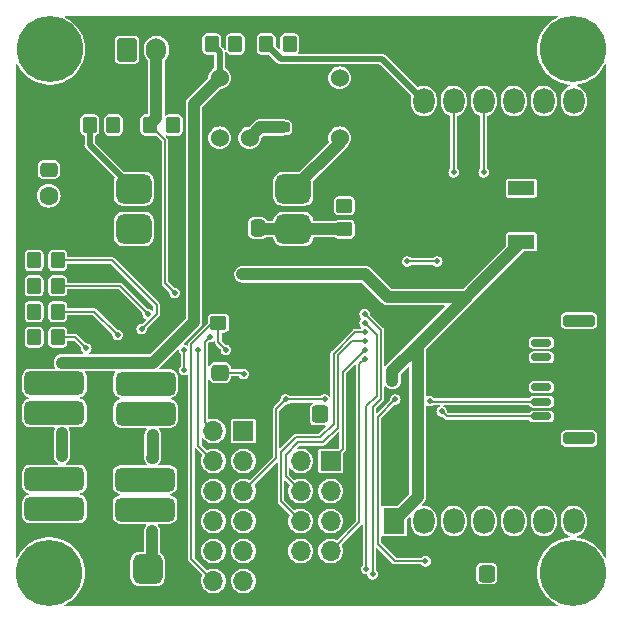
<source format=gbl>
G04 #@! TF.GenerationSoftware,KiCad,Pcbnew,7.0.9*
G04 #@! TF.CreationDate,2024-06-27T15:35:45+09:00*
G04 #@! TF.ProjectId,YAMADAmain,59414d41-4441-46d6-9169-6e2e6b696361,rev?*
G04 #@! TF.SameCoordinates,Original*
G04 #@! TF.FileFunction,Copper,L2,Bot*
G04 #@! TF.FilePolarity,Positive*
%FSLAX46Y46*%
G04 Gerber Fmt 4.6, Leading zero omitted, Abs format (unit mm)*
G04 Created by KiCad (PCBNEW 7.0.9) date 2024-06-27 15:35:45*
%MOMM*%
%LPD*%
G01*
G04 APERTURE LIST*
G04 Aperture macros list*
%AMRoundRect*
0 Rectangle with rounded corners*
0 $1 Rounding radius*
0 $2 $3 $4 $5 $6 $7 $8 $9 X,Y pos of 4 corners*
0 Add a 4 corners polygon primitive as box body*
4,1,4,$2,$3,$4,$5,$6,$7,$8,$9,$2,$3,0*
0 Add four circle primitives for the rounded corners*
1,1,$1+$1,$2,$3*
1,1,$1+$1,$4,$5*
1,1,$1+$1,$6,$7*
1,1,$1+$1,$8,$9*
0 Add four rect primitives between the rounded corners*
20,1,$1+$1,$2,$3,$4,$5,0*
20,1,$1+$1,$4,$5,$6,$7,0*
20,1,$1+$1,$6,$7,$8,$9,0*
20,1,$1+$1,$8,$9,$2,$3,0*%
G04 Aperture macros list end*
G04 #@! TA.AperFunction,SMDPad,CuDef*
%ADD10RoundRect,0.635000X0.635000X0.635000X-0.635000X0.635000X-0.635000X-0.635000X0.635000X-0.635000X0*%
G04 #@! TD*
G04 #@! TA.AperFunction,ComponentPad*
%ADD11C,1.000000*%
G04 #@! TD*
G04 #@! TA.AperFunction,ComponentPad*
%ADD12C,5.600000*%
G04 #@! TD*
G04 #@! TA.AperFunction,ComponentPad*
%ADD13C,1.524000*%
G04 #@! TD*
G04 #@! TA.AperFunction,ComponentPad*
%ADD14RoundRect,0.625000X-0.875000X-0.625000X0.875000X-0.625000X0.875000X0.625000X-0.875000X0.625000X0*%
G04 #@! TD*
G04 #@! TA.AperFunction,ComponentPad*
%ADD15R,1.700000X1.700000*%
G04 #@! TD*
G04 #@! TA.AperFunction,ComponentPad*
%ADD16O,1.700000X1.700000*%
G04 #@! TD*
G04 #@! TA.AperFunction,ComponentPad*
%ADD17C,1.600000*%
G04 #@! TD*
G04 #@! TA.AperFunction,ComponentPad*
%ADD18R,1.800000X2.200000*%
G04 #@! TD*
G04 #@! TA.AperFunction,ComponentPad*
%ADD19O,1.800000X2.200000*%
G04 #@! TD*
G04 #@! TA.AperFunction,ComponentPad*
%ADD20O,1.700000X2.000000*%
G04 #@! TD*
G04 #@! TA.AperFunction,ComponentPad*
%ADD21RoundRect,0.250000X-0.600000X-0.750000X0.600000X-0.750000X0.600000X0.750000X-0.600000X0.750000X0*%
G04 #@! TD*
G04 #@! TA.AperFunction,SMDPad,CuDef*
%ADD22RoundRect,0.250000X-0.350000X-0.450000X0.350000X-0.450000X0.350000X0.450000X-0.350000X0.450000X0*%
G04 #@! TD*
G04 #@! TA.AperFunction,SMDPad,CuDef*
%ADD23RoundRect,0.250000X-1.100000X0.250000X-1.100000X-0.250000X1.100000X-0.250000X1.100000X0.250000X0*%
G04 #@! TD*
G04 #@! TA.AperFunction,SMDPad,CuDef*
%ADD24RoundRect,0.150000X-0.700000X0.150000X-0.700000X-0.150000X0.700000X-0.150000X0.700000X0.150000X0*%
G04 #@! TD*
G04 #@! TA.AperFunction,SMDPad,CuDef*
%ADD25RoundRect,0.292875X-0.394625X-0.432125X0.394625X-0.432125X0.394625X0.432125X-0.394625X0.432125X0*%
G04 #@! TD*
G04 #@! TA.AperFunction,SMDPad,CuDef*
%ADD26RoundRect,0.508000X2.032000X-0.508000X2.032000X0.508000X-2.032000X0.508000X-2.032000X-0.508000X0*%
G04 #@! TD*
G04 #@! TA.AperFunction,SMDPad,CuDef*
%ADD27RoundRect,0.250000X0.337500X0.475000X-0.337500X0.475000X-0.337500X-0.475000X0.337500X-0.475000X0*%
G04 #@! TD*
G04 #@! TA.AperFunction,SMDPad,CuDef*
%ADD28RoundRect,0.225000X0.375000X-0.225000X0.375000X0.225000X-0.375000X0.225000X-0.375000X-0.225000X0*%
G04 #@! TD*
G04 #@! TA.AperFunction,SMDPad,CuDef*
%ADD29RoundRect,0.250000X0.350000X0.450000X-0.350000X0.450000X-0.350000X-0.450000X0.350000X-0.450000X0*%
G04 #@! TD*
G04 #@! TA.AperFunction,SMDPad,CuDef*
%ADD30RoundRect,0.250000X0.475000X-0.337500X0.475000X0.337500X-0.475000X0.337500X-0.475000X-0.337500X0*%
G04 #@! TD*
G04 #@! TA.AperFunction,SMDPad,CuDef*
%ADD31RoundRect,0.292875X-0.432125X0.394625X-0.432125X-0.394625X0.432125X-0.394625X0.432125X0.394625X0*%
G04 #@! TD*
G04 #@! TA.AperFunction,SMDPad,CuDef*
%ADD32R,2.200000X1.200000*%
G04 #@! TD*
G04 #@! TA.AperFunction,SMDPad,CuDef*
%ADD33R,6.400000X5.800000*%
G04 #@! TD*
G04 #@! TA.AperFunction,SMDPad,CuDef*
%ADD34RoundRect,0.250000X0.450000X-0.350000X0.450000X0.350000X-0.450000X0.350000X-0.450000X-0.350000X0*%
G04 #@! TD*
G04 #@! TA.AperFunction,SMDPad,CuDef*
%ADD35RoundRect,0.292875X0.394625X0.432125X-0.394625X0.432125X-0.394625X-0.432125X0.394625X-0.432125X0*%
G04 #@! TD*
G04 #@! TA.AperFunction,ViaPad*
%ADD36C,0.500000*%
G04 #@! TD*
G04 #@! TA.AperFunction,Conductor*
%ADD37C,1.000000*%
G04 #@! TD*
G04 #@! TA.AperFunction,Conductor*
%ADD38C,0.500000*%
G04 #@! TD*
G04 #@! TA.AperFunction,Conductor*
%ADD39C,0.150000*%
G04 #@! TD*
G04 APERTURE END LIST*
D10*
X122174000Y-116840000D03*
X119126000Y-116840000D03*
D11*
X111680000Y-72850000D03*
X112324370Y-71294370D03*
X112324370Y-74405630D03*
X113880000Y-70650000D03*
D12*
X113880000Y-72850000D03*
D11*
X113880000Y-75050000D03*
X115435630Y-71294370D03*
X115435630Y-74405630D03*
X116080000Y-72850000D03*
D13*
X128270000Y-80342000D03*
X130810000Y-80342000D03*
X138430000Y-80342000D03*
X128270000Y-75262000D03*
X130810000Y-75262000D03*
X138430000Y-75262000D03*
D14*
X121012000Y-84660000D03*
X121012000Y-88060000D03*
X134512000Y-84660000D03*
X134512000Y-88060000D03*
D15*
X130282000Y-105156000D03*
D16*
X127742000Y-105156000D03*
X130282000Y-107696000D03*
X127742000Y-107696000D03*
X130282000Y-110236000D03*
X127742000Y-110236000D03*
X130282000Y-112776000D03*
X127742000Y-112776000D03*
X130282000Y-115316000D03*
X127742000Y-115316000D03*
X130282000Y-117856000D03*
X127742000Y-117856000D03*
D11*
X155950000Y-72850000D03*
X156594370Y-71294370D03*
X156594370Y-74405630D03*
X158150000Y-70650000D03*
D12*
X158150000Y-72850000D03*
D11*
X158150000Y-75050000D03*
X159705630Y-71294370D03*
X159705630Y-74405630D03*
X160350000Y-72850000D03*
D15*
X137668000Y-107696000D03*
D16*
X135128000Y-107696000D03*
X137668000Y-110236000D03*
X135128000Y-110236000D03*
X137668000Y-112776000D03*
X135128000Y-112776000D03*
X137668000Y-115316000D03*
X135128000Y-115316000D03*
X137668000Y-117856000D03*
X135128000Y-117856000D03*
D17*
X113792000Y-85240000D03*
X113792000Y-78740000D03*
D11*
X111650000Y-117150000D03*
X112294370Y-115594370D03*
X112294370Y-118705630D03*
X113850000Y-114950000D03*
D12*
X113850000Y-117150000D03*
D11*
X113850000Y-119350000D03*
X115405630Y-115594370D03*
X115405630Y-118705630D03*
X116050000Y-117150000D03*
X155950000Y-117150000D03*
X156594370Y-115594370D03*
X156594370Y-118705630D03*
X158150000Y-114950000D03*
D12*
X158150000Y-117150000D03*
D11*
X158150000Y-119350000D03*
X159705630Y-115594370D03*
X159705630Y-118705630D03*
X160350000Y-117150000D03*
D18*
X143002000Y-112776000D03*
D19*
X145542000Y-112776000D03*
X148082000Y-112776000D03*
X150622000Y-112776000D03*
X153162000Y-112776000D03*
X155702000Y-112776000D03*
X158242000Y-112776000D03*
X158242000Y-77216000D03*
X155702000Y-77216000D03*
X153162000Y-77216000D03*
X150622000Y-77216000D03*
X148082000Y-77216000D03*
X145542000Y-77216000D03*
X143002000Y-77216000D03*
D20*
X122916000Y-72881000D03*
D21*
X120416000Y-72881000D03*
D22*
X112554000Y-92862400D03*
X114554000Y-92862400D03*
D23*
X158698000Y-105773000D03*
X158698000Y-95823000D03*
D24*
X155498000Y-103923000D03*
X155498000Y-102673000D03*
X155498000Y-101423000D03*
X155498000Y-100173000D03*
X155498000Y-98923000D03*
X155498000Y-97673000D03*
D25*
X148620900Y-117226400D03*
X150895900Y-117226400D03*
D26*
X121996200Y-103687999D03*
X121996200Y-101147999D03*
D27*
X131485500Y-87962000D03*
X129410500Y-87962000D03*
D22*
X112554000Y-95046800D03*
X114554000Y-95046800D03*
X112554000Y-97231200D03*
X114554000Y-97231200D03*
X112554000Y-90716000D03*
X114554000Y-90716000D03*
D26*
X114274600Y-111765199D03*
X114274600Y-109225199D03*
X114274600Y-103632000D03*
X114274600Y-101092000D03*
X121945400Y-111810800D03*
X121945400Y-109270800D03*
D28*
X133604000Y-79452000D03*
X133604000Y-76152000D03*
D29*
X134200000Y-72390000D03*
X132200000Y-72390000D03*
X119278400Y-79248000D03*
X117278400Y-79248000D03*
D30*
X113792000Y-83027500D03*
X113792000Y-80952500D03*
D29*
X127600000Y-72390000D03*
X129600000Y-72390000D03*
D31*
X128295400Y-100208500D03*
X128295400Y-102483500D03*
D32*
X153806000Y-84588000D03*
X153806000Y-86868000D03*
D33*
X147506000Y-86868000D03*
D32*
X153806000Y-89148000D03*
D34*
X138830000Y-88087000D03*
X138830000Y-86087000D03*
D29*
X124358400Y-79248000D03*
X122358400Y-79248000D03*
D34*
X128170000Y-96020000D03*
X128170000Y-94020000D03*
D35*
X136779000Y-103759000D03*
X134504000Y-103759000D03*
D36*
X122555000Y-113665000D03*
X113792000Y-82981800D03*
X153797000Y-84582000D03*
X153797000Y-89154000D03*
X142900400Y-100939600D03*
X130200400Y-91897200D03*
X136779000Y-103759000D03*
X140614400Y-91897200D03*
X130302000Y-100330000D03*
X134232000Y-72390000D03*
X119557800Y-79248000D03*
X138836400Y-85801200D03*
X124637800Y-79248000D03*
X129884000Y-72390000D03*
X112268000Y-90703400D03*
X112268000Y-92837000D03*
X112293400Y-95046800D03*
X112268000Y-97231200D03*
X127482600Y-97180400D03*
X126466600Y-98323400D03*
X133858000Y-102489000D03*
X145694400Y-116179600D03*
X137160000Y-102489000D03*
X146050000Y-102616000D03*
X151028400Y-117221000D03*
X143129000Y-102489000D03*
X128803400Y-98285000D03*
X124460000Y-93472000D03*
X140563600Y-98298000D03*
X140563600Y-97536000D03*
X140563600Y-96774000D03*
X140563600Y-99060000D03*
X112242600Y-103378000D03*
X112217200Y-101346000D03*
X112242600Y-111506000D03*
X112293400Y-109499400D03*
X119964200Y-103454200D03*
X119938800Y-101422200D03*
X119913400Y-111556800D03*
X120167400Y-109524800D03*
X114909600Y-99364800D03*
X114909600Y-107264200D03*
X122631200Y-99415600D03*
X114909600Y-105410000D03*
X122580400Y-107442000D03*
X122605800Y-105486200D03*
X140563600Y-95250000D03*
X141224000Y-117297200D03*
X121666000Y-96520000D03*
X125272800Y-99999800D03*
X125272800Y-98323400D03*
X122186700Y-95237300D03*
X119634000Y-97028000D03*
X116967000Y-98171000D03*
X150622000Y-83261200D03*
X148082000Y-83261200D03*
X146685000Y-90805000D03*
X144145000Y-90805000D03*
X140665200Y-116840000D03*
X140563600Y-96012000D03*
X155448000Y-97663000D03*
X147066000Y-103505000D03*
X135890000Y-97790000D03*
X135890000Y-95250000D03*
X149860000Y-99060000D03*
X116840000Y-71120000D03*
X160020000Y-91440000D03*
X111760000Y-76200000D03*
X157480000Y-104140000D03*
X116840000Y-114300000D03*
X160020000Y-104140000D03*
X157480000Y-83820000D03*
X142240000Y-86360000D03*
X152400000Y-73660000D03*
X160020000Y-114300000D03*
X133350000Y-95250000D03*
X137160000Y-96520000D03*
X149860000Y-73660000D03*
X144780000Y-73660000D03*
X160020000Y-81280000D03*
X114300000Y-88900000D03*
X154940000Y-119380000D03*
X134493000Y-103759000D03*
X137160000Y-71120000D03*
X160020000Y-76200000D03*
X116840000Y-88900000D03*
X139700000Y-71120000D03*
X129540000Y-83820000D03*
X134620000Y-95250000D03*
X157480000Y-81280000D03*
X149860000Y-96520000D03*
X152400000Y-96520000D03*
X132080000Y-86360000D03*
X144780000Y-119380000D03*
X134620000Y-99060000D03*
X111760000Y-88900000D03*
X149860000Y-109220000D03*
X160020000Y-109220000D03*
X144780000Y-81280000D03*
X132080000Y-99060000D03*
X129540000Y-86360000D03*
X121920000Y-119380000D03*
X132080000Y-83820000D03*
X116840000Y-119380000D03*
X144780000Y-71120000D03*
X121920000Y-71120000D03*
X116840000Y-86360000D03*
X152400000Y-119380000D03*
X132080000Y-116840000D03*
X160020000Y-88900000D03*
X111760000Y-106680000D03*
X152400000Y-71120000D03*
X147320000Y-73660000D03*
X137160000Y-78740000D03*
X160020000Y-78740000D03*
X160020000Y-83820000D03*
X135890000Y-99060000D03*
X132080000Y-97790000D03*
X119380000Y-119380000D03*
X139700000Y-76200000D03*
X149860000Y-106680000D03*
X160020000Y-111760000D03*
X147320000Y-71120000D03*
X137160000Y-83820000D03*
X160020000Y-86360000D03*
X157480000Y-93980000D03*
X124460000Y-83820000D03*
X154940000Y-109220000D03*
X119380000Y-71120000D03*
X152400000Y-99060000D03*
X133350000Y-99060000D03*
X137160000Y-99060000D03*
X142240000Y-119380000D03*
X119380000Y-93980000D03*
X119380000Y-76200000D03*
X142240000Y-81280000D03*
X119380000Y-86360000D03*
X157480000Y-109220000D03*
X149860000Y-101600000D03*
X111760000Y-114300000D03*
X142240000Y-71120000D03*
X137160000Y-76200000D03*
X137160000Y-97790000D03*
X124460000Y-71120000D03*
X142240000Y-109220000D03*
X142240000Y-83820000D03*
X157480000Y-86360000D03*
X116840000Y-93980000D03*
X134620000Y-97790000D03*
X149860000Y-71120000D03*
X124460000Y-86360000D03*
X132080000Y-95250000D03*
X133350000Y-96520000D03*
X116840000Y-76200000D03*
X139700000Y-78740000D03*
X137160000Y-95250000D03*
X139700000Y-83820000D03*
X157480000Y-88900000D03*
X154940000Y-91440000D03*
X152400000Y-109220000D03*
X152400000Y-93980000D03*
X154940000Y-93980000D03*
X135890000Y-96520000D03*
X149860000Y-119380000D03*
X132080000Y-96520000D03*
X144780000Y-96520000D03*
X132080000Y-71120000D03*
X127000000Y-71120000D03*
X133350000Y-97790000D03*
X139700000Y-81280000D03*
X124460000Y-119380000D03*
X154940000Y-71120000D03*
X157480000Y-91440000D03*
X129540000Y-76200000D03*
X147320000Y-119380000D03*
X154940000Y-73660000D03*
X152400000Y-101600000D03*
X142240000Y-106680000D03*
X152400000Y-106680000D03*
X113792000Y-81000600D03*
X134620000Y-96520000D03*
D37*
X122555000Y-116459000D02*
X122174000Y-116840000D01*
X122555000Y-113665000D02*
X122555000Y-116459000D01*
D38*
X141986000Y-73660000D02*
X145542000Y-77216000D01*
X133470000Y-73660000D02*
X141986000Y-73660000D01*
X128270000Y-73060000D02*
X127600000Y-72390000D01*
X128270000Y-75262000D02*
X128270000Y-73060000D01*
X121012000Y-84660000D02*
X117278400Y-80926400D01*
X117278400Y-80926400D02*
X117278400Y-79248000D01*
D37*
X140614400Y-91897200D02*
X142544800Y-93827600D01*
X142900400Y-100053600D02*
X145034000Y-97920000D01*
X130200400Y-91897200D02*
X140614400Y-91897200D01*
X145034000Y-97920000D02*
X153797000Y-89157000D01*
X145034000Y-110744000D02*
X143002000Y-112776000D01*
X145034000Y-105918000D02*
X145034000Y-97920000D01*
X142544800Y-93827600D02*
X149126400Y-93827600D01*
X153797000Y-89157000D02*
X153797000Y-89154000D01*
X153797000Y-89154000D02*
X153800000Y-89154000D01*
X145034000Y-105918000D02*
X145034000Y-110744000D01*
D38*
X132200000Y-72390000D02*
X133470000Y-73660000D01*
D37*
X153800000Y-89154000D02*
X153806000Y-89148000D01*
X142900400Y-100939600D02*
X142900400Y-100053600D01*
D39*
X128295400Y-100208500D02*
X130180500Y-100208500D01*
X130180500Y-100208500D02*
X130302000Y-100330000D01*
D37*
X130810000Y-80342000D02*
X131700000Y-79452000D01*
X131700000Y-79452000D02*
X133604000Y-79452000D01*
X138430000Y-80742000D02*
X134512000Y-84660000D01*
X138803000Y-88060000D02*
X138830000Y-88087000D01*
X134512000Y-88060000D02*
X131583500Y-88060000D01*
X131583500Y-88060000D02*
X131485500Y-87962000D01*
X134512000Y-88060000D02*
X138803000Y-88060000D01*
X138430000Y-80342000D02*
X138430000Y-80742000D01*
D39*
X127482600Y-97180400D02*
X127000000Y-97663000D01*
X127000000Y-97663000D02*
X127000000Y-104414000D01*
X127000000Y-104414000D02*
X127742000Y-105156000D01*
X126472000Y-106426000D02*
X127742000Y-107696000D01*
X126466600Y-98323400D02*
X126466600Y-106426000D01*
X126466600Y-106426000D02*
X126472000Y-106426000D01*
X141681200Y-114757200D02*
X143103600Y-116179600D01*
X146107000Y-102673000D02*
X155498000Y-102673000D01*
X143129000Y-102489000D02*
X141681200Y-103936800D01*
X133858000Y-102489000D02*
X137160000Y-102489000D01*
X146050000Y-102616000D02*
X146107000Y-102673000D01*
X133858000Y-102489000D02*
X133045200Y-103301800D01*
X133045200Y-103301800D02*
X133045200Y-107472800D01*
X133045200Y-107472800D02*
X130282000Y-110236000D01*
X143103600Y-116179600D02*
X145694400Y-116179600D01*
X141681200Y-103936800D02*
X141681200Y-114757200D01*
X127742000Y-117856000D02*
X125880000Y-115994000D01*
X128170000Y-96020000D02*
X128170000Y-97651600D01*
X125880000Y-115994000D02*
X125880000Y-97800000D01*
X125880000Y-97800000D02*
X127660000Y-96020000D01*
X128170000Y-97651600D02*
X128803400Y-98285000D01*
X127660000Y-96020000D02*
X128170000Y-96020000D01*
X123647200Y-80536800D02*
X122358400Y-79248000D01*
D37*
X122916000Y-78690400D02*
X122358400Y-79248000D01*
D39*
X123647200Y-92659200D02*
X123647200Y-80536800D01*
X124460000Y-93472000D02*
X123647200Y-92659200D01*
D37*
X122916000Y-72881000D02*
X122916000Y-78690400D01*
D39*
X138684000Y-100177600D02*
X138684000Y-106680000D01*
X138684000Y-106680000D02*
X137668000Y-107696000D01*
X140563600Y-98298000D02*
X138684000Y-100177600D01*
X137033000Y-106121200D02*
X134899400Y-106121200D01*
X140563600Y-97536000D02*
X139496800Y-97536000D01*
X133858000Y-107162600D02*
X133858000Y-108966000D01*
X134899400Y-106121200D02*
X133858000Y-107162600D01*
X138277600Y-98755200D02*
X138277600Y-104876600D01*
X139496800Y-97536000D02*
X138277600Y-98755200D01*
X133858000Y-108966000D02*
X135128000Y-110236000D01*
X138277600Y-104876600D02*
X137033000Y-106121200D01*
X137922000Y-104546400D02*
X136804400Y-105664000D01*
X136804400Y-105664000D02*
X134721600Y-105664000D01*
X137922000Y-98602800D02*
X137922000Y-104546400D01*
X134721600Y-105664000D02*
X133451600Y-106934000D01*
X133451600Y-106934000D02*
X133451600Y-111099600D01*
X133451600Y-111099600D02*
X135128000Y-112776000D01*
X140563600Y-96774000D02*
X139750800Y-96774000D01*
X139750800Y-96774000D02*
X137922000Y-98602800D01*
X140106400Y-112877600D02*
X137668000Y-115316000D01*
X140106400Y-99517200D02*
X140106400Y-112877600D01*
X140563600Y-99060000D02*
X140106400Y-99517200D01*
D37*
X122605800Y-105486200D02*
X122605800Y-107416600D01*
X114909600Y-99364800D02*
X122580400Y-99364800D01*
X122605800Y-107416600D02*
X122580400Y-107442000D01*
X114909600Y-105359200D02*
X114909600Y-105410000D01*
X126085600Y-77446400D02*
X126085600Y-95910400D01*
X126085600Y-95910400D02*
X122631200Y-99364800D01*
X114909600Y-105410000D02*
X114909600Y-107264200D01*
X122580400Y-99364800D02*
X122631200Y-99364800D01*
X128270000Y-75262000D02*
X126085600Y-77446400D01*
D39*
X141935200Y-102412800D02*
X141224000Y-103124000D01*
X141935200Y-96621600D02*
X141935200Y-102412800D01*
X122936000Y-94488000D02*
X119164000Y-90716000D01*
X140563600Y-95250000D02*
X141935200Y-96621600D01*
X141224000Y-103124000D02*
X141224000Y-117297200D01*
X121666000Y-96520000D02*
X122936000Y-95250000D01*
X122936000Y-95250000D02*
X122936000Y-94488000D01*
X119164000Y-90716000D02*
X114554000Y-90716000D01*
X122186700Y-95237300D02*
X119811800Y-92862400D01*
X125272800Y-99999800D02*
X125272800Y-98323400D01*
X119811800Y-92862400D02*
X114554000Y-92862400D01*
X119634000Y-97028000D02*
X117652800Y-95046800D01*
X117652800Y-95046800D02*
X114554000Y-95046800D01*
X116967000Y-98171000D02*
X116027200Y-97231200D01*
X116027200Y-97231200D02*
X114554000Y-97231200D01*
X150622000Y-83261200D02*
X150622000Y-77216000D01*
X148082000Y-83261200D02*
X148082000Y-77216000D01*
X144145000Y-90805000D02*
X146685000Y-90805000D01*
X140563600Y-96012000D02*
X141579600Y-97028000D01*
X141579600Y-102158800D02*
X140665200Y-103073200D01*
X140665200Y-103073200D02*
X140665200Y-116840000D01*
X141579600Y-97028000D02*
X141579600Y-102158800D01*
X147484000Y-103923000D02*
X155498000Y-103923000D01*
X147066000Y-103505000D02*
X147484000Y-103923000D01*
G04 #@! TA.AperFunction,Conductor*
G36*
X144301945Y-99729192D02*
G01*
X144330979Y-99770656D01*
X144333500Y-99789809D01*
X144333500Y-110423191D01*
X144316187Y-110470757D01*
X144311826Y-110475517D01*
X143333517Y-111453826D01*
X143287641Y-111475218D01*
X143281191Y-111475500D01*
X142082251Y-111475500D01*
X142045135Y-111482882D01*
X141995105Y-111475181D01*
X141961731Y-111437123D01*
X141956700Y-111410304D01*
X141956700Y-104081568D01*
X141974013Y-104034002D01*
X141978374Y-104029242D01*
X143046442Y-102961174D01*
X143092318Y-102939782D01*
X143098768Y-102939500D01*
X143193772Y-102939500D01*
X143318069Y-102903004D01*
X143427049Y-102832967D01*
X143511882Y-102735063D01*
X143565697Y-102617226D01*
X143584133Y-102489000D01*
X143565697Y-102360774D01*
X143511882Y-102242937D01*
X143427049Y-102145033D01*
X143350992Y-102096154D01*
X143318068Y-102074995D01*
X143193772Y-102038500D01*
X143064228Y-102038500D01*
X142939931Y-102074995D01*
X142830954Y-102145031D01*
X142830950Y-102145034D01*
X142746119Y-102242935D01*
X142692302Y-102360776D01*
X142673917Y-102488649D01*
X142673867Y-102489000D01*
X142673973Y-102489740D01*
X142676831Y-102509615D01*
X142666463Y-102559161D01*
X142655910Y-102572472D01*
X141625826Y-103602557D01*
X141579950Y-103623949D01*
X141531055Y-103610848D01*
X141502021Y-103569384D01*
X141499500Y-103550231D01*
X141499500Y-103268767D01*
X141516813Y-103221201D01*
X141521163Y-103216452D01*
X142105673Y-102631941D01*
X142116876Y-102622747D01*
X142133824Y-102611424D01*
X142194715Y-102520295D01*
X142210700Y-102439933D01*
X142210700Y-102439932D01*
X142216097Y-102412800D01*
X142212122Y-102392815D01*
X142210700Y-102378379D01*
X142210700Y-101411006D01*
X142228013Y-101363440D01*
X142271850Y-101338130D01*
X142321700Y-101346920D01*
X142345600Y-101368968D01*
X142372217Y-101407529D01*
X142499548Y-101520334D01*
X142650175Y-101599390D01*
X142815344Y-101640100D01*
X142815348Y-101640100D01*
X142985452Y-101640100D01*
X142985456Y-101640100D01*
X143150625Y-101599390D01*
X143301252Y-101520334D01*
X143428583Y-101407529D01*
X143525218Y-101267530D01*
X143585540Y-101108472D01*
X143600900Y-100981972D01*
X143600900Y-100374409D01*
X143618213Y-100326843D01*
X143622574Y-100322083D01*
X144207174Y-99737483D01*
X144253050Y-99716091D01*
X144301945Y-99729192D01*
G37*
G04 #@! TD.AperFunction*
G04 #@! TA.AperFunction,Conductor*
G36*
X136137569Y-102781813D02*
G01*
X136162879Y-102825650D01*
X136154089Y-102875500D01*
X136134350Y-102897740D01*
X136031919Y-102974419D01*
X135946897Y-103087994D01*
X135946896Y-103087995D01*
X135897319Y-103220917D01*
X135897317Y-103220923D01*
X135891000Y-103279687D01*
X135891000Y-104238311D01*
X135891001Y-104238312D01*
X135897318Y-104297080D01*
X135946896Y-104430004D01*
X135946897Y-104430005D01*
X135946898Y-104430006D01*
X136031919Y-104543581D01*
X136124150Y-104612624D01*
X136145494Y-104628602D01*
X136145495Y-104628603D01*
X136254856Y-104669392D01*
X136278422Y-104678182D01*
X136337189Y-104684500D01*
X137215632Y-104684499D01*
X137263198Y-104701812D01*
X137288508Y-104745649D01*
X137279718Y-104795499D01*
X137267958Y-104810825D01*
X136711958Y-105366826D01*
X136666082Y-105388218D01*
X136659632Y-105388500D01*
X134756020Y-105388500D01*
X134741583Y-105387078D01*
X134721600Y-105383103D01*
X134614104Y-105404485D01*
X134547905Y-105448718D01*
X134522976Y-105465375D01*
X134522974Y-105465377D01*
X134511653Y-105482319D01*
X134502453Y-105493529D01*
X133447026Y-106548957D01*
X133401150Y-106570349D01*
X133352255Y-106557248D01*
X133323221Y-106515784D01*
X133320700Y-106496631D01*
X133320700Y-103446568D01*
X133338013Y-103399002D01*
X133342374Y-103394242D01*
X133775442Y-102961174D01*
X133821318Y-102939782D01*
X133827768Y-102939500D01*
X133922772Y-102939500D01*
X134047069Y-102903004D01*
X134156049Y-102832967D01*
X134193244Y-102790041D01*
X134237477Y-102765430D01*
X134249170Y-102764500D01*
X136090003Y-102764500D01*
X136137569Y-102781813D01*
G37*
G04 #@! TD.AperFunction*
G04 #@! TA.AperFunction,Conductor*
G36*
X156873538Y-70017813D02*
G01*
X156898848Y-70061650D01*
X156890058Y-70111500D01*
X156859183Y-70140628D01*
X156652997Y-70244178D01*
X156647203Y-70247089D01*
X156355188Y-70439151D01*
X156087451Y-70663808D01*
X156087443Y-70663816D01*
X155847587Y-70918047D01*
X155638872Y-71198400D01*
X155638871Y-71198401D01*
X155464109Y-71501099D01*
X155464109Y-71501100D01*
X155325673Y-71822030D01*
X155325671Y-71822033D01*
X155225432Y-72156856D01*
X155164737Y-72501074D01*
X155144415Y-72850000D01*
X155164737Y-73198925D01*
X155225432Y-73543143D01*
X155325671Y-73877966D01*
X155325673Y-73877969D01*
X155390166Y-74027480D01*
X155435326Y-74132174D01*
X155464109Y-74198899D01*
X155464109Y-74198900D01*
X155638871Y-74501598D01*
X155638872Y-74501599D01*
X155695838Y-74578118D01*
X155847588Y-74781953D01*
X156087442Y-75036183D01*
X156087448Y-75036188D01*
X156087451Y-75036191D01*
X156284452Y-75201493D01*
X156355189Y-75260849D01*
X156647207Y-75452913D01*
X156959549Y-75609777D01*
X156959555Y-75609780D01*
X157287983Y-75729317D01*
X157287995Y-75729321D01*
X157628077Y-75809921D01*
X157628080Y-75809921D01*
X157628086Y-75809923D01*
X157847213Y-75835535D01*
X157892447Y-75858253D01*
X157912496Y-75904732D01*
X157897978Y-75953225D01*
X157869362Y-75976347D01*
X157689247Y-76058604D01*
X157689245Y-76058605D01*
X157518047Y-76180514D01*
X157373014Y-76332620D01*
X157259385Y-76509431D01*
X157181274Y-76704544D01*
X157141500Y-76910916D01*
X157141500Y-77468424D01*
X157156472Y-77625220D01*
X157215683Y-77826873D01*
X157215685Y-77826877D01*
X157311986Y-78013678D01*
X157311988Y-78013681D01*
X157311989Y-78013682D01*
X157441908Y-78178886D01*
X157600740Y-78316516D01*
X157600741Y-78316516D01*
X157600744Y-78316519D01*
X157782756Y-78421604D01*
X157981367Y-78490344D01*
X158189398Y-78520254D01*
X158399330Y-78510254D01*
X158603576Y-78460704D01*
X158794753Y-78373396D01*
X158965952Y-78251486D01*
X159110986Y-78099378D01*
X159224613Y-77922572D01*
X159302725Y-77727457D01*
X159342500Y-77521085D01*
X159342500Y-76963575D01*
X159327528Y-76806782D01*
X159268316Y-76605125D01*
X159172011Y-76418318D01*
X159042092Y-76253114D01*
X159033087Y-76245311D01*
X158883259Y-76115483D01*
X158797833Y-76066162D01*
X158701244Y-76010396D01*
X158701240Y-76010394D01*
X158701239Y-76010394D01*
X158566692Y-75963827D01*
X158527404Y-75931909D01*
X158517825Y-75882205D01*
X158542435Y-75837971D01*
X158582304Y-75820397D01*
X158671914Y-75809923D01*
X158751391Y-75791086D01*
X159012004Y-75729321D01*
X159012007Y-75729319D01*
X159012011Y-75729319D01*
X159105581Y-75695262D01*
X159340444Y-75609780D01*
X159340447Y-75609778D01*
X159340451Y-75609777D01*
X159652793Y-75452913D01*
X159944811Y-75260849D01*
X160212558Y-75036183D01*
X160452412Y-74781953D01*
X160661130Y-74501596D01*
X160835889Y-74198904D01*
X160857552Y-74148682D01*
X160892289Y-74111864D01*
X160942566Y-74105988D01*
X160984857Y-74133803D01*
X160999500Y-74177993D01*
X160999500Y-115822006D01*
X160982187Y-115869572D01*
X160938350Y-115894882D01*
X160888500Y-115886092D01*
X160857552Y-115851316D01*
X160850786Y-115835631D01*
X160835889Y-115801096D01*
X160661130Y-115498404D01*
X160452412Y-115218047D01*
X160212558Y-114963817D01*
X160212551Y-114963811D01*
X160212548Y-114963808D01*
X159944811Y-114739151D01*
X159831702Y-114664758D01*
X159652793Y-114547087D01*
X159436210Y-114438315D01*
X159340444Y-114390219D01*
X159012016Y-114270682D01*
X159012004Y-114270678D01*
X158671922Y-114190078D01*
X158671912Y-114190076D01*
X158565123Y-114177594D01*
X158519888Y-114154875D01*
X158499839Y-114108396D01*
X158514357Y-114059904D01*
X158556267Y-114032181D01*
X158603576Y-114020704D01*
X158794753Y-113933396D01*
X158965952Y-113811486D01*
X159110986Y-113659378D01*
X159224613Y-113482572D01*
X159302725Y-113287457D01*
X159342500Y-113081085D01*
X159342500Y-112523575D01*
X159327528Y-112366782D01*
X159268316Y-112165125D01*
X159218981Y-112069428D01*
X159172013Y-111978321D01*
X159104616Y-111892620D01*
X159042092Y-111813114D01*
X159042091Y-111813113D01*
X158883259Y-111675483D01*
X158883256Y-111675481D01*
X158701244Y-111570396D01*
X158701240Y-111570394D01*
X158701239Y-111570394D01*
X158502636Y-111501657D01*
X158502633Y-111501656D01*
X158294602Y-111471746D01*
X158294598Y-111471746D01*
X158294596Y-111471746D01*
X158084668Y-111481746D01*
X157880427Y-111531295D01*
X157880425Y-111531295D01*
X157880424Y-111531296D01*
X157689247Y-111618604D01*
X157689245Y-111618605D01*
X157518047Y-111740514D01*
X157373014Y-111892620D01*
X157259385Y-112069431D01*
X157181274Y-112264544D01*
X157141500Y-112470916D01*
X157141500Y-113028424D01*
X157156472Y-113185220D01*
X157215683Y-113386873D01*
X157215685Y-113386877D01*
X157311986Y-113573678D01*
X157311988Y-113573681D01*
X157311989Y-113573682D01*
X157441908Y-113738886D01*
X157600740Y-113876516D01*
X157600741Y-113876516D01*
X157600744Y-113876519D01*
X157782756Y-113981604D01*
X157888135Y-114018076D01*
X157927423Y-114049994D01*
X157937002Y-114099698D01*
X157912392Y-114143932D01*
X157872523Y-114161506D01*
X157628087Y-114190076D01*
X157628077Y-114190078D01*
X157287995Y-114270678D01*
X157287983Y-114270682D01*
X156959555Y-114390219D01*
X156647203Y-114547089D01*
X156355188Y-114739151D01*
X156087451Y-114963808D01*
X156087443Y-114963816D01*
X155847587Y-115218047D01*
X155638872Y-115498400D01*
X155638871Y-115498401D01*
X155464109Y-115801099D01*
X155464109Y-115801100D01*
X155325673Y-116122030D01*
X155325671Y-116122033D01*
X155225432Y-116456856D01*
X155164737Y-116801074D01*
X155144415Y-117150000D01*
X155164737Y-117498925D01*
X155225432Y-117843143D01*
X155325671Y-118177966D01*
X155325673Y-118177969D01*
X155464109Y-118498899D01*
X155464109Y-118498900D01*
X155638871Y-118801598D01*
X155638872Y-118801599D01*
X155720751Y-118911582D01*
X155847588Y-119081953D01*
X156087442Y-119336183D01*
X156087448Y-119336188D01*
X156087451Y-119336191D01*
X156284452Y-119501493D01*
X156355189Y-119560849D01*
X156647207Y-119752913D01*
X156859183Y-119859371D01*
X156893920Y-119896190D01*
X156896863Y-119946724D01*
X156866636Y-119987326D01*
X156825972Y-119999500D01*
X115174028Y-119999500D01*
X115126462Y-119982187D01*
X115101152Y-119938350D01*
X115109942Y-119888500D01*
X115140816Y-119859371D01*
X115352793Y-119752913D01*
X115644811Y-119560849D01*
X115912558Y-119336183D01*
X116152412Y-119081953D01*
X116361130Y-118801596D01*
X116535889Y-118498904D01*
X116674326Y-118177971D01*
X116674327Y-118177967D01*
X116674328Y-118177966D01*
X116774567Y-117843143D01*
X116774567Y-117843142D01*
X116774569Y-117843136D01*
X116835262Y-117498927D01*
X116855585Y-117150000D01*
X116835262Y-116801073D01*
X116774569Y-116456864D01*
X116774467Y-116456522D01*
X116674328Y-116122033D01*
X116674326Y-116122030D01*
X116661175Y-116091542D01*
X116535889Y-115801096D01*
X116361130Y-115498404D01*
X116152412Y-115218047D01*
X115912558Y-114963817D01*
X115912551Y-114963811D01*
X115912548Y-114963808D01*
X115644811Y-114739151D01*
X115531702Y-114664758D01*
X115352793Y-114547087D01*
X115136210Y-114438315D01*
X115040444Y-114390219D01*
X114712016Y-114270682D01*
X114712004Y-114270678D01*
X114371922Y-114190078D01*
X114371912Y-114190076D01*
X114024759Y-114149500D01*
X113675241Y-114149500D01*
X113328087Y-114190076D01*
X113328077Y-114190078D01*
X112987995Y-114270678D01*
X112987983Y-114270682D01*
X112659555Y-114390219D01*
X112347203Y-114547089D01*
X112055188Y-114739151D01*
X111787451Y-114963808D01*
X111787443Y-114963816D01*
X111547587Y-115218047D01*
X111338872Y-115498400D01*
X111338871Y-115498401D01*
X111164109Y-115801099D01*
X111164109Y-115801100D01*
X111142448Y-115851316D01*
X111107711Y-115888135D01*
X111057434Y-115894011D01*
X111015143Y-115866195D01*
X111000500Y-115822006D01*
X111000500Y-112330459D01*
X111534100Y-112330459D01*
X111534101Y-112330472D01*
X111540586Y-112401842D01*
X111540586Y-112401843D01*
X111540586Y-112401845D01*
X111540587Y-112401848D01*
X111591773Y-112566112D01*
X111680784Y-112713354D01*
X111802445Y-112835015D01*
X111949687Y-112924026D01*
X112113951Y-112975212D01*
X112185335Y-112981699D01*
X116363864Y-112981698D01*
X116435249Y-112975212D01*
X116599513Y-112924026D01*
X116746755Y-112835015D01*
X116868416Y-112713354D01*
X116957427Y-112566112D01*
X117008613Y-112401848D01*
X117015100Y-112330464D01*
X117015099Y-111199935D01*
X117008613Y-111128550D01*
X116957427Y-110964286D01*
X116868416Y-110817044D01*
X116746755Y-110695383D01*
X116599513Y-110606372D01*
X116469464Y-110565847D01*
X116429204Y-110535169D01*
X116418082Y-110485787D01*
X116441304Y-110440809D01*
X116469463Y-110424550D01*
X116599513Y-110384026D01*
X116746755Y-110295015D01*
X116868416Y-110173354D01*
X116957427Y-110026112D01*
X117008613Y-109861848D01*
X117015100Y-109790464D01*
X117015099Y-108659935D01*
X117008613Y-108588550D01*
X116957427Y-108424286D01*
X116868416Y-108277044D01*
X116746755Y-108155383D01*
X116599513Y-108066372D01*
X116435249Y-108015186D01*
X116435246Y-108015185D01*
X116435244Y-108015185D01*
X116363872Y-108008699D01*
X115298653Y-108008699D01*
X115251087Y-107991386D01*
X115225777Y-107947549D01*
X115234567Y-107897699D01*
X115264260Y-107869177D01*
X115310452Y-107844934D01*
X115437783Y-107732129D01*
X115534418Y-107592130D01*
X115594740Y-107433072D01*
X115610100Y-107306572D01*
X115610100Y-105367628D01*
X115610100Y-105316828D01*
X115594740Y-105190328D01*
X115534418Y-105031270D01*
X115493199Y-104971554D01*
X115488355Y-104964536D01*
X115475583Y-104915555D01*
X115497283Y-104869823D01*
X115543301Y-104848739D01*
X115549256Y-104848499D01*
X116363860Y-104848499D01*
X116363864Y-104848499D01*
X116435249Y-104842013D01*
X116599513Y-104790827D01*
X116746755Y-104701816D01*
X116868416Y-104580155D01*
X116957427Y-104432913D01*
X117008613Y-104268649D01*
X117015100Y-104197265D01*
X117015099Y-103066736D01*
X117008613Y-102995351D01*
X116957427Y-102831087D01*
X116868416Y-102683845D01*
X116746755Y-102562184D01*
X116599513Y-102473173D01*
X116469464Y-102432648D01*
X116429204Y-102401970D01*
X116418082Y-102352588D01*
X116441304Y-102307610D01*
X116469463Y-102291351D01*
X116599513Y-102250827D01*
X116746755Y-102161816D01*
X116868416Y-102040155D01*
X116957427Y-101892913D01*
X117008613Y-101728649D01*
X117015100Y-101657265D01*
X117015099Y-100526736D01*
X117008613Y-100455351D01*
X116957427Y-100291087D01*
X116888810Y-100177582D01*
X116879019Y-100127920D01*
X116903441Y-100083582D01*
X116950649Y-100065315D01*
X116952139Y-100065300D01*
X119358276Y-100065300D01*
X119405842Y-100082613D01*
X119431152Y-100126450D01*
X119422362Y-100176300D01*
X119410602Y-100191626D01*
X119402384Y-100199843D01*
X119313373Y-100347085D01*
X119298315Y-100395409D01*
X119262473Y-100510434D01*
X119262186Y-100511354D01*
X119262186Y-100511355D01*
X119255700Y-100582726D01*
X119255700Y-101713259D01*
X119255701Y-101713272D01*
X119262186Y-101784642D01*
X119262186Y-101784643D01*
X119262186Y-101784645D01*
X119262187Y-101784648D01*
X119313373Y-101948912D01*
X119402384Y-102096154D01*
X119524045Y-102217815D01*
X119671287Y-102306826D01*
X119671289Y-102306827D01*
X119801333Y-102347350D01*
X119841595Y-102378029D01*
X119852717Y-102427411D01*
X119829495Y-102472389D01*
X119801333Y-102488648D01*
X119671289Y-102529170D01*
X119524044Y-102618183D01*
X119402384Y-102739843D01*
X119313373Y-102887085D01*
X119298285Y-102935506D01*
X119271327Y-103022020D01*
X119262186Y-103051354D01*
X119262186Y-103051355D01*
X119255700Y-103122726D01*
X119255700Y-104253259D01*
X119255701Y-104253272D01*
X119262186Y-104324642D01*
X119262186Y-104324643D01*
X119262186Y-104324645D01*
X119262187Y-104324648D01*
X119313373Y-104488912D01*
X119402384Y-104636154D01*
X119524045Y-104757815D01*
X119671287Y-104846826D01*
X119835551Y-104898012D01*
X119906935Y-104904499D01*
X122015153Y-104904498D01*
X122062719Y-104921811D01*
X122088029Y-104965648D01*
X122079239Y-105015498D01*
X122076054Y-105020535D01*
X121980981Y-105158270D01*
X121920659Y-105317328D01*
X121905300Y-105443820D01*
X121905300Y-107233008D01*
X121904088Y-107246347D01*
X121876042Y-107399392D01*
X121886313Y-107569190D01*
X121886315Y-107569202D01*
X121936920Y-107731601D01*
X121936922Y-107731607D01*
X122024928Y-107877185D01*
X122075717Y-107927974D01*
X122097109Y-107973850D01*
X122084008Y-108022745D01*
X122042544Y-108051779D01*
X122023391Y-108054300D01*
X119856139Y-108054300D01*
X119856126Y-108054301D01*
X119784756Y-108060786D01*
X119784755Y-108060786D01*
X119784752Y-108060786D01*
X119784751Y-108060787D01*
X119766828Y-108066372D01*
X119620486Y-108111973D01*
X119473244Y-108200984D01*
X119351584Y-108322644D01*
X119262573Y-108469886D01*
X119211386Y-108634155D01*
X119211386Y-108634156D01*
X119204900Y-108705527D01*
X119204900Y-109836060D01*
X119204901Y-109836073D01*
X119211386Y-109907443D01*
X119211386Y-109907444D01*
X119211386Y-109907446D01*
X119211387Y-109907449D01*
X119262573Y-110071713D01*
X119351584Y-110218955D01*
X119473245Y-110340616D01*
X119620487Y-110429627D01*
X119620489Y-110429628D01*
X119750533Y-110470151D01*
X119790795Y-110500830D01*
X119801917Y-110550212D01*
X119778695Y-110595190D01*
X119750533Y-110611449D01*
X119620489Y-110651971D01*
X119473244Y-110740984D01*
X119351584Y-110862644D01*
X119262573Y-111009886D01*
X119237752Y-111089542D01*
X119216000Y-111159349D01*
X119211386Y-111174155D01*
X119211386Y-111174156D01*
X119204900Y-111245527D01*
X119204900Y-112376060D01*
X119204901Y-112376073D01*
X119211386Y-112447443D01*
X119211386Y-112447444D01*
X119211386Y-112447446D01*
X119211387Y-112447449D01*
X119262573Y-112611713D01*
X119351584Y-112758955D01*
X119473245Y-112880616D01*
X119620487Y-112969627D01*
X119784751Y-113020813D01*
X119856135Y-113027300D01*
X122023327Y-113027299D01*
X122070893Y-113044612D01*
X122096203Y-113088449D01*
X122087413Y-113138299D01*
X122072399Y-113156688D01*
X122026817Y-113197070D01*
X121930181Y-113337070D01*
X121869859Y-113496128D01*
X121854500Y-113622620D01*
X121854500Y-115295500D01*
X121837187Y-115343066D01*
X121793350Y-115368376D01*
X121780500Y-115369500D01*
X121466366Y-115369500D01*
X121466346Y-115369501D01*
X121425542Y-115372267D01*
X121425541Y-115372267D01*
X121367165Y-115386784D01*
X121249182Y-115416125D01*
X121086373Y-115496871D01*
X120944728Y-115610728D01*
X120830871Y-115752373D01*
X120750125Y-115915182D01*
X120723777Y-116021132D01*
X120706266Y-116091547D01*
X120705592Y-116101495D01*
X120703500Y-116132345D01*
X120703501Y-117547654D01*
X120706267Y-117588458D01*
X120750125Y-117764818D01*
X120830871Y-117927627D01*
X120944728Y-118069272D01*
X121086373Y-118183129D01*
X121249182Y-118263875D01*
X121425542Y-118307733D01*
X121466345Y-118310500D01*
X121466347Y-118310499D01*
X121466348Y-118310500D01*
X122072906Y-118310499D01*
X122881654Y-118310499D01*
X122922458Y-118307733D01*
X123098818Y-118263875D01*
X123261627Y-118183129D01*
X123403272Y-118069272D01*
X123517129Y-117927627D01*
X123597875Y-117764818D01*
X123641733Y-117588458D01*
X123644500Y-117547655D01*
X123644499Y-116132346D01*
X123641733Y-116091542D01*
X123597875Y-115915182D01*
X123517129Y-115752373D01*
X123403272Y-115610728D01*
X123283137Y-115514161D01*
X123256911Y-115470867D01*
X123255500Y-115456485D01*
X123255500Y-113622628D01*
X123255499Y-113622620D01*
X123240140Y-113496128D01*
X123179818Y-113337070D01*
X123083183Y-113197071D01*
X123037601Y-113156689D01*
X123013477Y-113112188D01*
X123023603Y-113062592D01*
X123063239Y-113031107D01*
X123086672Y-113027299D01*
X124034660Y-113027299D01*
X124034664Y-113027299D01*
X124106049Y-113020813D01*
X124270313Y-112969627D01*
X124417555Y-112880616D01*
X124539216Y-112758955D01*
X124628227Y-112611713D01*
X124679413Y-112447449D01*
X124685900Y-112376065D01*
X124685899Y-111245536D01*
X124679413Y-111174151D01*
X124628227Y-111009887D01*
X124539216Y-110862645D01*
X124417555Y-110740984D01*
X124270313Y-110651973D01*
X124140264Y-110611448D01*
X124100004Y-110580770D01*
X124088882Y-110531388D01*
X124112104Y-110486410D01*
X124140263Y-110470151D01*
X124270313Y-110429627D01*
X124417555Y-110340616D01*
X124539216Y-110218955D01*
X124628227Y-110071713D01*
X124679413Y-109907449D01*
X124685900Y-109836065D01*
X124685899Y-108705536D01*
X124679413Y-108634151D01*
X124628227Y-108469887D01*
X124539216Y-108322645D01*
X124417555Y-108200984D01*
X124270313Y-108111973D01*
X124106049Y-108060787D01*
X124106046Y-108060786D01*
X124106044Y-108060786D01*
X124034672Y-108054300D01*
X124034665Y-108054300D01*
X123137471Y-108054300D01*
X123089905Y-108036987D01*
X123064595Y-107993150D01*
X123073385Y-107943300D01*
X123088397Y-107924913D01*
X123133983Y-107884529D01*
X123169643Y-107832864D01*
X123170947Y-107831092D01*
X123209678Y-107781657D01*
X123215701Y-107768271D01*
X123222283Y-107756604D01*
X123230618Y-107744530D01*
X123252878Y-107685832D01*
X123253720Y-107683798D01*
X123279495Y-107626532D01*
X123282142Y-107612082D01*
X123285738Y-107599187D01*
X123290940Y-107585472D01*
X123298508Y-107523140D01*
X123298837Y-107520978D01*
X123310158Y-107459206D01*
X123306540Y-107399392D01*
X123306368Y-107396546D01*
X123306300Y-107394312D01*
X123306300Y-105443828D01*
X123306299Y-105443820D01*
X123290940Y-105317328D01*
X123230618Y-105158270D01*
X123135546Y-105020535D01*
X123122774Y-104971554D01*
X123144473Y-104925822D01*
X123190492Y-104904738D01*
X123196447Y-104904498D01*
X124085460Y-104904498D01*
X124085464Y-104904498D01*
X124156849Y-104898012D01*
X124321113Y-104846826D01*
X124468355Y-104757815D01*
X124590016Y-104636154D01*
X124679027Y-104488912D01*
X124730213Y-104324648D01*
X124736700Y-104253264D01*
X124736699Y-103122735D01*
X124730213Y-103051350D01*
X124679027Y-102887086D01*
X124590016Y-102739844D01*
X124468355Y-102618183D01*
X124321113Y-102529172D01*
X124191064Y-102488647D01*
X124150804Y-102457969D01*
X124139682Y-102408587D01*
X124162904Y-102363609D01*
X124191063Y-102347350D01*
X124321113Y-102306826D01*
X124468355Y-102217815D01*
X124590016Y-102096154D01*
X124679027Y-101948912D01*
X124730213Y-101784648D01*
X124736700Y-101713264D01*
X124736699Y-100582735D01*
X124730213Y-100511350D01*
X124679027Y-100347086D01*
X124590016Y-100199844D01*
X124468355Y-100078183D01*
X124321113Y-99989172D01*
X124156849Y-99937986D01*
X124156846Y-99937985D01*
X124156844Y-99937985D01*
X124085472Y-99931499D01*
X124085465Y-99931499D01*
X123233809Y-99931499D01*
X123186243Y-99914186D01*
X123160933Y-99870349D01*
X123169723Y-99820499D01*
X123181483Y-99805173D01*
X123926656Y-99060000D01*
X124693723Y-98292932D01*
X124739598Y-98271541D01*
X124788493Y-98284642D01*
X124817527Y-98326106D01*
X124819295Y-98334727D01*
X124836102Y-98451623D01*
X124836102Y-98451624D01*
X124836103Y-98451626D01*
X124889918Y-98569463D01*
X124974751Y-98667367D01*
X124974752Y-98667368D01*
X124978217Y-98671366D01*
X124976332Y-98672998D01*
X124996368Y-98708995D01*
X124997300Y-98720700D01*
X124997300Y-99602499D01*
X124979987Y-99650065D01*
X124977998Y-99652086D01*
X124889919Y-99753735D01*
X124889918Y-99753736D01*
X124889918Y-99753737D01*
X124883811Y-99767110D01*
X124836102Y-99871576D01*
X124817667Y-99999800D01*
X124836102Y-100128023D01*
X124836102Y-100128024D01*
X124836103Y-100128026D01*
X124889918Y-100245863D01*
X124974751Y-100343767D01*
X125083731Y-100413804D01*
X125208028Y-100450300D01*
X125337572Y-100450300D01*
X125461869Y-100413804D01*
X125490492Y-100395408D01*
X125539867Y-100384256D01*
X125584859Y-100407451D01*
X125604416Y-100454139D01*
X125604500Y-100457661D01*
X125604500Y-115959579D01*
X125603078Y-115974015D01*
X125599103Y-115994000D01*
X125604500Y-116021132D01*
X125604500Y-116021133D01*
X125620485Y-116101495D01*
X125641098Y-116132345D01*
X125681377Y-116192625D01*
X125698314Y-116203942D01*
X125709529Y-116213145D01*
X126791238Y-117294854D01*
X126812630Y-117340730D01*
X126804174Y-117382063D01*
X126766770Y-117452041D01*
X126706700Y-117650064D01*
X126686417Y-117856000D01*
X126706700Y-118061935D01*
X126732073Y-118145580D01*
X126766768Y-118259954D01*
X126864315Y-118442450D01*
X126995590Y-118602410D01*
X127155550Y-118733685D01*
X127338046Y-118831232D01*
X127536066Y-118891300D01*
X127742000Y-118911583D01*
X127947934Y-118891300D01*
X128145954Y-118831232D01*
X128328450Y-118733685D01*
X128488410Y-118602410D01*
X128619685Y-118442450D01*
X128717232Y-118259954D01*
X128777300Y-118061934D01*
X128797583Y-117856000D01*
X129226417Y-117856000D01*
X129246700Y-118061935D01*
X129272073Y-118145580D01*
X129306768Y-118259954D01*
X129404315Y-118442450D01*
X129535590Y-118602410D01*
X129695550Y-118733685D01*
X129878046Y-118831232D01*
X130076066Y-118891300D01*
X130282000Y-118911583D01*
X130487934Y-118891300D01*
X130685954Y-118831232D01*
X130868450Y-118733685D01*
X131028410Y-118602410D01*
X131159685Y-118442450D01*
X131257232Y-118259954D01*
X131317300Y-118061934D01*
X131337583Y-117856000D01*
X131317300Y-117650066D01*
X131257232Y-117452046D01*
X131159685Y-117269550D01*
X131028410Y-117109590D01*
X130957184Y-117051137D01*
X130868450Y-116978315D01*
X130685956Y-116880769D01*
X130685955Y-116880768D01*
X130685954Y-116880768D01*
X130574158Y-116846855D01*
X130487935Y-116820700D01*
X130282000Y-116800417D01*
X130076064Y-116820700D01*
X129878043Y-116880769D01*
X129695549Y-116978315D01*
X129535590Y-117109589D01*
X129535589Y-117109590D01*
X129404315Y-117269549D01*
X129306769Y-117452043D01*
X129246700Y-117650064D01*
X129226417Y-117856000D01*
X128797583Y-117856000D01*
X128777300Y-117650066D01*
X128717232Y-117452046D01*
X128619685Y-117269550D01*
X128488410Y-117109590D01*
X128417184Y-117051137D01*
X128328450Y-116978315D01*
X128145956Y-116880769D01*
X128145955Y-116880768D01*
X128145954Y-116880768D01*
X128034158Y-116846855D01*
X127947935Y-116820700D01*
X127742000Y-116800417D01*
X127536064Y-116820700D01*
X127425842Y-116854135D01*
X127338046Y-116880768D01*
X127338043Y-116880769D01*
X127338041Y-116880770D01*
X127268063Y-116918174D01*
X127217952Y-116925328D01*
X127180854Y-116905238D01*
X126177174Y-115901558D01*
X126155782Y-115855682D01*
X126155500Y-115849232D01*
X126155500Y-115316000D01*
X126686417Y-115316000D01*
X126706700Y-115521935D01*
X126766769Y-115719956D01*
X126864315Y-115902450D01*
X126923046Y-115974015D01*
X126995590Y-116062410D01*
X127155550Y-116193685D01*
X127338046Y-116291232D01*
X127536066Y-116351300D01*
X127742000Y-116371583D01*
X127947934Y-116351300D01*
X128145954Y-116291232D01*
X128328450Y-116193685D01*
X128488410Y-116062410D01*
X128619685Y-115902450D01*
X128717232Y-115719954D01*
X128777300Y-115521934D01*
X128797583Y-115316000D01*
X129226417Y-115316000D01*
X129246700Y-115521935D01*
X129306769Y-115719956D01*
X129404315Y-115902450D01*
X129463046Y-115974015D01*
X129535590Y-116062410D01*
X129695550Y-116193685D01*
X129878046Y-116291232D01*
X130076066Y-116351300D01*
X130282000Y-116371583D01*
X130487934Y-116351300D01*
X130685954Y-116291232D01*
X130868450Y-116193685D01*
X131028410Y-116062410D01*
X131159685Y-115902450D01*
X131257232Y-115719954D01*
X131317300Y-115521934D01*
X131337583Y-115316000D01*
X134072417Y-115316000D01*
X134092700Y-115521935D01*
X134152769Y-115719956D01*
X134250315Y-115902450D01*
X134309046Y-115974015D01*
X134381590Y-116062410D01*
X134541550Y-116193685D01*
X134724046Y-116291232D01*
X134922066Y-116351300D01*
X135128000Y-116371583D01*
X135333934Y-116351300D01*
X135531954Y-116291232D01*
X135714450Y-116193685D01*
X135874410Y-116062410D01*
X136005685Y-115902450D01*
X136103232Y-115719954D01*
X136163300Y-115521934D01*
X136183583Y-115316000D01*
X136163300Y-115110066D01*
X136103232Y-114912046D01*
X136005685Y-114729550D01*
X135874410Y-114569590D01*
X135714450Y-114438315D01*
X135531954Y-114340768D01*
X135420158Y-114306855D01*
X135333935Y-114280700D01*
X135128000Y-114260417D01*
X134922064Y-114280700D01*
X134724043Y-114340769D01*
X134541549Y-114438315D01*
X134381590Y-114569589D01*
X134381589Y-114569590D01*
X134250315Y-114729549D01*
X134152769Y-114912043D01*
X134092700Y-115110064D01*
X134072417Y-115316000D01*
X131337583Y-115316000D01*
X131317300Y-115110066D01*
X131257232Y-114912046D01*
X131159685Y-114729550D01*
X131028410Y-114569590D01*
X130868450Y-114438315D01*
X130685954Y-114340768D01*
X130574158Y-114306855D01*
X130487935Y-114280700D01*
X130282000Y-114260417D01*
X130076064Y-114280700D01*
X129878043Y-114340769D01*
X129695549Y-114438315D01*
X129535590Y-114569589D01*
X129535589Y-114569590D01*
X129404315Y-114729549D01*
X129306769Y-114912043D01*
X129246700Y-115110064D01*
X129226417Y-115316000D01*
X128797583Y-115316000D01*
X128777300Y-115110066D01*
X128717232Y-114912046D01*
X128619685Y-114729550D01*
X128488410Y-114569590D01*
X128328450Y-114438315D01*
X128145954Y-114340768D01*
X128034158Y-114306855D01*
X127947935Y-114280700D01*
X127742000Y-114260417D01*
X127536064Y-114280700D01*
X127338043Y-114340769D01*
X127155549Y-114438315D01*
X126995590Y-114569589D01*
X126995589Y-114569590D01*
X126864315Y-114729549D01*
X126766769Y-114912043D01*
X126706700Y-115110064D01*
X126686417Y-115316000D01*
X126155500Y-115316000D01*
X126155500Y-112776000D01*
X126686417Y-112776000D01*
X126706700Y-112981934D01*
X126766768Y-113179954D01*
X126864315Y-113362450D01*
X126995590Y-113522410D01*
X127155550Y-113653685D01*
X127338046Y-113751232D01*
X127536066Y-113811300D01*
X127742000Y-113831583D01*
X127947934Y-113811300D01*
X128145954Y-113751232D01*
X128328450Y-113653685D01*
X128488410Y-113522410D01*
X128619685Y-113362450D01*
X128717232Y-113179954D01*
X128777300Y-112981934D01*
X128797583Y-112776000D01*
X129226417Y-112776000D01*
X129246700Y-112981934D01*
X129306768Y-113179954D01*
X129404315Y-113362450D01*
X129535590Y-113522410D01*
X129695550Y-113653685D01*
X129878046Y-113751232D01*
X130076066Y-113811300D01*
X130282000Y-113831583D01*
X130487934Y-113811300D01*
X130685954Y-113751232D01*
X130868450Y-113653685D01*
X131028410Y-113522410D01*
X131159685Y-113362450D01*
X131257232Y-113179954D01*
X131317300Y-112981934D01*
X131337583Y-112776000D01*
X131317300Y-112570066D01*
X131257232Y-112372046D01*
X131159685Y-112189550D01*
X131028410Y-112029590D01*
X130868450Y-111898315D01*
X130857799Y-111892622D01*
X130685956Y-111800769D01*
X130685955Y-111800768D01*
X130685954Y-111800768D01*
X130574158Y-111766855D01*
X130487935Y-111740700D01*
X130282000Y-111720417D01*
X130076064Y-111740700D01*
X129878043Y-111800769D01*
X129695549Y-111898315D01*
X129535590Y-112029589D01*
X129535589Y-112029590D01*
X129404315Y-112189549D01*
X129306769Y-112372043D01*
X129306768Y-112372045D01*
X129306768Y-112372046D01*
X129299011Y-112397616D01*
X129246700Y-112570064D01*
X129238902Y-112649242D01*
X129226417Y-112776000D01*
X128797583Y-112776000D01*
X128777300Y-112570066D01*
X128717232Y-112372046D01*
X128619685Y-112189550D01*
X128488410Y-112029590D01*
X128328450Y-111898315D01*
X128317799Y-111892622D01*
X128145956Y-111800769D01*
X128145955Y-111800768D01*
X128145954Y-111800768D01*
X128034158Y-111766855D01*
X127947935Y-111740700D01*
X127742000Y-111720417D01*
X127536064Y-111740700D01*
X127338043Y-111800769D01*
X127155549Y-111898315D01*
X126995590Y-112029589D01*
X126995589Y-112029590D01*
X126864315Y-112189549D01*
X126766769Y-112372043D01*
X126766768Y-112372045D01*
X126766768Y-112372046D01*
X126759011Y-112397616D01*
X126706700Y-112570064D01*
X126698902Y-112649242D01*
X126686417Y-112776000D01*
X126155500Y-112776000D01*
X126155500Y-110236000D01*
X126686417Y-110236000D01*
X126706700Y-110441935D01*
X126720191Y-110486410D01*
X126752919Y-110594301D01*
X126766769Y-110639956D01*
X126864315Y-110822450D01*
X126949777Y-110926587D01*
X126995590Y-110982410D01*
X127155550Y-111113685D01*
X127338046Y-111211232D01*
X127536066Y-111271300D01*
X127742000Y-111291583D01*
X127947934Y-111271300D01*
X128145954Y-111211232D01*
X128328450Y-111113685D01*
X128488410Y-110982410D01*
X128619685Y-110822450D01*
X128717232Y-110639954D01*
X128777300Y-110441934D01*
X128797583Y-110236000D01*
X129226417Y-110236000D01*
X129246700Y-110441935D01*
X129260191Y-110486410D01*
X129292919Y-110594301D01*
X129306769Y-110639956D01*
X129404315Y-110822450D01*
X129489777Y-110926587D01*
X129535590Y-110982410D01*
X129695550Y-111113685D01*
X129878046Y-111211232D01*
X130076066Y-111271300D01*
X130282000Y-111291583D01*
X130487934Y-111271300D01*
X130685954Y-111211232D01*
X130868450Y-111113685D01*
X131028410Y-110982410D01*
X131159685Y-110822450D01*
X131257232Y-110639954D01*
X131317300Y-110441934D01*
X131337583Y-110236000D01*
X131317300Y-110030066D01*
X131257232Y-109832046D01*
X131235010Y-109790472D01*
X131219825Y-109762063D01*
X131212671Y-109711952D01*
X131232759Y-109674855D01*
X133049775Y-107857840D01*
X133095650Y-107836449D01*
X133144545Y-107849550D01*
X133173579Y-107891014D01*
X133176100Y-107910167D01*
X133176100Y-111065179D01*
X133174678Y-111079615D01*
X133172704Y-111089542D01*
X133170703Y-111099600D01*
X133176100Y-111126732D01*
X133176100Y-111126733D01*
X133182412Y-111158464D01*
X133192085Y-111207095D01*
X133217770Y-111245535D01*
X133234985Y-111271300D01*
X133252976Y-111298224D01*
X133252978Y-111298226D01*
X133269914Y-111309542D01*
X133281129Y-111318745D01*
X134177238Y-112214854D01*
X134198630Y-112260730D01*
X134190174Y-112302063D01*
X134152770Y-112372041D01*
X134152769Y-112372043D01*
X134152768Y-112372046D01*
X134143728Y-112401848D01*
X134092700Y-112570064D01*
X134084902Y-112649242D01*
X134072417Y-112776000D01*
X134092700Y-112981934D01*
X134152768Y-113179954D01*
X134250315Y-113362450D01*
X134381590Y-113522410D01*
X134541550Y-113653685D01*
X134724046Y-113751232D01*
X134922066Y-113811300D01*
X135128000Y-113831583D01*
X135333934Y-113811300D01*
X135531954Y-113751232D01*
X135714450Y-113653685D01*
X135874410Y-113522410D01*
X136005685Y-113362450D01*
X136103232Y-113179954D01*
X136163300Y-112981934D01*
X136183583Y-112776000D01*
X136612417Y-112776000D01*
X136632700Y-112981934D01*
X136692768Y-113179954D01*
X136790315Y-113362450D01*
X136921590Y-113522410D01*
X137081550Y-113653685D01*
X137264046Y-113751232D01*
X137462066Y-113811300D01*
X137668000Y-113831583D01*
X137873934Y-113811300D01*
X138071954Y-113751232D01*
X138254450Y-113653685D01*
X138414410Y-113522410D01*
X138545685Y-113362450D01*
X138643232Y-113179954D01*
X138703300Y-112981934D01*
X138723583Y-112776000D01*
X138703300Y-112570066D01*
X138643232Y-112372046D01*
X138545685Y-112189550D01*
X138414410Y-112029590D01*
X138254450Y-111898315D01*
X138243799Y-111892622D01*
X138071956Y-111800769D01*
X138071955Y-111800768D01*
X138071954Y-111800768D01*
X137960158Y-111766855D01*
X137873935Y-111740700D01*
X137668000Y-111720417D01*
X137462064Y-111740700D01*
X137264043Y-111800769D01*
X137081549Y-111898315D01*
X136921590Y-112029589D01*
X136921589Y-112029590D01*
X136790315Y-112189549D01*
X136692769Y-112372043D01*
X136692768Y-112372045D01*
X136692768Y-112372046D01*
X136685011Y-112397616D01*
X136632700Y-112570064D01*
X136624902Y-112649242D01*
X136612417Y-112776000D01*
X136183583Y-112776000D01*
X136163300Y-112570066D01*
X136103232Y-112372046D01*
X136005685Y-112189550D01*
X135874410Y-112029590D01*
X135714450Y-111898315D01*
X135703799Y-111892622D01*
X135531956Y-111800769D01*
X135531955Y-111800768D01*
X135531954Y-111800768D01*
X135420158Y-111766855D01*
X135333935Y-111740700D01*
X135128000Y-111720417D01*
X134922064Y-111740700D01*
X134811842Y-111774135D01*
X134724046Y-111800768D01*
X134724043Y-111800769D01*
X134724041Y-111800770D01*
X134654063Y-111838174D01*
X134603952Y-111845328D01*
X134566854Y-111825238D01*
X133748774Y-111007158D01*
X133727382Y-110961282D01*
X133727100Y-110954832D01*
X133727100Y-109403368D01*
X133744413Y-109355802D01*
X133788250Y-109330492D01*
X133838100Y-109339282D01*
X133853426Y-109351042D01*
X134177238Y-109674854D01*
X134198630Y-109720730D01*
X134190174Y-109762063D01*
X134152770Y-109832041D01*
X134152769Y-109832043D01*
X134152768Y-109832046D01*
X134143728Y-109861848D01*
X134092700Y-110030064D01*
X134072417Y-110236000D01*
X134092700Y-110441935D01*
X134106191Y-110486410D01*
X134138919Y-110594301D01*
X134152769Y-110639956D01*
X134250315Y-110822450D01*
X134335777Y-110926587D01*
X134381590Y-110982410D01*
X134541550Y-111113685D01*
X134724046Y-111211232D01*
X134922066Y-111271300D01*
X135128000Y-111291583D01*
X135333934Y-111271300D01*
X135531954Y-111211232D01*
X135714450Y-111113685D01*
X135874410Y-110982410D01*
X136005685Y-110822450D01*
X136103232Y-110639954D01*
X136163300Y-110441934D01*
X136183583Y-110236000D01*
X136612417Y-110236000D01*
X136632700Y-110441935D01*
X136646191Y-110486410D01*
X136678919Y-110594301D01*
X136692769Y-110639956D01*
X136790315Y-110822450D01*
X136875777Y-110926587D01*
X136921590Y-110982410D01*
X137081550Y-111113685D01*
X137264046Y-111211232D01*
X137462066Y-111271300D01*
X137668000Y-111291583D01*
X137873934Y-111271300D01*
X138071954Y-111211232D01*
X138254450Y-111113685D01*
X138414410Y-110982410D01*
X138545685Y-110822450D01*
X138643232Y-110639954D01*
X138703300Y-110441934D01*
X138723583Y-110236000D01*
X138703300Y-110030066D01*
X138643232Y-109832046D01*
X138545685Y-109649550D01*
X138414410Y-109489590D01*
X138254450Y-109358315D01*
X138071954Y-109260768D01*
X137953105Y-109224716D01*
X137873935Y-109200700D01*
X137668000Y-109180417D01*
X137462064Y-109200700D01*
X137264043Y-109260769D01*
X137081549Y-109358315D01*
X136921590Y-109489589D01*
X136921589Y-109489590D01*
X136790315Y-109649549D01*
X136692769Y-109832043D01*
X136692769Y-109832044D01*
X136692768Y-109832046D01*
X136685011Y-109857616D01*
X136632700Y-110030064D01*
X136612417Y-110236000D01*
X136183583Y-110236000D01*
X136163300Y-110030066D01*
X136103232Y-109832046D01*
X136005685Y-109649550D01*
X135874410Y-109489590D01*
X135714450Y-109358315D01*
X135531954Y-109260768D01*
X135413105Y-109224716D01*
X135333935Y-109200700D01*
X135128000Y-109180417D01*
X134922064Y-109200700D01*
X134811842Y-109234135D01*
X134724046Y-109260768D01*
X134724043Y-109260769D01*
X134724041Y-109260770D01*
X134654063Y-109298174D01*
X134603952Y-109305328D01*
X134566854Y-109285238D01*
X134155174Y-108873558D01*
X134133782Y-108827682D01*
X134133500Y-108821232D01*
X134133500Y-108346926D01*
X134150813Y-108299360D01*
X134194650Y-108274050D01*
X134244500Y-108282840D01*
X134264700Y-108299978D01*
X134381590Y-108442410D01*
X134541550Y-108573685D01*
X134724046Y-108671232D01*
X134922066Y-108731300D01*
X135128000Y-108751583D01*
X135333934Y-108731300D01*
X135531954Y-108671232D01*
X135714450Y-108573685D01*
X135874410Y-108442410D01*
X136005685Y-108282450D01*
X136103232Y-108099954D01*
X136163300Y-107901934D01*
X136183583Y-107696000D01*
X136163300Y-107490066D01*
X136103232Y-107292046D01*
X136005685Y-107109550D01*
X135874410Y-106949590D01*
X135812943Y-106899146D01*
X135714450Y-106818315D01*
X135531956Y-106720769D01*
X135531955Y-106720768D01*
X135531954Y-106720768D01*
X135420158Y-106686855D01*
X135333935Y-106660700D01*
X135192969Y-106646816D01*
X135128000Y-106640417D01*
X135127999Y-106640417D01*
X135021911Y-106650866D01*
X134936483Y-106659279D01*
X134887450Y-106646713D01*
X134857966Y-106605567D01*
X134861827Y-106555096D01*
X134876903Y-106533312D01*
X134991842Y-106418374D01*
X135037719Y-106396982D01*
X135044168Y-106396700D01*
X136998580Y-106396700D01*
X137013016Y-106398121D01*
X137033000Y-106402097D01*
X137033001Y-106402097D01*
X137037622Y-106401177D01*
X137060132Y-106396700D01*
X137060133Y-106396700D01*
X137140495Y-106380715D01*
X137182465Y-106352671D01*
X137208622Y-106335194D01*
X137208622Y-106335193D01*
X137216636Y-106329839D01*
X137216638Y-106329836D01*
X137231624Y-106319824D01*
X137242944Y-106302881D01*
X137252141Y-106291674D01*
X138282174Y-105261642D01*
X138328051Y-105240250D01*
X138376945Y-105253351D01*
X138405979Y-105294815D01*
X138408500Y-105313968D01*
X138408500Y-106535232D01*
X138391187Y-106582798D01*
X138386826Y-106587558D01*
X138350558Y-106623826D01*
X138304682Y-106645218D01*
X138298232Y-106645500D01*
X136798252Y-106645500D01*
X136771275Y-106650866D01*
X136739767Y-106657133D01*
X136673449Y-106701447D01*
X136673447Y-106701449D01*
X136629133Y-106767767D01*
X136629133Y-106767769D01*
X136617500Y-106826252D01*
X136617500Y-108565748D01*
X136622037Y-108588555D01*
X136629133Y-108624232D01*
X136652983Y-108659925D01*
X136673448Y-108690552D01*
X136717560Y-108720027D01*
X136739767Y-108734866D01*
X136739768Y-108734866D01*
X136739769Y-108734867D01*
X136798252Y-108746500D01*
X136798254Y-108746500D01*
X138537746Y-108746500D01*
X138537748Y-108746500D01*
X138596231Y-108734867D01*
X138662552Y-108690552D01*
X138706867Y-108624231D01*
X138718500Y-108565748D01*
X138718500Y-107065767D01*
X138735813Y-107018201D01*
X138740164Y-107013451D01*
X138854473Y-106899141D01*
X138865676Y-106889947D01*
X138882624Y-106878624D01*
X138943515Y-106787495D01*
X138959500Y-106707133D01*
X138959500Y-106707132D01*
X138964897Y-106680000D01*
X138960922Y-106660015D01*
X138959500Y-106645579D01*
X138959500Y-100322367D01*
X138976813Y-100274801D01*
X138981163Y-100270052D01*
X139704574Y-99546640D01*
X139750450Y-99525249D01*
X139799345Y-99538350D01*
X139828379Y-99579814D01*
X139830900Y-99598967D01*
X139830900Y-112732831D01*
X139813587Y-112780397D01*
X139809226Y-112785157D01*
X138229144Y-114365238D01*
X138183268Y-114386630D01*
X138141935Y-114378174D01*
X138071954Y-114340768D01*
X137934003Y-114298921D01*
X137873935Y-114280700D01*
X137668000Y-114260417D01*
X137462064Y-114280700D01*
X137264043Y-114340769D01*
X137081549Y-114438315D01*
X136921590Y-114569589D01*
X136921589Y-114569590D01*
X136790315Y-114729549D01*
X136692769Y-114912043D01*
X136632700Y-115110064D01*
X136612417Y-115316000D01*
X136632700Y-115521935D01*
X136692769Y-115719956D01*
X136790315Y-115902450D01*
X136849046Y-115974015D01*
X136921590Y-116062410D01*
X137081550Y-116193685D01*
X137264046Y-116291232D01*
X137462066Y-116351300D01*
X137668000Y-116371583D01*
X137873934Y-116351300D01*
X138071954Y-116291232D01*
X138254450Y-116193685D01*
X138414410Y-116062410D01*
X138545685Y-115902450D01*
X138643232Y-115719954D01*
X138703300Y-115521934D01*
X138723583Y-115316000D01*
X138703300Y-115110066D01*
X138643232Y-114912046D01*
X138643228Y-114912038D01*
X138605825Y-114842063D01*
X138598671Y-114791952D01*
X138618759Y-114754855D01*
X140263374Y-113110241D01*
X140309250Y-113088849D01*
X140358145Y-113101950D01*
X140387179Y-113143414D01*
X140389700Y-113162567D01*
X140389700Y-116442699D01*
X140372387Y-116490265D01*
X140370398Y-116492286D01*
X140282319Y-116593935D01*
X140228502Y-116711776D01*
X140210067Y-116840000D01*
X140228502Y-116968223D01*
X140228502Y-116968224D01*
X140228503Y-116968226D01*
X140282318Y-117086063D01*
X140367151Y-117183967D01*
X140476131Y-117254004D01*
X140600428Y-117290500D01*
X140703782Y-117290500D01*
X140751348Y-117307813D01*
X140776658Y-117351650D01*
X140777029Y-117353969D01*
X140787302Y-117425423D01*
X140787302Y-117425424D01*
X140787303Y-117425426D01*
X140841118Y-117543263D01*
X140925951Y-117641167D01*
X141034931Y-117711204D01*
X141159228Y-117747700D01*
X141288772Y-117747700D01*
X141413069Y-117711204D01*
X141421616Y-117705711D01*
X150007900Y-117705711D01*
X150007901Y-117705712D01*
X150014218Y-117764480D01*
X150063796Y-117897404D01*
X150063797Y-117897405D01*
X150063798Y-117897406D01*
X150148819Y-118010981D01*
X150226687Y-118069272D01*
X150262394Y-118096002D01*
X150262395Y-118096003D01*
X150371756Y-118136792D01*
X150395322Y-118145582D01*
X150454089Y-118151900D01*
X151337710Y-118151899D01*
X151337711Y-118151899D01*
X151337711Y-118151898D01*
X151396478Y-118145582D01*
X151462942Y-118120792D01*
X151529404Y-118096003D01*
X151529404Y-118096002D01*
X151529406Y-118096002D01*
X151642981Y-118010981D01*
X151728002Y-117897406D01*
X151777582Y-117764478D01*
X151783900Y-117705711D01*
X151783899Y-116747090D01*
X151777582Y-116688322D01*
X151742378Y-116593937D01*
X151728003Y-116555395D01*
X151728002Y-116555394D01*
X151704177Y-116523568D01*
X151642981Y-116441819D01*
X151557959Y-116378172D01*
X151529405Y-116356797D01*
X151529404Y-116356796D01*
X151396482Y-116307219D01*
X151396476Y-116307217D01*
X151337712Y-116300900D01*
X150454088Y-116300900D01*
X150454087Y-116300901D01*
X150395319Y-116307218D01*
X150262395Y-116356796D01*
X150262394Y-116356797D01*
X150148819Y-116441819D01*
X150063797Y-116555394D01*
X150063796Y-116555395D01*
X150014219Y-116688317D01*
X150014217Y-116688323D01*
X150007900Y-116747087D01*
X150007900Y-117705711D01*
X141421616Y-117705711D01*
X141522049Y-117641167D01*
X141606882Y-117543263D01*
X141660697Y-117425426D01*
X141679133Y-117297200D01*
X141660697Y-117168974D01*
X141606882Y-117051137D01*
X141522049Y-116953233D01*
X141522047Y-116953231D01*
X141518583Y-116949234D01*
X141520460Y-116947606D01*
X141500425Y-116911562D01*
X141499500Y-116899899D01*
X141499500Y-115143768D01*
X141516813Y-115096202D01*
X141560650Y-115070892D01*
X141610500Y-115079682D01*
X141625826Y-115091442D01*
X142884454Y-116350070D01*
X142893656Y-116361283D01*
X142904975Y-116378223D01*
X142904976Y-116378224D01*
X142924955Y-116391574D01*
X142975974Y-116425664D01*
X142996103Y-116439114D01*
X142996105Y-116439115D01*
X143076467Y-116455100D01*
X143076471Y-116455100D01*
X143103600Y-116460496D01*
X143123580Y-116456522D01*
X143138016Y-116455100D01*
X145303230Y-116455100D01*
X145350796Y-116472413D01*
X145359156Y-116480641D01*
X145396347Y-116523563D01*
X145396348Y-116523564D01*
X145396351Y-116523567D01*
X145505331Y-116593604D01*
X145629628Y-116630100D01*
X145759172Y-116630100D01*
X145883469Y-116593604D01*
X145992449Y-116523567D01*
X146077282Y-116425663D01*
X146131097Y-116307826D01*
X146149533Y-116179600D01*
X146131097Y-116051374D01*
X146077282Y-115933537D01*
X145992449Y-115835633D01*
X145925432Y-115792564D01*
X145883468Y-115765595D01*
X145759172Y-115729100D01*
X145629628Y-115729100D01*
X145505331Y-115765595D01*
X145396354Y-115835631D01*
X145396347Y-115835636D01*
X145359156Y-115878559D01*
X145314923Y-115903170D01*
X145303230Y-115904100D01*
X143248368Y-115904100D01*
X143200802Y-115886787D01*
X143196042Y-115882426D01*
X141978374Y-114664758D01*
X141956982Y-114618882D01*
X141956700Y-114612432D01*
X141956700Y-114141695D01*
X141974013Y-114094129D01*
X142017850Y-114068819D01*
X142045135Y-114069116D01*
X142082252Y-114076500D01*
X142082254Y-114076500D01*
X143921746Y-114076500D01*
X143921748Y-114076500D01*
X143980231Y-114064867D01*
X144046552Y-114020552D01*
X144090867Y-113954231D01*
X144102500Y-113895748D01*
X144102500Y-112696808D01*
X144119813Y-112649242D01*
X144124163Y-112644493D01*
X144315174Y-112453481D01*
X144361050Y-112432090D01*
X144409945Y-112445191D01*
X144438979Y-112486655D01*
X144441500Y-112505808D01*
X144441500Y-113028424D01*
X144456472Y-113185220D01*
X144515683Y-113386873D01*
X144515685Y-113386877D01*
X144611986Y-113573678D01*
X144611988Y-113573681D01*
X144611989Y-113573682D01*
X144741908Y-113738886D01*
X144900740Y-113876516D01*
X144900741Y-113876516D01*
X144900744Y-113876519D01*
X145082756Y-113981604D01*
X145281367Y-114050344D01*
X145489398Y-114080254D01*
X145699330Y-114070254D01*
X145903576Y-114020704D01*
X146094753Y-113933396D01*
X146265952Y-113811486D01*
X146410986Y-113659378D01*
X146524613Y-113482572D01*
X146602725Y-113287457D01*
X146642500Y-113081085D01*
X146642500Y-113028424D01*
X146981500Y-113028424D01*
X146996472Y-113185220D01*
X147055683Y-113386873D01*
X147055685Y-113386877D01*
X147151986Y-113573678D01*
X147151988Y-113573681D01*
X147151989Y-113573682D01*
X147281908Y-113738886D01*
X147440740Y-113876516D01*
X147440741Y-113876516D01*
X147440744Y-113876519D01*
X147622756Y-113981604D01*
X147821367Y-114050344D01*
X148029398Y-114080254D01*
X148239330Y-114070254D01*
X148443576Y-114020704D01*
X148634753Y-113933396D01*
X148805952Y-113811486D01*
X148950986Y-113659378D01*
X149064613Y-113482572D01*
X149142725Y-113287457D01*
X149182500Y-113081085D01*
X149182500Y-113028424D01*
X149521500Y-113028424D01*
X149536472Y-113185220D01*
X149595683Y-113386873D01*
X149595685Y-113386877D01*
X149691986Y-113573678D01*
X149691988Y-113573681D01*
X149691989Y-113573682D01*
X149821908Y-113738886D01*
X149980740Y-113876516D01*
X149980741Y-113876516D01*
X149980744Y-113876519D01*
X150162756Y-113981604D01*
X150361367Y-114050344D01*
X150569398Y-114080254D01*
X150779330Y-114070254D01*
X150983576Y-114020704D01*
X151174753Y-113933396D01*
X151345952Y-113811486D01*
X151490986Y-113659378D01*
X151604613Y-113482572D01*
X151682725Y-113287457D01*
X151722500Y-113081085D01*
X151722500Y-113028424D01*
X152061500Y-113028424D01*
X152076472Y-113185220D01*
X152135683Y-113386873D01*
X152135685Y-113386877D01*
X152231986Y-113573678D01*
X152231988Y-113573681D01*
X152231989Y-113573682D01*
X152361908Y-113738886D01*
X152520740Y-113876516D01*
X152520741Y-113876516D01*
X152520744Y-113876519D01*
X152702756Y-113981604D01*
X152901367Y-114050344D01*
X153109398Y-114080254D01*
X153319330Y-114070254D01*
X153523576Y-114020704D01*
X153714753Y-113933396D01*
X153885952Y-113811486D01*
X154030986Y-113659378D01*
X154144613Y-113482572D01*
X154222725Y-113287457D01*
X154262500Y-113081085D01*
X154262500Y-113028424D01*
X154601500Y-113028424D01*
X154616472Y-113185220D01*
X154675683Y-113386873D01*
X154675685Y-113386877D01*
X154771986Y-113573678D01*
X154771988Y-113573681D01*
X154771989Y-113573682D01*
X154901908Y-113738886D01*
X155060740Y-113876516D01*
X155060741Y-113876516D01*
X155060744Y-113876519D01*
X155242756Y-113981604D01*
X155441367Y-114050344D01*
X155649398Y-114080254D01*
X155859330Y-114070254D01*
X156063576Y-114020704D01*
X156254753Y-113933396D01*
X156425952Y-113811486D01*
X156570986Y-113659378D01*
X156684613Y-113482572D01*
X156762725Y-113287457D01*
X156802500Y-113081085D01*
X156802500Y-112523575D01*
X156787528Y-112366782D01*
X156728316Y-112165125D01*
X156678981Y-112069428D01*
X156632013Y-111978321D01*
X156564616Y-111892620D01*
X156502092Y-111813114D01*
X156502091Y-111813113D01*
X156343259Y-111675483D01*
X156343256Y-111675481D01*
X156161244Y-111570396D01*
X156161240Y-111570394D01*
X156161239Y-111570394D01*
X155962636Y-111501657D01*
X155962633Y-111501656D01*
X155754602Y-111471746D01*
X155754598Y-111471746D01*
X155754596Y-111471746D01*
X155544668Y-111481746D01*
X155340427Y-111531295D01*
X155340425Y-111531295D01*
X155340424Y-111531296D01*
X155149247Y-111618604D01*
X155149245Y-111618605D01*
X154978047Y-111740514D01*
X154833014Y-111892620D01*
X154719385Y-112069431D01*
X154641274Y-112264544D01*
X154601500Y-112470916D01*
X154601500Y-113028424D01*
X154262500Y-113028424D01*
X154262500Y-112523575D01*
X154247528Y-112366782D01*
X154188316Y-112165125D01*
X154138981Y-112069428D01*
X154092013Y-111978321D01*
X154024616Y-111892620D01*
X153962092Y-111813114D01*
X153962091Y-111813113D01*
X153803259Y-111675483D01*
X153803256Y-111675481D01*
X153621244Y-111570396D01*
X153621240Y-111570394D01*
X153621239Y-111570394D01*
X153422636Y-111501657D01*
X153422633Y-111501656D01*
X153214602Y-111471746D01*
X153214598Y-111471746D01*
X153214596Y-111471746D01*
X153004668Y-111481746D01*
X152800427Y-111531295D01*
X152800425Y-111531295D01*
X152800424Y-111531296D01*
X152609247Y-111618604D01*
X152609245Y-111618605D01*
X152438047Y-111740514D01*
X152293014Y-111892620D01*
X152179385Y-112069431D01*
X152101274Y-112264544D01*
X152061500Y-112470916D01*
X152061500Y-113028424D01*
X151722500Y-113028424D01*
X151722500Y-112523575D01*
X151707528Y-112366782D01*
X151648316Y-112165125D01*
X151598981Y-112069428D01*
X151552013Y-111978321D01*
X151484616Y-111892620D01*
X151422092Y-111813114D01*
X151422091Y-111813113D01*
X151263259Y-111675483D01*
X151263256Y-111675481D01*
X151081244Y-111570396D01*
X151081240Y-111570394D01*
X151081239Y-111570394D01*
X150882636Y-111501657D01*
X150882633Y-111501656D01*
X150674602Y-111471746D01*
X150674598Y-111471746D01*
X150674596Y-111471746D01*
X150464668Y-111481746D01*
X150260427Y-111531295D01*
X150260425Y-111531295D01*
X150260424Y-111531296D01*
X150069247Y-111618604D01*
X150069245Y-111618605D01*
X149898047Y-111740514D01*
X149753014Y-111892620D01*
X149639385Y-112069431D01*
X149561274Y-112264544D01*
X149521500Y-112470916D01*
X149521500Y-113028424D01*
X149182500Y-113028424D01*
X149182500Y-112523575D01*
X149167528Y-112366782D01*
X149108316Y-112165125D01*
X149058981Y-112069428D01*
X149012013Y-111978321D01*
X148944616Y-111892620D01*
X148882092Y-111813114D01*
X148882091Y-111813113D01*
X148723259Y-111675483D01*
X148723256Y-111675481D01*
X148541244Y-111570396D01*
X148541240Y-111570394D01*
X148541239Y-111570394D01*
X148342636Y-111501657D01*
X148342633Y-111501656D01*
X148134602Y-111471746D01*
X148134598Y-111471746D01*
X148134596Y-111471746D01*
X147924668Y-111481746D01*
X147720427Y-111531295D01*
X147720425Y-111531295D01*
X147720424Y-111531296D01*
X147529247Y-111618604D01*
X147529245Y-111618605D01*
X147358047Y-111740514D01*
X147213014Y-111892620D01*
X147099385Y-112069431D01*
X147021274Y-112264544D01*
X146981500Y-112470916D01*
X146981500Y-113028424D01*
X146642500Y-113028424D01*
X146642500Y-112523575D01*
X146627528Y-112366782D01*
X146568316Y-112165125D01*
X146518981Y-112069428D01*
X146472013Y-111978321D01*
X146404616Y-111892620D01*
X146342092Y-111813114D01*
X146342091Y-111813113D01*
X146183259Y-111675483D01*
X146183256Y-111675481D01*
X146001244Y-111570396D01*
X146001240Y-111570394D01*
X146001239Y-111570394D01*
X145802636Y-111501657D01*
X145802633Y-111501656D01*
X145594602Y-111471746D01*
X145594598Y-111471746D01*
X145594596Y-111471746D01*
X145473216Y-111477528D01*
X145424880Y-111462498D01*
X145397513Y-111419915D01*
X145403921Y-111369703D01*
X145417366Y-111351289D01*
X145513599Y-111255056D01*
X145515166Y-111253580D01*
X145562183Y-111211929D01*
X145597843Y-111160264D01*
X145599147Y-111158492D01*
X145637878Y-111109057D01*
X145643901Y-111095671D01*
X145650483Y-111084004D01*
X145658447Y-111072467D01*
X145658818Y-111071930D01*
X145681077Y-111013235D01*
X145681933Y-111011169D01*
X145682510Y-111009887D01*
X145707695Y-110953931D01*
X145710342Y-110939482D01*
X145713938Y-110926587D01*
X145719140Y-110912872D01*
X145726708Y-110850538D01*
X145727037Y-110848377D01*
X145738358Y-110786606D01*
X145735598Y-110740984D01*
X145734568Y-110723946D01*
X145734500Y-110721712D01*
X145734500Y-106077266D01*
X157147500Y-106077266D01*
X157150354Y-106107699D01*
X157150354Y-106107701D01*
X157150355Y-106107704D01*
X157195206Y-106235881D01*
X157195207Y-106235883D01*
X157275846Y-106345146D01*
X157275853Y-106345153D01*
X157385116Y-106425792D01*
X157385118Y-106425793D01*
X157513295Y-106470644D01*
X157513301Y-106470646D01*
X157543734Y-106473500D01*
X157543741Y-106473500D01*
X159852258Y-106473500D01*
X159852266Y-106473500D01*
X159882699Y-106470646D01*
X160010882Y-106425793D01*
X160120150Y-106345150D01*
X160200793Y-106235882D01*
X160245646Y-106107699D01*
X160248500Y-106077266D01*
X160248500Y-105468734D01*
X160245646Y-105438301D01*
X160226331Y-105383103D01*
X160200793Y-105310118D01*
X160200792Y-105310116D01*
X160120153Y-105200853D01*
X160120146Y-105200846D01*
X160010883Y-105120207D01*
X160010881Y-105120206D01*
X159882704Y-105075355D01*
X159882705Y-105075355D01*
X159882700Y-105075354D01*
X159882699Y-105075354D01*
X159852266Y-105072500D01*
X157543734Y-105072500D01*
X157513301Y-105075354D01*
X157513299Y-105075354D01*
X157513295Y-105075355D01*
X157385118Y-105120206D01*
X157385116Y-105120207D01*
X157275853Y-105200846D01*
X157275846Y-105200853D01*
X157195207Y-105310116D01*
X157195206Y-105310118D01*
X157150355Y-105438295D01*
X157150354Y-105438299D01*
X157150354Y-105438301D01*
X157147500Y-105468734D01*
X157147500Y-106077266D01*
X145734500Y-106077266D01*
X145734500Y-103084272D01*
X145751813Y-103036706D01*
X145795650Y-103011396D01*
X145845500Y-103020186D01*
X145848482Y-103022003D01*
X145860931Y-103030004D01*
X145985228Y-103066500D01*
X146114772Y-103066500D01*
X146239069Y-103030004D01*
X146347613Y-102960246D01*
X146387620Y-102948500D01*
X146848781Y-102948500D01*
X146896347Y-102965813D01*
X146921657Y-103009650D01*
X146912867Y-103059500D01*
X146881377Y-103088126D01*
X146881383Y-103088135D01*
X146881334Y-103088166D01*
X146879524Y-103089812D01*
X146876930Y-103090996D01*
X146767954Y-103161031D01*
X146767950Y-103161034D01*
X146683119Y-103258935D01*
X146629302Y-103376776D01*
X146610867Y-103505000D01*
X146629302Y-103633223D01*
X146629302Y-103633224D01*
X146629303Y-103633226D01*
X146683118Y-103751063D01*
X146767951Y-103848967D01*
X146876931Y-103919004D01*
X147001228Y-103955500D01*
X147096232Y-103955500D01*
X147143798Y-103972813D01*
X147148558Y-103977174D01*
X147264854Y-104093470D01*
X147274056Y-104104683D01*
X147285375Y-104121623D01*
X147285376Y-104121624D01*
X147305355Y-104134974D01*
X147308377Y-104136993D01*
X147308378Y-104136994D01*
X147344976Y-104161448D01*
X147376505Y-104182515D01*
X147450633Y-104197260D01*
X147450658Y-104197265D01*
X147483999Y-104203897D01*
X147484000Y-104203897D01*
X147503983Y-104199921D01*
X147518420Y-104198500D01*
X154423019Y-104198500D01*
X154470585Y-104215813D01*
X154489500Y-104240000D01*
X154508801Y-104279482D01*
X154508802Y-104279483D01*
X154591517Y-104362198D01*
X154696607Y-104413573D01*
X154764740Y-104423500D01*
X154764746Y-104423500D01*
X156231254Y-104423500D01*
X156231260Y-104423500D01*
X156299393Y-104413573D01*
X156404483Y-104362198D01*
X156487198Y-104279483D01*
X156538573Y-104174393D01*
X156548500Y-104106260D01*
X156548500Y-103739740D01*
X156538573Y-103671607D01*
X156487198Y-103566517D01*
X156404483Y-103483802D01*
X156404482Y-103483801D01*
X156299394Y-103432427D01*
X156231264Y-103422500D01*
X156231260Y-103422500D01*
X154764740Y-103422500D01*
X154764735Y-103422500D01*
X154696606Y-103432427D01*
X154696605Y-103432427D01*
X154591517Y-103483801D01*
X154508801Y-103566517D01*
X154489500Y-103606000D01*
X154453056Y-103641130D01*
X154423019Y-103647500D01*
X147628768Y-103647500D01*
X147581202Y-103630187D01*
X147576442Y-103625826D01*
X147539089Y-103588473D01*
X147517697Y-103542597D01*
X147518169Y-103525614D01*
X147521133Y-103505003D01*
X147521133Y-103505001D01*
X147512732Y-103446568D01*
X147502697Y-103376774D01*
X147448882Y-103258937D01*
X147364049Y-103161033D01*
X147255069Y-103090996D01*
X147252476Y-103089812D01*
X147251064Y-103088422D01*
X147250617Y-103088135D01*
X147250677Y-103088041D01*
X147216402Y-103054303D01*
X147211591Y-103003913D01*
X147240296Y-102962220D01*
X147283219Y-102948500D01*
X154423019Y-102948500D01*
X154470585Y-102965813D01*
X154489500Y-102990000D01*
X154508801Y-103029482D01*
X154508802Y-103029483D01*
X154591517Y-103112198D01*
X154696607Y-103163573D01*
X154764740Y-103173500D01*
X154764746Y-103173500D01*
X156231254Y-103173500D01*
X156231260Y-103173500D01*
X156299393Y-103163573D01*
X156404483Y-103112198D01*
X156487198Y-103029483D01*
X156538573Y-102924393D01*
X156548500Y-102856260D01*
X156548500Y-102489740D01*
X156538573Y-102421607D01*
X156487198Y-102316517D01*
X156404483Y-102233802D01*
X156404482Y-102233801D01*
X156299394Y-102182427D01*
X156231264Y-102172500D01*
X156231260Y-102172500D01*
X154764740Y-102172500D01*
X154764735Y-102172500D01*
X154696606Y-102182427D01*
X154696605Y-102182427D01*
X154591517Y-102233801D01*
X154508801Y-102316517D01*
X154489500Y-102356000D01*
X154453056Y-102391130D01*
X154423019Y-102397500D01*
X146490560Y-102397500D01*
X146442994Y-102380187D01*
X146434634Y-102371959D01*
X146348052Y-102272036D01*
X146348050Y-102272035D01*
X146348049Y-102272033D01*
X146263684Y-102217815D01*
X146239068Y-102201995D01*
X146114772Y-102165500D01*
X145985228Y-102165500D01*
X145860931Y-102201995D01*
X145848506Y-102209981D01*
X145799130Y-102221131D01*
X145754139Y-102197935D01*
X145734584Y-102151246D01*
X145734500Y-102147727D01*
X145734500Y-101606264D01*
X154447500Y-101606264D01*
X154457427Y-101674393D01*
X154457427Y-101674394D01*
X154508801Y-101779482D01*
X154508802Y-101779483D01*
X154591517Y-101862198D01*
X154696607Y-101913573D01*
X154764740Y-101923500D01*
X154764746Y-101923500D01*
X156231254Y-101923500D01*
X156231260Y-101923500D01*
X156299393Y-101913573D01*
X156404483Y-101862198D01*
X156487198Y-101779483D01*
X156538573Y-101674393D01*
X156548500Y-101606260D01*
X156548500Y-101239740D01*
X156538573Y-101171607D01*
X156487198Y-101066517D01*
X156404483Y-100983802D01*
X156404482Y-100983801D01*
X156299394Y-100932427D01*
X156231264Y-100922500D01*
X156231260Y-100922500D01*
X154764740Y-100922500D01*
X154764735Y-100922500D01*
X154696606Y-100932427D01*
X154696605Y-100932427D01*
X154591517Y-100983801D01*
X154508801Y-101066517D01*
X154457427Y-101171605D01*
X154457427Y-101171606D01*
X154447500Y-101239735D01*
X154447500Y-101606264D01*
X145734500Y-101606264D01*
X145734500Y-99106264D01*
X154447500Y-99106264D01*
X154457427Y-99174393D01*
X154457427Y-99174394D01*
X154508801Y-99279482D01*
X154508802Y-99279483D01*
X154591517Y-99362198D01*
X154696607Y-99413573D01*
X154764740Y-99423500D01*
X154764746Y-99423500D01*
X156231254Y-99423500D01*
X156231260Y-99423500D01*
X156299393Y-99413573D01*
X156404483Y-99362198D01*
X156487198Y-99279483D01*
X156538573Y-99174393D01*
X156548500Y-99106260D01*
X156548500Y-98739740D01*
X156538573Y-98671607D01*
X156487198Y-98566517D01*
X156404483Y-98483802D01*
X156404482Y-98483801D01*
X156299394Y-98432427D01*
X156231264Y-98422500D01*
X156231260Y-98422500D01*
X154764740Y-98422500D01*
X154764735Y-98422500D01*
X154696606Y-98432427D01*
X154696605Y-98432427D01*
X154591517Y-98483801D01*
X154508801Y-98566517D01*
X154457427Y-98671605D01*
X154457427Y-98671606D01*
X154447500Y-98739735D01*
X154447500Y-99106264D01*
X145734500Y-99106264D01*
X145734500Y-98240808D01*
X145751813Y-98193242D01*
X145756163Y-98188493D01*
X146088392Y-97856264D01*
X154447500Y-97856264D01*
X154457427Y-97924393D01*
X154457427Y-97924394D01*
X154508801Y-98029482D01*
X154508802Y-98029483D01*
X154591517Y-98112198D01*
X154696607Y-98163573D01*
X154764740Y-98173500D01*
X154764746Y-98173500D01*
X156231254Y-98173500D01*
X156231260Y-98173500D01*
X156299393Y-98163573D01*
X156404483Y-98112198D01*
X156487198Y-98029483D01*
X156538573Y-97924393D01*
X156548500Y-97856260D01*
X156548500Y-97489740D01*
X156538573Y-97421607D01*
X156487198Y-97316517D01*
X156404483Y-97233802D01*
X156404482Y-97233801D01*
X156299394Y-97182427D01*
X156231264Y-97172500D01*
X156231260Y-97172500D01*
X154764740Y-97172500D01*
X154764735Y-97172500D01*
X154696606Y-97182427D01*
X154696605Y-97182427D01*
X154591517Y-97233801D01*
X154508801Y-97316517D01*
X154457427Y-97421605D01*
X154457427Y-97421606D01*
X154447500Y-97489735D01*
X154447500Y-97856264D01*
X146088392Y-97856264D01*
X147817390Y-96127266D01*
X157147500Y-96127266D01*
X157150354Y-96157699D01*
X157150354Y-96157701D01*
X157150355Y-96157704D01*
X157195206Y-96285881D01*
X157195207Y-96285883D01*
X157275846Y-96395146D01*
X157275853Y-96395153D01*
X157385116Y-96475792D01*
X157385118Y-96475793D01*
X157513295Y-96520644D01*
X157513301Y-96520646D01*
X157543734Y-96523500D01*
X157543741Y-96523500D01*
X159852258Y-96523500D01*
X159852266Y-96523500D01*
X159882699Y-96520646D01*
X160010882Y-96475793D01*
X160120150Y-96395150D01*
X160200793Y-96285882D01*
X160245646Y-96157699D01*
X160248500Y-96127266D01*
X160248500Y-95518734D01*
X160245646Y-95488301D01*
X160243918Y-95483364D01*
X160200793Y-95360118D01*
X160200792Y-95360116D01*
X160120153Y-95250853D01*
X160120146Y-95250846D01*
X160010883Y-95170207D01*
X160010881Y-95170206D01*
X159882704Y-95125355D01*
X159882705Y-95125355D01*
X159882700Y-95125354D01*
X159882699Y-95125354D01*
X159852266Y-95122500D01*
X157543734Y-95122500D01*
X157513301Y-95125354D01*
X157513299Y-95125354D01*
X157513295Y-95125355D01*
X157385118Y-95170206D01*
X157385116Y-95170207D01*
X157275853Y-95250846D01*
X157275846Y-95250853D01*
X157195207Y-95360116D01*
X157195206Y-95360118D01*
X157150355Y-95488295D01*
X157150354Y-95488299D01*
X157150354Y-95488301D01*
X157147500Y-95518734D01*
X157147500Y-96127266D01*
X147817390Y-96127266D01*
X149571967Y-94372688D01*
X149582250Y-94364119D01*
X149594329Y-94355783D01*
X149635980Y-94308766D01*
X149637456Y-94307199D01*
X153974483Y-89970174D01*
X154020359Y-89948782D01*
X154026809Y-89948500D01*
X154925746Y-89948500D01*
X154925748Y-89948500D01*
X154984231Y-89936867D01*
X155050552Y-89892552D01*
X155094867Y-89826231D01*
X155106500Y-89767748D01*
X155106500Y-88528252D01*
X155094867Y-88469769D01*
X155050552Y-88403448D01*
X155028343Y-88388608D01*
X154984232Y-88359133D01*
X154984233Y-88359133D01*
X154954989Y-88353316D01*
X154925748Y-88347500D01*
X152686252Y-88347500D01*
X152657010Y-88353316D01*
X152627767Y-88359133D01*
X152561449Y-88403447D01*
X152561447Y-88403449D01*
X152517133Y-88469767D01*
X152517133Y-88469769D01*
X152506803Y-88521704D01*
X152505500Y-88528253D01*
X152505500Y-89427191D01*
X152488187Y-89474757D01*
X152483826Y-89479517D01*
X148857917Y-93105426D01*
X148812041Y-93126818D01*
X148805591Y-93127100D01*
X142865609Y-93127100D01*
X142818043Y-93109787D01*
X142813283Y-93105426D01*
X141125481Y-91417624D01*
X141123958Y-91416006D01*
X141082329Y-91369017D01*
X141030677Y-91333364D01*
X141028878Y-91332040D01*
X140979458Y-91293323D01*
X140979457Y-91293322D01*
X140979455Y-91293321D01*
X140966069Y-91287296D01*
X140954405Y-91280717D01*
X140942327Y-91272380D01*
X140892822Y-91253605D01*
X140883644Y-91250125D01*
X140881584Y-91249271D01*
X140824331Y-91223504D01*
X140809884Y-91220856D01*
X140796989Y-91217261D01*
X140783274Y-91212060D01*
X140783269Y-91212059D01*
X140747838Y-91207757D01*
X140720962Y-91204493D01*
X140718768Y-91204159D01*
X140657007Y-91192842D01*
X140657006Y-91192842D01*
X140650105Y-91193259D01*
X140594347Y-91196632D01*
X140592113Y-91196700D01*
X130158020Y-91196700D01*
X130031528Y-91212059D01*
X129872470Y-91272381D01*
X129732471Y-91369016D01*
X129619669Y-91496343D01*
X129619667Y-91496346D01*
X129540609Y-91646977D01*
X129499900Y-91812141D01*
X129499900Y-91982258D01*
X129540609Y-92147422D01*
X129540610Y-92147425D01*
X129567950Y-92199516D01*
X129619667Y-92298053D01*
X129619669Y-92298056D01*
X129672894Y-92358134D01*
X129732471Y-92425383D01*
X129872470Y-92522018D01*
X130031528Y-92582340D01*
X130158028Y-92597700D01*
X140293591Y-92597700D01*
X140341157Y-92615013D01*
X140345917Y-92619374D01*
X142033717Y-94307174D01*
X142035241Y-94308793D01*
X142038416Y-94312376D01*
X142076871Y-94355783D01*
X142128530Y-94391441D01*
X142130330Y-94392766D01*
X142166049Y-94420749D01*
X142179743Y-94431478D01*
X142193122Y-94437499D01*
X142204790Y-94444079D01*
X142216870Y-94452418D01*
X142275554Y-94474673D01*
X142277621Y-94475529D01*
X142334864Y-94501293D01*
X142334869Y-94501295D01*
X142349318Y-94503942D01*
X142362207Y-94507536D01*
X142375928Y-94512740D01*
X142438255Y-94520307D01*
X142440426Y-94520638D01*
X142502194Y-94531958D01*
X142545084Y-94529363D01*
X142564853Y-94528168D01*
X142567087Y-94528100D01*
X147256591Y-94528100D01*
X147304157Y-94545413D01*
X147329467Y-94589250D01*
X147320677Y-94639100D01*
X147308917Y-94654426D01*
X144568632Y-97394711D01*
X144554421Y-97408920D01*
X144552796Y-97410450D01*
X144505816Y-97452071D01*
X144505813Y-97452074D01*
X144497479Y-97464148D01*
X144488907Y-97474434D01*
X142420823Y-99542518D01*
X142419196Y-99544050D01*
X142372216Y-99585671D01*
X142345600Y-99624230D01*
X142304330Y-99653541D01*
X142253876Y-99649466D01*
X142217844Y-99613914D01*
X142210700Y-99582192D01*
X142210700Y-96656020D01*
X142212122Y-96641583D01*
X142216097Y-96621600D01*
X142211477Y-96598376D01*
X142194715Y-96514105D01*
X142149194Y-96445978D01*
X142149193Y-96445977D01*
X142147174Y-96442955D01*
X142133824Y-96422976D01*
X142133823Y-96422975D01*
X142116883Y-96411656D01*
X142105670Y-96402454D01*
X141036689Y-95333473D01*
X141015297Y-95287597D01*
X141015769Y-95270614D01*
X141018733Y-95250003D01*
X141018733Y-95250001D01*
X141016907Y-95237299D01*
X141000297Y-95121774D01*
X140946482Y-95003937D01*
X140861649Y-94906033D01*
X140771622Y-94848176D01*
X140752668Y-94835995D01*
X140628372Y-94799500D01*
X140498828Y-94799500D01*
X140374531Y-94835995D01*
X140265554Y-94906031D01*
X140265550Y-94906034D01*
X140180719Y-95003935D01*
X140126902Y-95121776D01*
X140108467Y-95250000D01*
X140126902Y-95378223D01*
X140126902Y-95378224D01*
X140126903Y-95378226D01*
X140177173Y-95488301D01*
X140180719Y-95496065D01*
X140180720Y-95496067D01*
X140255650Y-95582541D01*
X140273715Y-95629826D01*
X140257159Y-95677661D01*
X140255650Y-95679459D01*
X140180720Y-95765932D01*
X140180719Y-95765934D01*
X140126902Y-95883776D01*
X140108467Y-96012000D01*
X140126902Y-96140223D01*
X140180719Y-96258065D01*
X140180720Y-96258067D01*
X140255650Y-96344541D01*
X140273715Y-96391826D01*
X140257159Y-96439661D01*
X140255650Y-96441459D01*
X140228356Y-96472959D01*
X140184123Y-96497570D01*
X140172430Y-96498500D01*
X139785220Y-96498500D01*
X139770784Y-96497078D01*
X139750800Y-96493103D01*
X139750799Y-96493103D01*
X139723668Y-96498500D01*
X139723667Y-96498500D01*
X139696879Y-96503828D01*
X139643303Y-96514485D01*
X139623173Y-96527937D01*
X139577105Y-96558718D01*
X139552176Y-96575375D01*
X139552174Y-96575377D01*
X139540853Y-96592319D01*
X139531653Y-96603529D01*
X137751529Y-98383653D01*
X137740319Y-98392853D01*
X137723377Y-98404174D01*
X137723375Y-98404176D01*
X137706077Y-98430065D01*
X137704504Y-98432420D01*
X137662485Y-98495304D01*
X137648320Y-98566517D01*
X137641103Y-98602799D01*
X137641103Y-98602800D01*
X137645078Y-98622783D01*
X137646500Y-98637220D01*
X137646500Y-102164115D01*
X137629187Y-102211681D01*
X137585350Y-102236991D01*
X137535500Y-102228201D01*
X137516575Y-102212575D01*
X137458053Y-102145037D01*
X137458051Y-102145035D01*
X137458049Y-102145033D01*
X137381992Y-102096154D01*
X137349068Y-102074995D01*
X137224772Y-102038500D01*
X137095228Y-102038500D01*
X136970931Y-102074995D01*
X136861954Y-102145031D01*
X136861947Y-102145036D01*
X136824756Y-102187959D01*
X136780523Y-102212570D01*
X136768830Y-102213500D01*
X134249170Y-102213500D01*
X134201604Y-102196187D01*
X134193244Y-102187959D01*
X134156052Y-102145036D01*
X134156050Y-102145035D01*
X134156049Y-102145033D01*
X134079992Y-102096154D01*
X134047068Y-102074995D01*
X133922772Y-102038500D01*
X133793228Y-102038500D01*
X133668931Y-102074995D01*
X133559954Y-102145031D01*
X133559950Y-102145034D01*
X133475119Y-102242935D01*
X133421302Y-102360776D01*
X133402917Y-102488649D01*
X133402867Y-102489000D01*
X133402973Y-102489740D01*
X133405831Y-102509615D01*
X133395463Y-102559161D01*
X133384910Y-102572472D01*
X132874729Y-103082653D01*
X132863519Y-103091853D01*
X132846577Y-103103174D01*
X132846575Y-103103176D01*
X132785684Y-103194306D01*
X132784622Y-103197808D01*
X132784263Y-103201454D01*
X132764303Y-103301800D01*
X132768278Y-103321783D01*
X132769700Y-103336220D01*
X132769700Y-107328031D01*
X132752387Y-107375597D01*
X132748026Y-107380357D01*
X130843144Y-109285238D01*
X130797268Y-109306630D01*
X130755935Y-109298174D01*
X130685954Y-109260768D01*
X130548003Y-109218921D01*
X130487935Y-109200700D01*
X130282000Y-109180417D01*
X130076064Y-109200700D01*
X129878043Y-109260769D01*
X129695549Y-109358315D01*
X129535590Y-109489589D01*
X129535589Y-109489590D01*
X129404315Y-109649549D01*
X129306769Y-109832043D01*
X129306769Y-109832044D01*
X129306768Y-109832046D01*
X129299011Y-109857616D01*
X129246700Y-110030064D01*
X129226417Y-110236000D01*
X128797583Y-110236000D01*
X128777300Y-110030066D01*
X128717232Y-109832046D01*
X128619685Y-109649550D01*
X128488410Y-109489590D01*
X128328450Y-109358315D01*
X128145954Y-109260768D01*
X128027105Y-109224716D01*
X127947935Y-109200700D01*
X127742000Y-109180417D01*
X127536064Y-109200700D01*
X127338043Y-109260769D01*
X127155549Y-109358315D01*
X126995590Y-109489589D01*
X126995589Y-109489590D01*
X126864315Y-109649549D01*
X126766769Y-109832043D01*
X126766769Y-109832044D01*
X126766768Y-109832046D01*
X126759011Y-109857616D01*
X126706700Y-110030064D01*
X126686417Y-110236000D01*
X126155500Y-110236000D01*
X126155500Y-106687914D01*
X126172813Y-106640348D01*
X126216650Y-106615038D01*
X126266500Y-106623828D01*
X126270605Y-106626380D01*
X126301035Y-106646713D01*
X126301189Y-106646816D01*
X126312403Y-106656019D01*
X126791238Y-107134854D01*
X126812630Y-107180730D01*
X126804174Y-107222063D01*
X126766770Y-107292041D01*
X126706700Y-107490064D01*
X126686417Y-107696000D01*
X126706700Y-107901935D01*
X126714599Y-107927974D01*
X126766768Y-108099954D01*
X126864315Y-108282450D01*
X126995590Y-108442410D01*
X127155550Y-108573685D01*
X127338046Y-108671232D01*
X127536066Y-108731300D01*
X127742000Y-108751583D01*
X127947934Y-108731300D01*
X128145954Y-108671232D01*
X128328450Y-108573685D01*
X128488410Y-108442410D01*
X128619685Y-108282450D01*
X128717232Y-108099954D01*
X128777300Y-107901934D01*
X128797583Y-107696000D01*
X129226417Y-107696000D01*
X129246700Y-107901935D01*
X129254599Y-107927974D01*
X129306768Y-108099954D01*
X129404315Y-108282450D01*
X129535590Y-108442410D01*
X129695550Y-108573685D01*
X129878046Y-108671232D01*
X130076066Y-108731300D01*
X130282000Y-108751583D01*
X130487934Y-108731300D01*
X130685954Y-108671232D01*
X130868450Y-108573685D01*
X131028410Y-108442410D01*
X131159685Y-108282450D01*
X131257232Y-108099954D01*
X131317300Y-107901934D01*
X131337583Y-107696000D01*
X131317300Y-107490066D01*
X131257232Y-107292046D01*
X131159685Y-107109550D01*
X131028410Y-106949590D01*
X130966943Y-106899146D01*
X130868450Y-106818315D01*
X130685956Y-106720769D01*
X130685955Y-106720768D01*
X130685954Y-106720768D01*
X130574158Y-106686855D01*
X130487935Y-106660700D01*
X130282000Y-106640417D01*
X130076064Y-106660700D01*
X129878043Y-106720769D01*
X129695549Y-106818315D01*
X129535590Y-106949589D01*
X129535589Y-106949590D01*
X129404315Y-107109549D01*
X129306769Y-107292043D01*
X129246700Y-107490064D01*
X129226417Y-107696000D01*
X128797583Y-107696000D01*
X128777300Y-107490066D01*
X128717232Y-107292046D01*
X128619685Y-107109550D01*
X128488410Y-106949590D01*
X128426943Y-106899146D01*
X128328450Y-106818315D01*
X128145956Y-106720769D01*
X128145955Y-106720768D01*
X128145954Y-106720768D01*
X128034158Y-106686855D01*
X127947935Y-106660700D01*
X127742000Y-106640417D01*
X127536064Y-106660700D01*
X127446352Y-106687914D01*
X127338046Y-106720768D01*
X127338043Y-106720769D01*
X127338041Y-106720770D01*
X127268063Y-106758174D01*
X127217952Y-106765328D01*
X127180854Y-106745238D01*
X126763774Y-106328158D01*
X126742382Y-106282282D01*
X126742100Y-106275832D01*
X126742100Y-105800346D01*
X126759413Y-105752780D01*
X126803250Y-105727470D01*
X126853100Y-105736260D01*
X126873300Y-105753398D01*
X126995590Y-105902410D01*
X127155550Y-106033685D01*
X127338046Y-106131232D01*
X127536066Y-106191300D01*
X127742000Y-106211583D01*
X127947934Y-106191300D01*
X128145954Y-106131232D01*
X128328450Y-106033685D01*
X128338124Y-106025746D01*
X129231500Y-106025746D01*
X129243133Y-106084232D01*
X129258814Y-106107699D01*
X129287448Y-106150552D01*
X129331560Y-106180027D01*
X129353767Y-106194866D01*
X129353768Y-106194866D01*
X129353769Y-106194867D01*
X129412252Y-106206500D01*
X129412254Y-106206500D01*
X131151746Y-106206500D01*
X131151748Y-106206500D01*
X131210231Y-106194867D01*
X131276552Y-106150552D01*
X131320867Y-106084231D01*
X131332500Y-106025748D01*
X131332500Y-104286252D01*
X131320867Y-104227769D01*
X131276552Y-104161448D01*
X131236932Y-104134974D01*
X131210232Y-104117133D01*
X131210233Y-104117133D01*
X131180989Y-104111316D01*
X131151748Y-104105500D01*
X129412252Y-104105500D01*
X129383010Y-104111316D01*
X129353767Y-104117133D01*
X129287449Y-104161447D01*
X129287447Y-104161449D01*
X129243133Y-104227767D01*
X129243133Y-104227769D01*
X129232847Y-104279483D01*
X129231500Y-104286253D01*
X129231500Y-106025746D01*
X128338124Y-106025746D01*
X128488410Y-105902410D01*
X128619685Y-105742450D01*
X128717232Y-105559954D01*
X128777300Y-105361934D01*
X128797583Y-105156000D01*
X128777300Y-104950066D01*
X128717232Y-104752046D01*
X128619685Y-104569550D01*
X128488410Y-104409590D01*
X128328450Y-104278315D01*
X128211518Y-104215813D01*
X128145956Y-104180769D01*
X128145955Y-104180768D01*
X128145954Y-104180768D01*
X128001649Y-104136994D01*
X127947935Y-104120700D01*
X127742000Y-104100417D01*
X127536064Y-104120700D01*
X127482351Y-104136994D01*
X127370979Y-104170777D01*
X127320437Y-104168018D01*
X127283492Y-104133415D01*
X127275500Y-104099964D01*
X127275500Y-100849196D01*
X127292813Y-100801630D01*
X127336650Y-100776320D01*
X127386500Y-100785110D01*
X127418834Y-100823336D01*
X127425796Y-100842004D01*
X127425797Y-100842005D01*
X127425798Y-100842006D01*
X127510819Y-100955581D01*
X127624394Y-101040602D01*
X127624395Y-101040603D01*
X127693874Y-101066517D01*
X127757322Y-101090182D01*
X127816089Y-101096500D01*
X128774710Y-101096499D01*
X128774711Y-101096499D01*
X128774711Y-101096498D01*
X128833478Y-101090182D01*
X128899942Y-101065392D01*
X128966404Y-101040603D01*
X128966404Y-101040602D01*
X128966406Y-101040602D01*
X129079981Y-100955581D01*
X129165002Y-100842006D01*
X129214582Y-100709078D01*
X129220900Y-100650311D01*
X129220900Y-100558000D01*
X129238213Y-100510434D01*
X129282050Y-100485124D01*
X129294900Y-100484000D01*
X129829517Y-100484000D01*
X129877083Y-100501313D01*
X129896829Y-100527258D01*
X129919118Y-100576063D01*
X130003951Y-100673967D01*
X130112931Y-100744004D01*
X130237228Y-100780500D01*
X130366772Y-100780500D01*
X130491069Y-100744004D01*
X130600049Y-100673967D01*
X130684882Y-100576063D01*
X130738697Y-100458226D01*
X130757133Y-100330000D01*
X130738697Y-100201774D01*
X130684882Y-100083937D01*
X130600049Y-99986033D01*
X130511733Y-99929276D01*
X130491068Y-99915995D01*
X130366772Y-99879500D01*
X130237228Y-99879500D01*
X130112931Y-99915995D01*
X130104751Y-99921253D01*
X130064744Y-99933000D01*
X129294899Y-99933000D01*
X129247333Y-99915687D01*
X129222023Y-99871850D01*
X129220899Y-99859000D01*
X129220899Y-99766688D01*
X129220898Y-99766687D01*
X129214582Y-99707922D01*
X129214581Y-99707919D01*
X129165003Y-99574995D01*
X129165002Y-99574994D01*
X129143777Y-99546641D01*
X129079981Y-99461419D01*
X128966406Y-99376398D01*
X128966405Y-99376397D01*
X128966404Y-99376396D01*
X128833482Y-99326819D01*
X128833476Y-99326817D01*
X128774712Y-99320500D01*
X127816088Y-99320500D01*
X127816087Y-99320501D01*
X127757319Y-99326818D01*
X127624395Y-99376396D01*
X127624394Y-99376397D01*
X127510819Y-99461419D01*
X127425797Y-99574994D01*
X127418834Y-99593664D01*
X127385990Y-99632181D01*
X127336072Y-99640574D01*
X127292437Y-99614918D01*
X127275500Y-99567803D01*
X127275500Y-97807768D01*
X127292813Y-97760202D01*
X127297174Y-97755442D01*
X127400042Y-97652574D01*
X127445918Y-97631182D01*
X127452368Y-97630900D01*
X127547372Y-97630900D01*
X127671669Y-97594404D01*
X127780493Y-97524466D01*
X127829868Y-97513315D01*
X127874860Y-97536510D01*
X127894416Y-97583199D01*
X127894500Y-97586720D01*
X127894500Y-97617179D01*
X127893078Y-97631615D01*
X127889103Y-97651600D01*
X127894500Y-97678732D01*
X127894500Y-97678733D01*
X127898217Y-97697420D01*
X127910485Y-97759096D01*
X127933009Y-97792804D01*
X127953248Y-97823095D01*
X127971376Y-97850224D01*
X127971378Y-97850226D01*
X127988314Y-97861542D01*
X127999529Y-97870745D01*
X128330310Y-98201526D01*
X128351702Y-98247402D01*
X128351231Y-98264382D01*
X128348267Y-98284999D01*
X128366702Y-98413223D01*
X128366702Y-98413224D01*
X128366703Y-98413226D01*
X128420518Y-98531063D01*
X128505351Y-98628967D01*
X128614331Y-98699004D01*
X128738628Y-98735500D01*
X128868172Y-98735500D01*
X128992469Y-98699004D01*
X129101449Y-98628967D01*
X129186282Y-98531063D01*
X129240097Y-98413226D01*
X129258533Y-98285000D01*
X129240097Y-98156774D01*
X129186282Y-98038937D01*
X129101449Y-97941033D01*
X129028390Y-97894081D01*
X128992468Y-97870995D01*
X128868172Y-97834500D01*
X128773168Y-97834500D01*
X128725602Y-97817187D01*
X128720842Y-97812826D01*
X128467174Y-97559158D01*
X128445782Y-97513282D01*
X128445500Y-97506832D01*
X128445500Y-96894500D01*
X128462813Y-96846934D01*
X128506650Y-96821624D01*
X128519500Y-96820500D01*
X128674258Y-96820500D01*
X128674266Y-96820500D01*
X128704699Y-96817646D01*
X128832882Y-96772793D01*
X128942150Y-96692150D01*
X129022793Y-96582882D01*
X129067646Y-96454699D01*
X129070500Y-96424266D01*
X129070500Y-95615734D01*
X129067646Y-95585301D01*
X129066234Y-95581267D01*
X129022793Y-95457118D01*
X129022792Y-95457116D01*
X128942153Y-95347853D01*
X128942146Y-95347846D01*
X128832883Y-95267207D01*
X128832881Y-95267206D01*
X128704704Y-95222355D01*
X128704705Y-95222355D01*
X128704700Y-95222354D01*
X128704699Y-95222354D01*
X128674266Y-95219500D01*
X127665734Y-95219500D01*
X127635301Y-95222354D01*
X127635299Y-95222354D01*
X127635295Y-95222355D01*
X127507118Y-95267206D01*
X127507116Y-95267207D01*
X127397853Y-95347846D01*
X127397846Y-95347853D01*
X127317207Y-95457116D01*
X127317206Y-95457118D01*
X127272355Y-95585295D01*
X127272354Y-95585299D01*
X127272354Y-95585301D01*
X127269500Y-95615734D01*
X127269500Y-95615740D01*
X127269500Y-95990231D01*
X127252187Y-96037797D01*
X127247826Y-96042557D01*
X125709529Y-97580853D01*
X125698319Y-97590053D01*
X125681377Y-97601374D01*
X125681375Y-97601376D01*
X125666005Y-97624379D01*
X125653233Y-97643494D01*
X125620485Y-97692504D01*
X125605886Y-97765899D01*
X125599103Y-97799999D01*
X125599103Y-97800000D01*
X125603078Y-97819983D01*
X125604500Y-97834420D01*
X125604500Y-97865538D01*
X125587187Y-97913104D01*
X125543350Y-97938414D01*
X125493500Y-97929624D01*
X125490493Y-97927791D01*
X125461868Y-97909395D01*
X125337572Y-97872900D01*
X125292408Y-97872900D01*
X125244842Y-97855587D01*
X125219532Y-97811750D01*
X125228322Y-97761900D01*
X125240082Y-97746574D01*
X125880116Y-97106540D01*
X126565199Y-96421456D01*
X126566766Y-96419980D01*
X126613783Y-96378329D01*
X126649448Y-96326657D01*
X126650765Y-96324868D01*
X126689477Y-96275457D01*
X126695500Y-96262071D01*
X126702077Y-96250411D01*
X126710418Y-96238330D01*
X126732681Y-96179625D01*
X126733537Y-96177559D01*
X126759294Y-96120332D01*
X126761939Y-96105890D01*
X126765533Y-96092999D01*
X126770740Y-96079272D01*
X126778308Y-96016938D01*
X126778641Y-96014757D01*
X126789957Y-95953006D01*
X126786168Y-95890356D01*
X126786100Y-95888122D01*
X126786100Y-90805000D01*
X143689867Y-90805000D01*
X143708302Y-90933223D01*
X143708302Y-90933224D01*
X143708303Y-90933226D01*
X143762118Y-91051063D01*
X143846951Y-91148967D01*
X143955931Y-91219004D01*
X144080228Y-91255500D01*
X144209772Y-91255500D01*
X144334069Y-91219004D01*
X144443049Y-91148967D01*
X144480244Y-91106041D01*
X144524477Y-91081430D01*
X144536170Y-91080500D01*
X146293830Y-91080500D01*
X146341396Y-91097813D01*
X146349756Y-91106041D01*
X146386947Y-91148963D01*
X146386948Y-91148964D01*
X146386951Y-91148967D01*
X146495931Y-91219004D01*
X146620228Y-91255500D01*
X146749772Y-91255500D01*
X146874069Y-91219004D01*
X146983049Y-91148967D01*
X147067882Y-91051063D01*
X147121697Y-90933226D01*
X147140133Y-90805000D01*
X147121697Y-90676774D01*
X147067882Y-90558937D01*
X146983049Y-90461033D01*
X146916032Y-90417964D01*
X146874068Y-90390995D01*
X146749772Y-90354500D01*
X146620228Y-90354500D01*
X146495931Y-90390995D01*
X146386954Y-90461031D01*
X146386947Y-90461036D01*
X146349756Y-90503959D01*
X146305523Y-90528570D01*
X146293830Y-90529500D01*
X144536170Y-90529500D01*
X144488604Y-90512187D01*
X144480244Y-90503959D01*
X144443052Y-90461036D01*
X144443050Y-90461035D01*
X144443049Y-90461033D01*
X144376032Y-90417964D01*
X144334068Y-90390995D01*
X144209772Y-90354500D01*
X144080228Y-90354500D01*
X143955931Y-90390995D01*
X143846954Y-90461031D01*
X143846950Y-90461034D01*
X143762119Y-90558935D01*
X143708302Y-90676776D01*
X143689867Y-90805000D01*
X126786100Y-90805000D01*
X126786100Y-88491266D01*
X130697500Y-88491266D01*
X130700354Y-88521699D01*
X130700354Y-88521701D01*
X130700355Y-88521704D01*
X130745206Y-88649881D01*
X130745207Y-88649883D01*
X130825846Y-88759146D01*
X130825853Y-88759153D01*
X130935116Y-88839792D01*
X130935118Y-88839793D01*
X131063295Y-88884644D01*
X131063301Y-88884646D01*
X131093734Y-88887500D01*
X131093741Y-88887500D01*
X131877258Y-88887500D01*
X131877266Y-88887500D01*
X131907699Y-88884646D01*
X132035882Y-88839793D01*
X132123729Y-88774959D01*
X132167670Y-88760500D01*
X132747281Y-88760500D01*
X132794847Y-88777813D01*
X132819093Y-88816639D01*
X132857567Y-88971349D01*
X132937347Y-89132210D01*
X133049841Y-89272159D01*
X133189790Y-89384653D01*
X133350651Y-89464433D01*
X133524900Y-89507766D01*
X133565216Y-89510500D01*
X133565219Y-89510500D01*
X135458781Y-89510500D01*
X135458784Y-89510500D01*
X135499100Y-89507766D01*
X135673349Y-89464433D01*
X135834210Y-89384653D01*
X135974159Y-89272159D01*
X136086653Y-89132210D01*
X136166433Y-88971349D01*
X136204906Y-88816639D01*
X136233187Y-88774659D01*
X136276719Y-88760500D01*
X138035330Y-88760500D01*
X138079270Y-88774959D01*
X138167118Y-88839793D01*
X138295295Y-88884644D01*
X138295301Y-88884646D01*
X138325734Y-88887500D01*
X138325741Y-88887500D01*
X139334258Y-88887500D01*
X139334266Y-88887500D01*
X139364699Y-88884646D01*
X139492882Y-88839793D01*
X139602150Y-88759150D01*
X139682793Y-88649882D01*
X139727646Y-88521699D01*
X139730500Y-88491266D01*
X139730500Y-87682734D01*
X139727646Y-87652301D01*
X139682793Y-87524118D01*
X139682792Y-87524116D01*
X139602153Y-87414853D01*
X139602146Y-87414846D01*
X139492883Y-87334207D01*
X139492881Y-87334206D01*
X139364704Y-87289355D01*
X139364705Y-87289355D01*
X139364700Y-87289354D01*
X139364699Y-87289354D01*
X139334266Y-87286500D01*
X138325734Y-87286500D01*
X138295301Y-87289354D01*
X138295299Y-87289354D01*
X138295295Y-87289355D01*
X138167119Y-87334206D01*
X138167118Y-87334207D01*
X138156306Y-87342187D01*
X138152440Y-87345040D01*
X138108497Y-87359500D01*
X136276719Y-87359500D01*
X136229153Y-87342187D01*
X136204906Y-87303359D01*
X136166433Y-87148651D01*
X136086653Y-86987790D01*
X135974159Y-86847841D01*
X135834210Y-86735347D01*
X135673349Y-86655567D01*
X135499100Y-86612234D01*
X135499097Y-86612233D01*
X135499094Y-86612233D01*
X135469077Y-86610198D01*
X135458784Y-86609500D01*
X133565216Y-86609500D01*
X133555730Y-86610143D01*
X133524905Y-86612233D01*
X133524901Y-86612233D01*
X133524900Y-86612234D01*
X133350651Y-86655567D01*
X133350649Y-86655568D01*
X133189791Y-86735346D01*
X133049841Y-86847841D01*
X132937346Y-86987791D01*
X132911773Y-87039355D01*
X132857567Y-87148651D01*
X132819094Y-87303359D01*
X132790813Y-87345341D01*
X132747281Y-87359500D01*
X132308175Y-87359500D01*
X132260609Y-87342187D01*
X132238327Y-87309940D01*
X132225793Y-87274118D01*
X132225791Y-87274115D01*
X132145153Y-87164853D01*
X132145146Y-87164846D01*
X132035883Y-87084207D01*
X132035881Y-87084206D01*
X131907704Y-87039355D01*
X131907705Y-87039355D01*
X131907700Y-87039354D01*
X131907699Y-87039354D01*
X131877266Y-87036500D01*
X131093734Y-87036500D01*
X131063301Y-87039354D01*
X131063299Y-87039354D01*
X131063295Y-87039355D01*
X130935118Y-87084206D01*
X130935116Y-87084207D01*
X130825853Y-87164846D01*
X130825846Y-87164853D01*
X130745207Y-87274116D01*
X130745206Y-87274118D01*
X130700355Y-87402295D01*
X130700354Y-87402299D01*
X130700354Y-87402301D01*
X130697500Y-87432734D01*
X130697500Y-88491266D01*
X126786100Y-88491266D01*
X126786100Y-86491266D01*
X137929500Y-86491266D01*
X137932354Y-86521699D01*
X137932354Y-86521701D01*
X137932355Y-86521704D01*
X137977206Y-86649881D01*
X137977207Y-86649883D01*
X138057846Y-86759146D01*
X138057853Y-86759153D01*
X138167116Y-86839792D01*
X138167118Y-86839793D01*
X138295295Y-86884644D01*
X138295301Y-86884646D01*
X138325734Y-86887500D01*
X138325741Y-86887500D01*
X139334258Y-86887500D01*
X139334266Y-86887500D01*
X139364699Y-86884646D01*
X139492882Y-86839793D01*
X139602150Y-86759150D01*
X139682793Y-86649882D01*
X139727646Y-86521699D01*
X139730500Y-86491266D01*
X139730500Y-85682734D01*
X139727646Y-85652301D01*
X139717997Y-85624727D01*
X139682793Y-85524118D01*
X139682792Y-85524116D01*
X139602153Y-85414853D01*
X139602146Y-85414846D01*
X139492883Y-85334207D01*
X139492881Y-85334206D01*
X139364704Y-85289355D01*
X139364705Y-85289355D01*
X139364700Y-85289354D01*
X139364699Y-85289354D01*
X139334266Y-85286500D01*
X138325734Y-85286500D01*
X138295301Y-85289354D01*
X138295299Y-85289354D01*
X138295295Y-85289355D01*
X138167118Y-85334206D01*
X138167116Y-85334207D01*
X138057853Y-85414846D01*
X138057846Y-85414853D01*
X137977207Y-85524116D01*
X137977206Y-85524118D01*
X137932355Y-85652295D01*
X137932354Y-85652299D01*
X137932354Y-85652301D01*
X137929500Y-85682734D01*
X137929500Y-86491266D01*
X126786100Y-86491266D01*
X126786100Y-85356781D01*
X132811500Y-85356781D01*
X132814233Y-85397094D01*
X132814233Y-85397097D01*
X132814234Y-85397100D01*
X132857567Y-85571349D01*
X132937347Y-85732210D01*
X133049841Y-85872159D01*
X133189790Y-85984653D01*
X133350651Y-86064433D01*
X133524900Y-86107766D01*
X133565216Y-86110500D01*
X133565219Y-86110500D01*
X135458781Y-86110500D01*
X135458784Y-86110500D01*
X135499100Y-86107766D01*
X135673349Y-86064433D01*
X135834210Y-85984653D01*
X135974159Y-85872159D01*
X136086653Y-85732210D01*
X136166433Y-85571349D01*
X136209766Y-85397100D01*
X136212500Y-85356784D01*
X136212500Y-85207746D01*
X152505500Y-85207746D01*
X152517133Y-85266232D01*
X152532584Y-85289355D01*
X152561448Y-85332552D01*
X152597709Y-85356781D01*
X152627767Y-85376866D01*
X152627768Y-85376866D01*
X152627769Y-85376867D01*
X152686252Y-85388500D01*
X152686254Y-85388500D01*
X154925746Y-85388500D01*
X154925748Y-85388500D01*
X154984231Y-85376867D01*
X155050552Y-85332552D01*
X155094867Y-85266231D01*
X155106500Y-85207748D01*
X155106500Y-83968252D01*
X155094867Y-83909769D01*
X155050552Y-83843448D01*
X155008726Y-83815500D01*
X154984232Y-83799133D01*
X154984233Y-83799133D01*
X154954989Y-83793316D01*
X154925748Y-83787500D01*
X152686252Y-83787500D01*
X152657010Y-83793316D01*
X152627767Y-83799133D01*
X152561449Y-83843447D01*
X152561447Y-83843449D01*
X152517133Y-83909767D01*
X152505500Y-83968253D01*
X152505500Y-85207746D01*
X136212500Y-85207746D01*
X136212500Y-83980808D01*
X136229813Y-83933242D01*
X136234174Y-83928482D01*
X137557361Y-82605295D01*
X138909599Y-81253056D01*
X138911166Y-81251580D01*
X138958183Y-81209929D01*
X138993854Y-81158249D01*
X138995153Y-81156484D01*
X139033878Y-81107056D01*
X139037827Y-81098280D01*
X139058364Y-81071446D01*
X139113878Y-81025887D01*
X139113877Y-81025887D01*
X139113883Y-81025883D01*
X139234162Y-80879324D01*
X139323537Y-80712115D01*
X139378573Y-80530683D01*
X139397157Y-80342000D01*
X139378573Y-80153317D01*
X139323537Y-79971885D01*
X139234162Y-79804676D01*
X139113883Y-79658117D01*
X138967324Y-79537838D01*
X138967323Y-79537837D01*
X138800119Y-79448465D01*
X138800118Y-79448464D01*
X138800115Y-79448463D01*
X138694683Y-79416481D01*
X138618685Y-79393427D01*
X138430000Y-79374843D01*
X138241314Y-79393427D01*
X138149625Y-79421241D01*
X138059885Y-79448463D01*
X138059882Y-79448464D01*
X138059880Y-79448465D01*
X137892676Y-79537837D01*
X137746118Y-79658116D01*
X137746116Y-79658118D01*
X137625837Y-79804676D01*
X137536465Y-79971880D01*
X137536464Y-79971882D01*
X137536463Y-79971885D01*
X137521822Y-80020150D01*
X137481427Y-80153314D01*
X137465241Y-80317654D01*
X137462843Y-80342000D01*
X137481427Y-80530683D01*
X137493722Y-80571215D01*
X137507939Y-80618084D01*
X137505179Y-80668627D01*
X137489451Y-80691890D01*
X134993517Y-83187826D01*
X134947641Y-83209218D01*
X134941191Y-83209500D01*
X133565216Y-83209500D01*
X133555730Y-83210143D01*
X133524905Y-83212233D01*
X133524901Y-83212233D01*
X133524900Y-83212234D01*
X133350651Y-83255567D01*
X133350649Y-83255568D01*
X133189791Y-83335346D01*
X133049841Y-83447841D01*
X132937346Y-83587791D01*
X132893993Y-83675204D01*
X132857567Y-83748651D01*
X132814234Y-83922900D01*
X132814233Y-83922905D01*
X132811500Y-83963219D01*
X132811500Y-85356781D01*
X126786100Y-85356781D01*
X126786100Y-80342000D01*
X127302843Y-80342000D01*
X127321427Y-80530685D01*
X127333722Y-80571215D01*
X127376463Y-80712115D01*
X127376464Y-80712118D01*
X127376465Y-80712119D01*
X127465837Y-80879323D01*
X127492117Y-80911344D01*
X127586117Y-81025883D01*
X127732676Y-81146162D01*
X127899885Y-81235537D01*
X128081317Y-81290573D01*
X128270000Y-81309157D01*
X128458683Y-81290573D01*
X128640115Y-81235537D01*
X128807324Y-81146162D01*
X128953883Y-81025883D01*
X129074162Y-80879324D01*
X129163537Y-80712115D01*
X129218573Y-80530683D01*
X129237157Y-80342000D01*
X129842843Y-80342000D01*
X129861427Y-80530685D01*
X129873722Y-80571215D01*
X129916463Y-80712115D01*
X129916464Y-80712118D01*
X129916465Y-80712119D01*
X130005837Y-80879323D01*
X130032117Y-80911344D01*
X130126117Y-81025883D01*
X130272676Y-81146162D01*
X130439885Y-81235537D01*
X130621317Y-81290573D01*
X130810000Y-81309157D01*
X130998683Y-81290573D01*
X131180115Y-81235537D01*
X131347324Y-81146162D01*
X131493883Y-81025883D01*
X131614162Y-80879324D01*
X131703537Y-80712115D01*
X131758573Y-80530683D01*
X131771994Y-80394414D01*
X131793310Y-80349346D01*
X131968483Y-80174174D01*
X132014360Y-80152782D01*
X132020809Y-80152500D01*
X133646372Y-80152500D01*
X133772872Y-80137140D01*
X133851531Y-80107309D01*
X133877772Y-80102500D01*
X134012489Y-80102500D01*
X134062307Y-80094609D01*
X134112126Y-80086719D01*
X134232220Y-80025528D01*
X134327528Y-79930220D01*
X134388719Y-79810126D01*
X134404500Y-79710488D01*
X134404500Y-79193512D01*
X134388719Y-79093874D01*
X134327528Y-78973780D01*
X134232220Y-78878472D01*
X134232219Y-78878471D01*
X134112126Y-78817281D01*
X134112125Y-78817280D01*
X134012489Y-78801500D01*
X134012488Y-78801500D01*
X133877772Y-78801500D01*
X133851531Y-78796691D01*
X133772871Y-78766859D01*
X133646379Y-78751500D01*
X133646372Y-78751500D01*
X131722287Y-78751500D01*
X131720053Y-78751432D01*
X131674357Y-78748668D01*
X131657394Y-78747642D01*
X131657393Y-78747642D01*
X131657391Y-78747642D01*
X131595631Y-78758959D01*
X131593423Y-78759295D01*
X131531130Y-78766859D01*
X131531125Y-78766860D01*
X131517411Y-78772061D01*
X131504516Y-78775656D01*
X131490068Y-78778304D01*
X131432819Y-78804069D01*
X131430755Y-78804925D01*
X131372067Y-78827182D01*
X131359988Y-78835520D01*
X131348331Y-78842095D01*
X131334946Y-78848120D01*
X131285535Y-78886829D01*
X131283735Y-78888153D01*
X131232072Y-78923815D01*
X131190450Y-78970796D01*
X131188918Y-78972423D01*
X130802654Y-79358687D01*
X130757582Y-79380005D01*
X130621315Y-79393427D01*
X130545317Y-79416481D01*
X130439885Y-79448463D01*
X130439882Y-79448464D01*
X130439880Y-79448465D01*
X130272676Y-79537837D01*
X130126118Y-79658116D01*
X130126116Y-79658118D01*
X130005837Y-79804676D01*
X129916465Y-79971880D01*
X129916464Y-79971882D01*
X129916463Y-79971885D01*
X129901822Y-80020150D01*
X129861427Y-80153314D01*
X129842843Y-80342000D01*
X129237157Y-80342000D01*
X129218573Y-80153317D01*
X129163537Y-79971885D01*
X129074162Y-79804676D01*
X128953883Y-79658117D01*
X128807324Y-79537838D01*
X128807323Y-79537837D01*
X128640119Y-79448465D01*
X128640118Y-79448464D01*
X128640115Y-79448463D01*
X128534683Y-79416481D01*
X128458685Y-79393427D01*
X128270000Y-79374843D01*
X128081314Y-79393427D01*
X127989625Y-79421241D01*
X127899885Y-79448463D01*
X127899882Y-79448464D01*
X127899880Y-79448465D01*
X127732676Y-79537837D01*
X127586118Y-79658116D01*
X127586116Y-79658118D01*
X127465837Y-79804676D01*
X127376465Y-79971880D01*
X127376464Y-79971882D01*
X127376463Y-79971885D01*
X127361822Y-80020150D01*
X127321427Y-80153314D01*
X127302843Y-80342000D01*
X126786100Y-80342000D01*
X126786100Y-77767208D01*
X126803413Y-77719642D01*
X126807763Y-77714893D01*
X128277345Y-76245310D01*
X128322414Y-76223994D01*
X128458683Y-76210573D01*
X128640115Y-76155537D01*
X128807324Y-76066162D01*
X128953883Y-75945883D01*
X129074162Y-75799324D01*
X129163537Y-75632115D01*
X129218573Y-75450683D01*
X129237157Y-75262000D01*
X137462843Y-75262000D01*
X137481427Y-75450685D01*
X137482103Y-75452913D01*
X137536463Y-75632115D01*
X137536464Y-75632118D01*
X137536465Y-75632119D01*
X137588420Y-75729321D01*
X137625838Y-75799324D01*
X137746117Y-75945883D01*
X137892676Y-76066162D01*
X138059885Y-76155537D01*
X138241317Y-76210573D01*
X138430000Y-76229157D01*
X138618683Y-76210573D01*
X138800115Y-76155537D01*
X138967324Y-76066162D01*
X139113883Y-75945883D01*
X139234162Y-75799324D01*
X139323537Y-75632115D01*
X139378573Y-75450683D01*
X139397157Y-75262000D01*
X139378573Y-75073317D01*
X139323537Y-74891885D01*
X139234162Y-74724676D01*
X139113883Y-74578117D01*
X138967324Y-74457838D01*
X138967323Y-74457837D01*
X138800119Y-74368465D01*
X138800118Y-74368464D01*
X138800115Y-74368463D01*
X138697685Y-74337391D01*
X138618685Y-74313427D01*
X138430000Y-74294843D01*
X138241314Y-74313427D01*
X138122812Y-74349374D01*
X138059885Y-74368463D01*
X138059882Y-74368464D01*
X138059880Y-74368465D01*
X137892676Y-74457837D01*
X137746118Y-74578116D01*
X137746116Y-74578118D01*
X137625837Y-74724676D01*
X137536465Y-74891880D01*
X137481427Y-75073314D01*
X137462843Y-75262000D01*
X129237157Y-75262000D01*
X129218573Y-75073317D01*
X129163537Y-74891885D01*
X129074162Y-74724676D01*
X128953883Y-74578117D01*
X128889590Y-74525352D01*
X128807325Y-74457838D01*
X128759616Y-74432337D01*
X128725828Y-74394645D01*
X128720500Y-74367075D01*
X128720500Y-73106083D01*
X128737813Y-73058517D01*
X128781650Y-73033207D01*
X128831500Y-73041997D01*
X128854040Y-73062141D01*
X128927846Y-73162146D01*
X128927853Y-73162153D01*
X129037116Y-73242792D01*
X129037118Y-73242793D01*
X129165295Y-73287644D01*
X129165301Y-73287646D01*
X129195734Y-73290500D01*
X129195741Y-73290500D01*
X130004258Y-73290500D01*
X130004266Y-73290500D01*
X130034699Y-73287646D01*
X130162882Y-73242793D01*
X130272150Y-73162150D01*
X130352793Y-73052882D01*
X130397646Y-72924699D01*
X130400500Y-72894266D01*
X131399500Y-72894266D01*
X131402354Y-72924699D01*
X131402354Y-72924701D01*
X131402355Y-72924704D01*
X131447206Y-73052881D01*
X131447207Y-73052883D01*
X131527846Y-73162146D01*
X131527853Y-73162153D01*
X131637116Y-73242792D01*
X131637118Y-73242793D01*
X131765295Y-73287644D01*
X131765301Y-73287646D01*
X131795734Y-73290500D01*
X132432744Y-73290500D01*
X132480310Y-73307813D01*
X132485070Y-73312174D01*
X133132090Y-73959193D01*
X133134857Y-73962290D01*
X133160122Y-73993971D01*
X133209271Y-74027480D01*
X133257118Y-74062793D01*
X133262022Y-74065385D01*
X133261999Y-74065427D01*
X133267310Y-74068107D01*
X133267330Y-74068066D01*
X133272326Y-74070472D01*
X133329172Y-74088006D01*
X133385300Y-74107646D01*
X133385303Y-74107646D01*
X133390749Y-74108677D01*
X133390740Y-74108723D01*
X133396605Y-74109719D01*
X133396612Y-74109673D01*
X133402097Y-74110499D01*
X133402098Y-74110500D01*
X133461573Y-74110500D01*
X133521005Y-74112724D01*
X133521006Y-74112723D01*
X133521010Y-74112724D01*
X133521013Y-74112723D01*
X133526519Y-74112103D01*
X133526524Y-74112149D01*
X133539052Y-74110500D01*
X141768744Y-74110500D01*
X141816310Y-74127813D01*
X141821070Y-74132174D01*
X144439312Y-76750416D01*
X144460704Y-76796292D01*
X144459649Y-76816746D01*
X144441500Y-76910915D01*
X144441500Y-77468424D01*
X144456472Y-77625220D01*
X144515683Y-77826873D01*
X144515685Y-77826877D01*
X144611986Y-78013678D01*
X144611988Y-78013681D01*
X144611989Y-78013682D01*
X144741908Y-78178886D01*
X144900740Y-78316516D01*
X144900741Y-78316516D01*
X144900744Y-78316519D01*
X145082756Y-78421604D01*
X145281367Y-78490344D01*
X145489398Y-78520254D01*
X145699330Y-78510254D01*
X145903576Y-78460704D01*
X146094753Y-78373396D01*
X146265952Y-78251486D01*
X146410986Y-78099378D01*
X146524613Y-77922572D01*
X146602725Y-77727457D01*
X146642500Y-77521085D01*
X146642500Y-77468424D01*
X146981500Y-77468424D01*
X146996472Y-77625220D01*
X147055683Y-77826873D01*
X147055685Y-77826877D01*
X147151986Y-78013678D01*
X147151988Y-78013681D01*
X147151989Y-78013682D01*
X147281908Y-78178886D01*
X147440740Y-78316516D01*
X147440741Y-78316516D01*
X147440744Y-78316519D01*
X147622756Y-78421604D01*
X147756703Y-78467963D01*
X147795991Y-78499881D01*
X147806500Y-78537893D01*
X147806500Y-82863899D01*
X147789187Y-82911465D01*
X147787198Y-82913486D01*
X147699119Y-83015135D01*
X147645302Y-83132976D01*
X147626867Y-83261200D01*
X147645302Y-83389423D01*
X147645302Y-83389424D01*
X147645303Y-83389426D01*
X147699118Y-83507263D01*
X147783951Y-83605167D01*
X147892931Y-83675204D01*
X148017228Y-83711700D01*
X148146772Y-83711700D01*
X148271069Y-83675204D01*
X148380049Y-83605167D01*
X148464882Y-83507263D01*
X148518697Y-83389426D01*
X148537133Y-83261200D01*
X148518697Y-83132974D01*
X148464882Y-83015137D01*
X148380049Y-82917233D01*
X148380047Y-82917231D01*
X148376583Y-82913234D01*
X148378460Y-82911606D01*
X148358425Y-82875562D01*
X148357500Y-82863899D01*
X148357500Y-78539780D01*
X148374813Y-78492214D01*
X148414054Y-78467866D01*
X148443576Y-78460704D01*
X148634753Y-78373396D01*
X148805952Y-78251486D01*
X148950986Y-78099378D01*
X149064613Y-77922572D01*
X149142725Y-77727457D01*
X149182500Y-77521085D01*
X149182500Y-77468424D01*
X149521500Y-77468424D01*
X149536472Y-77625220D01*
X149595683Y-77826873D01*
X149595685Y-77826877D01*
X149691986Y-78013678D01*
X149691988Y-78013681D01*
X149691989Y-78013682D01*
X149821908Y-78178886D01*
X149980740Y-78316516D01*
X149980741Y-78316516D01*
X149980744Y-78316519D01*
X150162756Y-78421604D01*
X150296703Y-78467963D01*
X150335991Y-78499881D01*
X150346500Y-78537893D01*
X150346500Y-82863899D01*
X150329187Y-82911465D01*
X150327198Y-82913486D01*
X150239119Y-83015135D01*
X150185302Y-83132976D01*
X150166867Y-83261200D01*
X150185302Y-83389423D01*
X150185302Y-83389424D01*
X150185303Y-83389426D01*
X150239118Y-83507263D01*
X150323951Y-83605167D01*
X150432931Y-83675204D01*
X150557228Y-83711700D01*
X150686772Y-83711700D01*
X150811069Y-83675204D01*
X150920049Y-83605167D01*
X151004882Y-83507263D01*
X151058697Y-83389426D01*
X151077133Y-83261200D01*
X151058697Y-83132974D01*
X151004882Y-83015137D01*
X150920049Y-82917233D01*
X150920047Y-82917231D01*
X150916583Y-82913234D01*
X150918460Y-82911606D01*
X150898425Y-82875562D01*
X150897500Y-82863899D01*
X150897500Y-78539780D01*
X150914813Y-78492214D01*
X150954054Y-78467866D01*
X150983576Y-78460704D01*
X151174753Y-78373396D01*
X151345952Y-78251486D01*
X151490986Y-78099378D01*
X151604613Y-77922572D01*
X151682725Y-77727457D01*
X151722500Y-77521085D01*
X151722500Y-77468424D01*
X152061500Y-77468424D01*
X152076472Y-77625220D01*
X152135683Y-77826873D01*
X152135685Y-77826877D01*
X152231986Y-78013678D01*
X152231988Y-78013681D01*
X152231989Y-78013682D01*
X152361908Y-78178886D01*
X152520740Y-78316516D01*
X152520741Y-78316516D01*
X152520744Y-78316519D01*
X152702756Y-78421604D01*
X152901367Y-78490344D01*
X153109398Y-78520254D01*
X153319330Y-78510254D01*
X153523576Y-78460704D01*
X153714753Y-78373396D01*
X153885952Y-78251486D01*
X154030986Y-78099378D01*
X154144613Y-77922572D01*
X154222725Y-77727457D01*
X154262500Y-77521085D01*
X154262500Y-77468424D01*
X154601500Y-77468424D01*
X154616472Y-77625220D01*
X154675683Y-77826873D01*
X154675685Y-77826877D01*
X154771986Y-78013678D01*
X154771988Y-78013681D01*
X154771989Y-78013682D01*
X154901908Y-78178886D01*
X155060740Y-78316516D01*
X155060741Y-78316516D01*
X155060744Y-78316519D01*
X155242756Y-78421604D01*
X155441367Y-78490344D01*
X155649398Y-78520254D01*
X155859330Y-78510254D01*
X156063576Y-78460704D01*
X156254753Y-78373396D01*
X156425952Y-78251486D01*
X156570986Y-78099378D01*
X156684613Y-77922572D01*
X156762725Y-77727457D01*
X156802500Y-77521085D01*
X156802500Y-76963575D01*
X156787528Y-76806782D01*
X156728316Y-76605125D01*
X156632011Y-76418318D01*
X156502092Y-76253114D01*
X156493087Y-76245311D01*
X156343259Y-76115483D01*
X156257833Y-76066162D01*
X156161244Y-76010396D01*
X156161240Y-76010394D01*
X156161239Y-76010394D01*
X155962636Y-75941657D01*
X155962633Y-75941656D01*
X155754602Y-75911746D01*
X155754598Y-75911746D01*
X155754596Y-75911746D01*
X155544668Y-75921746D01*
X155340427Y-75971295D01*
X155340425Y-75971295D01*
X155340424Y-75971296D01*
X155149247Y-76058604D01*
X155149245Y-76058605D01*
X154978047Y-76180514D01*
X154833014Y-76332620D01*
X154719385Y-76509431D01*
X154641274Y-76704544D01*
X154601500Y-76910916D01*
X154601500Y-77468424D01*
X154262500Y-77468424D01*
X154262500Y-76963575D01*
X154247528Y-76806782D01*
X154188316Y-76605125D01*
X154092011Y-76418318D01*
X153962092Y-76253114D01*
X153953087Y-76245311D01*
X153803259Y-76115483D01*
X153717833Y-76066162D01*
X153621244Y-76010396D01*
X153621240Y-76010394D01*
X153621239Y-76010394D01*
X153422636Y-75941657D01*
X153422633Y-75941656D01*
X153214602Y-75911746D01*
X153214598Y-75911746D01*
X153214596Y-75911746D01*
X153004668Y-75921746D01*
X152800427Y-75971295D01*
X152800425Y-75971295D01*
X152800424Y-75971296D01*
X152609247Y-76058604D01*
X152609245Y-76058605D01*
X152438047Y-76180514D01*
X152293014Y-76332620D01*
X152179385Y-76509431D01*
X152101274Y-76704544D01*
X152061500Y-76910916D01*
X152061500Y-77468424D01*
X151722500Y-77468424D01*
X151722500Y-76963575D01*
X151707528Y-76806782D01*
X151648316Y-76605125D01*
X151552011Y-76418318D01*
X151422092Y-76253114D01*
X151413087Y-76245311D01*
X151263259Y-76115483D01*
X151177833Y-76066162D01*
X151081244Y-76010396D01*
X151081240Y-76010394D01*
X151081239Y-76010394D01*
X150882636Y-75941657D01*
X150882633Y-75941656D01*
X150674602Y-75911746D01*
X150674598Y-75911746D01*
X150674596Y-75911746D01*
X150464668Y-75921746D01*
X150260427Y-75971295D01*
X150260425Y-75971295D01*
X150260424Y-75971296D01*
X150069247Y-76058604D01*
X150069245Y-76058605D01*
X149898047Y-76180514D01*
X149753014Y-76332620D01*
X149639385Y-76509431D01*
X149561274Y-76704544D01*
X149521500Y-76910916D01*
X149521500Y-77468424D01*
X149182500Y-77468424D01*
X149182500Y-76963575D01*
X149167528Y-76806782D01*
X149108316Y-76605125D01*
X149012011Y-76418318D01*
X148882092Y-76253114D01*
X148873087Y-76245311D01*
X148723259Y-76115483D01*
X148637833Y-76066162D01*
X148541244Y-76010396D01*
X148541240Y-76010394D01*
X148541239Y-76010394D01*
X148342636Y-75941657D01*
X148342633Y-75941656D01*
X148134602Y-75911746D01*
X148134598Y-75911746D01*
X148134596Y-75911746D01*
X147924668Y-75921746D01*
X147720427Y-75971295D01*
X147720425Y-75971295D01*
X147720424Y-75971296D01*
X147529247Y-76058604D01*
X147529245Y-76058605D01*
X147358047Y-76180514D01*
X147213014Y-76332620D01*
X147099385Y-76509431D01*
X147021274Y-76704544D01*
X146981500Y-76910916D01*
X146981500Y-77468424D01*
X146642500Y-77468424D01*
X146642500Y-76963575D01*
X146627528Y-76806782D01*
X146568316Y-76605125D01*
X146472011Y-76418318D01*
X146342092Y-76253114D01*
X146333087Y-76245311D01*
X146183259Y-76115483D01*
X146097833Y-76066162D01*
X146001244Y-76010396D01*
X146001240Y-76010394D01*
X146001239Y-76010394D01*
X145802636Y-75941657D01*
X145802633Y-75941656D01*
X145594602Y-75911746D01*
X145594598Y-75911746D01*
X145594596Y-75911746D01*
X145384668Y-75921746D01*
X145180425Y-75971295D01*
X145058265Y-76027083D01*
X145007805Y-76031094D01*
X144975199Y-76012096D01*
X142323912Y-73360809D01*
X142321145Y-73357712D01*
X142295877Y-73326028D01*
X142246728Y-73292519D01*
X142198882Y-73257207D01*
X142193981Y-73254617D01*
X142194002Y-73254575D01*
X142188687Y-73251892D01*
X142188668Y-73251933D01*
X142183673Y-73249527D01*
X142126822Y-73231992D01*
X142070699Y-73212354D01*
X142070697Y-73212353D01*
X142070695Y-73212353D01*
X142065251Y-73211323D01*
X142065259Y-73211278D01*
X142059391Y-73210281D01*
X142059385Y-73210326D01*
X142053903Y-73209500D01*
X142053902Y-73209500D01*
X141994426Y-73209500D01*
X141934994Y-73207275D01*
X141929481Y-73207897D01*
X141929475Y-73207850D01*
X141916948Y-73209500D01*
X134983790Y-73209500D01*
X134936224Y-73192187D01*
X134910914Y-73148350D01*
X134919704Y-73098500D01*
X134924249Y-73091558D01*
X134930856Y-73082606D01*
X134952793Y-73052882D01*
X134997646Y-72924699D01*
X135000500Y-72894266D01*
X135000500Y-71885734D01*
X134997646Y-71855301D01*
X134952793Y-71727118D01*
X134918388Y-71680500D01*
X134872153Y-71617853D01*
X134872146Y-71617846D01*
X134762883Y-71537207D01*
X134762881Y-71537206D01*
X134634704Y-71492355D01*
X134634705Y-71492355D01*
X134634700Y-71492354D01*
X134634699Y-71492354D01*
X134604266Y-71489500D01*
X133795734Y-71489500D01*
X133765301Y-71492354D01*
X133765299Y-71492354D01*
X133765295Y-71492355D01*
X133637118Y-71537206D01*
X133637116Y-71537207D01*
X133527853Y-71617846D01*
X133527846Y-71617853D01*
X133447207Y-71727116D01*
X133447206Y-71727118D01*
X133402355Y-71855295D01*
X133402354Y-71855299D01*
X133402354Y-71855301D01*
X133399500Y-71885734D01*
X133399500Y-71885740D01*
X133399500Y-72773745D01*
X133382187Y-72821311D01*
X133338350Y-72846621D01*
X133288500Y-72837831D01*
X133273174Y-72826071D01*
X133022174Y-72575071D01*
X133000782Y-72529195D01*
X133000500Y-72522745D01*
X133000500Y-71885740D01*
X133000500Y-71885734D01*
X132997646Y-71855301D01*
X132952793Y-71727118D01*
X132918388Y-71680500D01*
X132872153Y-71617853D01*
X132872146Y-71617846D01*
X132762883Y-71537207D01*
X132762881Y-71537206D01*
X132634704Y-71492355D01*
X132634705Y-71492355D01*
X132634700Y-71492354D01*
X132634699Y-71492354D01*
X132604266Y-71489500D01*
X131795734Y-71489500D01*
X131765301Y-71492354D01*
X131765299Y-71492354D01*
X131765295Y-71492355D01*
X131637118Y-71537206D01*
X131637116Y-71537207D01*
X131527853Y-71617846D01*
X131527846Y-71617853D01*
X131447207Y-71727116D01*
X131447206Y-71727118D01*
X131402355Y-71855295D01*
X131402354Y-71855299D01*
X131402354Y-71855301D01*
X131399500Y-71885734D01*
X131399500Y-72894266D01*
X130400500Y-72894266D01*
X130400500Y-71885734D01*
X130397646Y-71855301D01*
X130352793Y-71727118D01*
X130318388Y-71680500D01*
X130272153Y-71617853D01*
X130272146Y-71617846D01*
X130162883Y-71537207D01*
X130162881Y-71537206D01*
X130034704Y-71492355D01*
X130034705Y-71492355D01*
X130034700Y-71492354D01*
X130034699Y-71492354D01*
X130004266Y-71489500D01*
X129195734Y-71489500D01*
X129165301Y-71492354D01*
X129165299Y-71492354D01*
X129165295Y-71492355D01*
X129037118Y-71537206D01*
X129037116Y-71537207D01*
X128927853Y-71617846D01*
X128927846Y-71617853D01*
X128847207Y-71727116D01*
X128847206Y-71727118D01*
X128802355Y-71855295D01*
X128802354Y-71855299D01*
X128802354Y-71855301D01*
X128799500Y-71885734D01*
X128799500Y-71885740D01*
X128799500Y-72797007D01*
X128782187Y-72844573D01*
X128738350Y-72869883D01*
X128688500Y-72861093D01*
X128658829Y-72829116D01*
X128646425Y-72803358D01*
X128646421Y-72803354D01*
X128646420Y-72803351D01*
X128643300Y-72798773D01*
X128643337Y-72798747D01*
X128639893Y-72793893D01*
X128639856Y-72793921D01*
X128636567Y-72789465D01*
X128636566Y-72789462D01*
X128594504Y-72747400D01*
X128554055Y-72703806D01*
X128554054Y-72703805D01*
X128549720Y-72700349D01*
X128549748Y-72700313D01*
X128539725Y-72692621D01*
X128422174Y-72575070D01*
X128400782Y-72529194D01*
X128400500Y-72522744D01*
X128400500Y-71885740D01*
X128400500Y-71885734D01*
X128397646Y-71855301D01*
X128352793Y-71727118D01*
X128318388Y-71680500D01*
X128272153Y-71617853D01*
X128272146Y-71617846D01*
X128162883Y-71537207D01*
X128162881Y-71537206D01*
X128034704Y-71492355D01*
X128034705Y-71492355D01*
X128034700Y-71492354D01*
X128034699Y-71492354D01*
X128004266Y-71489500D01*
X127195734Y-71489500D01*
X127165301Y-71492354D01*
X127165299Y-71492354D01*
X127165295Y-71492355D01*
X127037118Y-71537206D01*
X127037116Y-71537207D01*
X126927853Y-71617846D01*
X126927846Y-71617853D01*
X126847207Y-71727116D01*
X126847206Y-71727118D01*
X126802355Y-71855295D01*
X126802354Y-71855299D01*
X126802354Y-71855301D01*
X126799500Y-71885734D01*
X126799500Y-72894266D01*
X126802354Y-72924699D01*
X126802354Y-72924701D01*
X126802355Y-72924704D01*
X126847206Y-73052881D01*
X126847207Y-73052883D01*
X126927846Y-73162146D01*
X126927853Y-73162153D01*
X127037116Y-73242792D01*
X127037118Y-73242793D01*
X127165295Y-73287644D01*
X127165301Y-73287646D01*
X127195734Y-73290500D01*
X127745500Y-73290500D01*
X127793066Y-73307813D01*
X127818376Y-73351650D01*
X127819500Y-73364500D01*
X127819500Y-74367075D01*
X127802187Y-74414641D01*
X127780384Y-74432337D01*
X127732674Y-74457838D01*
X127586118Y-74578116D01*
X127586116Y-74578118D01*
X127465837Y-74724676D01*
X127376465Y-74891880D01*
X127321427Y-75073315D01*
X127308005Y-75209582D01*
X127286687Y-75254654D01*
X125606023Y-76935318D01*
X125604396Y-76936850D01*
X125557415Y-76978472D01*
X125521753Y-77030135D01*
X125520429Y-77031935D01*
X125481720Y-77081346D01*
X125475695Y-77094731D01*
X125469120Y-77106388D01*
X125460782Y-77118467D01*
X125438525Y-77177155D01*
X125437669Y-77179219D01*
X125411904Y-77236468D01*
X125409256Y-77250916D01*
X125405661Y-77263811D01*
X125400460Y-77277525D01*
X125400459Y-77277530D01*
X125392895Y-77339823D01*
X125392559Y-77342031D01*
X125381242Y-77403791D01*
X125385032Y-77466452D01*
X125385100Y-77468686D01*
X125385100Y-95589591D01*
X125367787Y-95637157D01*
X125363426Y-95641917D01*
X122362717Y-98642626D01*
X122316841Y-98664018D01*
X122310391Y-98664300D01*
X117284703Y-98664300D01*
X117237137Y-98646987D01*
X117211827Y-98603150D01*
X117220617Y-98553300D01*
X117244693Y-98528048D01*
X117265049Y-98514967D01*
X117349882Y-98417063D01*
X117403697Y-98299226D01*
X117422133Y-98171000D01*
X117403697Y-98042774D01*
X117349882Y-97924937D01*
X117265049Y-97827033D01*
X117195074Y-97782063D01*
X117156068Y-97756995D01*
X117031772Y-97720500D01*
X116936768Y-97720500D01*
X116889202Y-97703187D01*
X116884442Y-97698826D01*
X116246345Y-97060729D01*
X116237142Y-97049514D01*
X116225826Y-97032578D01*
X116225824Y-97032576D01*
X116205844Y-97019225D01*
X116205841Y-97019223D01*
X116154826Y-96985136D01*
X116134696Y-96971685D01*
X116134697Y-96971685D01*
X116094514Y-96963692D01*
X116054333Y-96955700D01*
X116054332Y-96955700D01*
X116054330Y-96955699D01*
X116027201Y-96950303D01*
X116027200Y-96950303D01*
X116007217Y-96954278D01*
X115992780Y-96955700D01*
X115428500Y-96955700D01*
X115380934Y-96938387D01*
X115355624Y-96894550D01*
X115354500Y-96881700D01*
X115354500Y-96726940D01*
X115354500Y-96726934D01*
X115351646Y-96696501D01*
X115311889Y-96582883D01*
X115306793Y-96568318D01*
X115306792Y-96568316D01*
X115226153Y-96459053D01*
X115226146Y-96459046D01*
X115116883Y-96378407D01*
X115116881Y-96378406D01*
X114988704Y-96333555D01*
X114988705Y-96333555D01*
X114988700Y-96333554D01*
X114988699Y-96333554D01*
X114958266Y-96330700D01*
X114149734Y-96330700D01*
X114119301Y-96333554D01*
X114119299Y-96333554D01*
X114119295Y-96333555D01*
X113991118Y-96378406D01*
X113991116Y-96378407D01*
X113881853Y-96459046D01*
X113881846Y-96459053D01*
X113801207Y-96568316D01*
X113801206Y-96568318D01*
X113756355Y-96696495D01*
X113756354Y-96696499D01*
X113756354Y-96696501D01*
X113753500Y-96726934D01*
X113753500Y-97735466D01*
X113756354Y-97765899D01*
X113756354Y-97765901D01*
X113756355Y-97765904D01*
X113801206Y-97894081D01*
X113801207Y-97894083D01*
X113881846Y-98003346D01*
X113881853Y-98003353D01*
X113991116Y-98083992D01*
X113991118Y-98083993D01*
X114119295Y-98128844D01*
X114119301Y-98128846D01*
X114149734Y-98131700D01*
X114149741Y-98131700D01*
X114958258Y-98131700D01*
X114958266Y-98131700D01*
X114988699Y-98128846D01*
X115116882Y-98083993D01*
X115226150Y-98003350D01*
X115306793Y-97894082D01*
X115351646Y-97765899D01*
X115354500Y-97735466D01*
X115354500Y-97580700D01*
X115371813Y-97533134D01*
X115415650Y-97507824D01*
X115428500Y-97506700D01*
X115882432Y-97506700D01*
X115929998Y-97524013D01*
X115934758Y-97528374D01*
X116493910Y-98087526D01*
X116515302Y-98133402D01*
X116514830Y-98150382D01*
X116511867Y-98171000D01*
X116514381Y-98188482D01*
X116530302Y-98299223D01*
X116530302Y-98299224D01*
X116530303Y-98299226D01*
X116584118Y-98417063D01*
X116668951Y-98514967D01*
X116689306Y-98528048D01*
X116719960Y-98568328D01*
X116717551Y-98618890D01*
X116683205Y-98656074D01*
X116649297Y-98664300D01*
X114867220Y-98664300D01*
X114740728Y-98679659D01*
X114581670Y-98739981D01*
X114441671Y-98836616D01*
X114328869Y-98963943D01*
X114328867Y-98963946D01*
X114249809Y-99114577D01*
X114209100Y-99279741D01*
X114209100Y-99449858D01*
X114249809Y-99615022D01*
X114249810Y-99615025D01*
X114328866Y-99765652D01*
X114328867Y-99765654D01*
X114329632Y-99767110D01*
X114336407Y-99817274D01*
X114309353Y-99860056D01*
X114264108Y-99875500D01*
X112185339Y-99875500D01*
X112185326Y-99875501D01*
X112113956Y-99881986D01*
X112113955Y-99881986D01*
X112113952Y-99881986D01*
X112113951Y-99881987D01*
X112105155Y-99884728D01*
X111949686Y-99933173D01*
X111802444Y-100022184D01*
X111680784Y-100143844D01*
X111591773Y-100291086D01*
X111540586Y-100455355D01*
X111540586Y-100455356D01*
X111534100Y-100526727D01*
X111534100Y-101657260D01*
X111534101Y-101657273D01*
X111540586Y-101728643D01*
X111540586Y-101728644D01*
X111540586Y-101728646D01*
X111540587Y-101728649D01*
X111591773Y-101892913D01*
X111680784Y-102040155D01*
X111802445Y-102161816D01*
X111949687Y-102250827D01*
X111949689Y-102250828D01*
X112079733Y-102291351D01*
X112119995Y-102322030D01*
X112131117Y-102371412D01*
X112107895Y-102416390D01*
X112079733Y-102432649D01*
X111949689Y-102473171D01*
X111802444Y-102562184D01*
X111680784Y-102683844D01*
X111591773Y-102831086D01*
X111574323Y-102887086D01*
X111542255Y-102990000D01*
X111540586Y-102995355D01*
X111540586Y-102995356D01*
X111534100Y-103066727D01*
X111534100Y-104197260D01*
X111534101Y-104197265D01*
X111540586Y-104268643D01*
X111540586Y-104268644D01*
X111540586Y-104268646D01*
X111540587Y-104268649D01*
X111591773Y-104432913D01*
X111680784Y-104580155D01*
X111802445Y-104701816D01*
X111949687Y-104790827D01*
X112113951Y-104842013D01*
X112185335Y-104848500D01*
X114269944Y-104848499D01*
X114317510Y-104865812D01*
X114342820Y-104909649D01*
X114334030Y-104959499D01*
X114330845Y-104964536D01*
X114284781Y-105031270D01*
X114224459Y-105190328D01*
X114209100Y-105316820D01*
X114209100Y-107306579D01*
X114224459Y-107433071D01*
X114284781Y-107592129D01*
X114381416Y-107732128D01*
X114494090Y-107831949D01*
X114508748Y-107844934D01*
X114554938Y-107869177D01*
X114589009Y-107906610D01*
X114591047Y-107957188D01*
X114560097Y-107997243D01*
X114520547Y-108008699D01*
X112185339Y-108008699D01*
X112185326Y-108008700D01*
X112113956Y-108015185D01*
X112113955Y-108015185D01*
X112113952Y-108015185D01*
X112113951Y-108015186D01*
X112089693Y-108022745D01*
X111949686Y-108066372D01*
X111802444Y-108155383D01*
X111680784Y-108277043D01*
X111591773Y-108424285D01*
X111586125Y-108442410D01*
X111545220Y-108573684D01*
X111540586Y-108588554D01*
X111540586Y-108588555D01*
X111534100Y-108659926D01*
X111534100Y-109790459D01*
X111534101Y-109790472D01*
X111540586Y-109861842D01*
X111540586Y-109861843D01*
X111540586Y-109861845D01*
X111540587Y-109861848D01*
X111591773Y-110026112D01*
X111680784Y-110173354D01*
X111802445Y-110295015D01*
X111949687Y-110384026D01*
X111949689Y-110384027D01*
X112079733Y-110424550D01*
X112119995Y-110455229D01*
X112131117Y-110504611D01*
X112107895Y-110549589D01*
X112079733Y-110565848D01*
X111949689Y-110606370D01*
X111802444Y-110695383D01*
X111680784Y-110817043D01*
X111591773Y-110964285D01*
X111578414Y-111007158D01*
X111545220Y-111113684D01*
X111540586Y-111128554D01*
X111540586Y-111128555D01*
X111534100Y-111199926D01*
X111534100Y-112330459D01*
X111000500Y-112330459D01*
X111000500Y-97735466D01*
X111753500Y-97735466D01*
X111756354Y-97765899D01*
X111756354Y-97765901D01*
X111756355Y-97765904D01*
X111801206Y-97894081D01*
X111801207Y-97894083D01*
X111881846Y-98003346D01*
X111881853Y-98003353D01*
X111991116Y-98083992D01*
X111991118Y-98083993D01*
X112119295Y-98128844D01*
X112119301Y-98128846D01*
X112149734Y-98131700D01*
X112149741Y-98131700D01*
X112958258Y-98131700D01*
X112958266Y-98131700D01*
X112988699Y-98128846D01*
X113116882Y-98083993D01*
X113226150Y-98003350D01*
X113306793Y-97894082D01*
X113351646Y-97765899D01*
X113354500Y-97735466D01*
X113354500Y-96726934D01*
X113351646Y-96696501D01*
X113311889Y-96582883D01*
X113306793Y-96568318D01*
X113306792Y-96568316D01*
X113226153Y-96459053D01*
X113226146Y-96459046D01*
X113116883Y-96378407D01*
X113116881Y-96378406D01*
X112988704Y-96333555D01*
X112988705Y-96333555D01*
X112988700Y-96333554D01*
X112988699Y-96333554D01*
X112958266Y-96330700D01*
X112149734Y-96330700D01*
X112119301Y-96333554D01*
X112119299Y-96333554D01*
X112119295Y-96333555D01*
X111991118Y-96378406D01*
X111991116Y-96378407D01*
X111881853Y-96459046D01*
X111881846Y-96459053D01*
X111801207Y-96568316D01*
X111801206Y-96568318D01*
X111756355Y-96696495D01*
X111756354Y-96696499D01*
X111756354Y-96696501D01*
X111753500Y-96726934D01*
X111753500Y-97735466D01*
X111000500Y-97735466D01*
X111000500Y-95551066D01*
X111753500Y-95551066D01*
X111756354Y-95581499D01*
X111756354Y-95581501D01*
X111756355Y-95581504D01*
X111801206Y-95709681D01*
X111801207Y-95709683D01*
X111881846Y-95818946D01*
X111881853Y-95818953D01*
X111991116Y-95899592D01*
X111991118Y-95899593D01*
X112119295Y-95944444D01*
X112119301Y-95944446D01*
X112149734Y-95947300D01*
X112149741Y-95947300D01*
X112958258Y-95947300D01*
X112958266Y-95947300D01*
X112988699Y-95944446D01*
X113116882Y-95899593D01*
X113226150Y-95818950D01*
X113306793Y-95709682D01*
X113351646Y-95581499D01*
X113354500Y-95551066D01*
X113753500Y-95551066D01*
X113756354Y-95581499D01*
X113756354Y-95581501D01*
X113756355Y-95581504D01*
X113801206Y-95709681D01*
X113801207Y-95709683D01*
X113881846Y-95818946D01*
X113881853Y-95818953D01*
X113991116Y-95899592D01*
X113991118Y-95899593D01*
X114119295Y-95944444D01*
X114119301Y-95944446D01*
X114149734Y-95947300D01*
X114149741Y-95947300D01*
X114958258Y-95947300D01*
X114958266Y-95947300D01*
X114988699Y-95944446D01*
X115116882Y-95899593D01*
X115226150Y-95818950D01*
X115306793Y-95709682D01*
X115351646Y-95581499D01*
X115354500Y-95551066D01*
X115354500Y-95396300D01*
X115371813Y-95348734D01*
X115415650Y-95323424D01*
X115428500Y-95322300D01*
X117508032Y-95322300D01*
X117555598Y-95339613D01*
X117560358Y-95343974D01*
X119160910Y-96944526D01*
X119182302Y-96990402D01*
X119181831Y-97007382D01*
X119178867Y-97027999D01*
X119197302Y-97156223D01*
X119197302Y-97156224D01*
X119197303Y-97156226D01*
X119251118Y-97274063D01*
X119335951Y-97371967D01*
X119444931Y-97442004D01*
X119569228Y-97478500D01*
X119698772Y-97478500D01*
X119823069Y-97442004D01*
X119932049Y-97371967D01*
X120016882Y-97274063D01*
X120070697Y-97156226D01*
X120089133Y-97028000D01*
X120070697Y-96899774D01*
X120016882Y-96781937D01*
X119932049Y-96684033D01*
X119834901Y-96621600D01*
X119823068Y-96613995D01*
X119698772Y-96577500D01*
X119603768Y-96577500D01*
X119556202Y-96560187D01*
X119551442Y-96555826D01*
X117871945Y-94876329D01*
X117862742Y-94865114D01*
X117851426Y-94848178D01*
X117851424Y-94848176D01*
X117831444Y-94834825D01*
X117831441Y-94834823D01*
X117780426Y-94800736D01*
X117760296Y-94787285D01*
X117760297Y-94787285D01*
X117720114Y-94779292D01*
X117679933Y-94771300D01*
X117679932Y-94771300D01*
X117679930Y-94771299D01*
X117652801Y-94765903D01*
X117652800Y-94765903D01*
X117634783Y-94769487D01*
X117632817Y-94769878D01*
X117618380Y-94771300D01*
X115428500Y-94771300D01*
X115380934Y-94753987D01*
X115355624Y-94710150D01*
X115354500Y-94697300D01*
X115354500Y-94542540D01*
X115354500Y-94542534D01*
X115351646Y-94512101D01*
X115306793Y-94383918D01*
X115304275Y-94380506D01*
X115226153Y-94274653D01*
X115226146Y-94274646D01*
X115116883Y-94194007D01*
X115116881Y-94194006D01*
X114988704Y-94149155D01*
X114988705Y-94149155D01*
X114988700Y-94149154D01*
X114988699Y-94149154D01*
X114958266Y-94146300D01*
X114149734Y-94146300D01*
X114119301Y-94149154D01*
X114119299Y-94149154D01*
X114119295Y-94149155D01*
X113991118Y-94194006D01*
X113991116Y-94194007D01*
X113881853Y-94274646D01*
X113881846Y-94274653D01*
X113801207Y-94383916D01*
X113801206Y-94383918D01*
X113756355Y-94512095D01*
X113756354Y-94512099D01*
X113756354Y-94512101D01*
X113753500Y-94542534D01*
X113753500Y-95551066D01*
X113354500Y-95551066D01*
X113354500Y-94542534D01*
X113351646Y-94512101D01*
X113306793Y-94383918D01*
X113304275Y-94380506D01*
X113226153Y-94274653D01*
X113226146Y-94274646D01*
X113116883Y-94194007D01*
X113116881Y-94194006D01*
X112988704Y-94149155D01*
X112988705Y-94149155D01*
X112988700Y-94149154D01*
X112988699Y-94149154D01*
X112958266Y-94146300D01*
X112149734Y-94146300D01*
X112119301Y-94149154D01*
X112119299Y-94149154D01*
X112119295Y-94149155D01*
X111991118Y-94194006D01*
X111991116Y-94194007D01*
X111881853Y-94274646D01*
X111881846Y-94274653D01*
X111801207Y-94383916D01*
X111801206Y-94383918D01*
X111756355Y-94512095D01*
X111756354Y-94512099D01*
X111756354Y-94512101D01*
X111753500Y-94542534D01*
X111753500Y-95551066D01*
X111000500Y-95551066D01*
X111000500Y-93366666D01*
X111753500Y-93366666D01*
X111756354Y-93397099D01*
X111756354Y-93397101D01*
X111756355Y-93397104D01*
X111801206Y-93525281D01*
X111801207Y-93525283D01*
X111881846Y-93634546D01*
X111881853Y-93634553D01*
X111991116Y-93715192D01*
X111991118Y-93715193D01*
X112119295Y-93760044D01*
X112119301Y-93760046D01*
X112149734Y-93762900D01*
X112149741Y-93762900D01*
X112958258Y-93762900D01*
X112958266Y-93762900D01*
X112988699Y-93760046D01*
X113116882Y-93715193D01*
X113226150Y-93634550D01*
X113306793Y-93525282D01*
X113351646Y-93397099D01*
X113354500Y-93366666D01*
X113753500Y-93366666D01*
X113756354Y-93397099D01*
X113756354Y-93397101D01*
X113756355Y-93397104D01*
X113801206Y-93525281D01*
X113801207Y-93525283D01*
X113881846Y-93634546D01*
X113881853Y-93634553D01*
X113991116Y-93715192D01*
X113991118Y-93715193D01*
X114119295Y-93760044D01*
X114119301Y-93760046D01*
X114149734Y-93762900D01*
X114149741Y-93762900D01*
X114958258Y-93762900D01*
X114958266Y-93762900D01*
X114988699Y-93760046D01*
X115116882Y-93715193D01*
X115226150Y-93634550D01*
X115306793Y-93525282D01*
X115351646Y-93397099D01*
X115354500Y-93366666D01*
X115354500Y-93211900D01*
X115371813Y-93164334D01*
X115415650Y-93139024D01*
X115428500Y-93137900D01*
X119667032Y-93137900D01*
X119714598Y-93155213D01*
X119719358Y-93159574D01*
X121713610Y-95153826D01*
X121735002Y-95199702D01*
X121734531Y-95216682D01*
X121731567Y-95237299D01*
X121750002Y-95365523D01*
X121750002Y-95365524D01*
X121750003Y-95365526D01*
X121803818Y-95483363D01*
X121888651Y-95581267D01*
X121975618Y-95637157D01*
X121997633Y-95651305D01*
X122001906Y-95653257D01*
X122037980Y-95688767D01*
X122042789Y-95739157D01*
X122023488Y-95772894D01*
X121748558Y-96047826D01*
X121702682Y-96069218D01*
X121696232Y-96069500D01*
X121601228Y-96069500D01*
X121476931Y-96105995D01*
X121367954Y-96176031D01*
X121367950Y-96176034D01*
X121283119Y-96273935D01*
X121229302Y-96391776D01*
X121210867Y-96520000D01*
X121229302Y-96648223D01*
X121229302Y-96648224D01*
X121229303Y-96648226D01*
X121283118Y-96766063D01*
X121367951Y-96863967D01*
X121476931Y-96934004D01*
X121601228Y-96970500D01*
X121730772Y-96970500D01*
X121855069Y-96934004D01*
X121964049Y-96863967D01*
X122048882Y-96766063D01*
X122102697Y-96648226D01*
X122121133Y-96520000D01*
X122118168Y-96499381D01*
X122128535Y-96449837D01*
X122139085Y-96436529D01*
X123106473Y-95469141D01*
X123117676Y-95459947D01*
X123134624Y-95448624D01*
X123195515Y-95357495D01*
X123211500Y-95277133D01*
X123211500Y-95277132D01*
X123216897Y-95250000D01*
X123212922Y-95230015D01*
X123211500Y-95215579D01*
X123211500Y-94522420D01*
X123212922Y-94507983D01*
X123213727Y-94503939D01*
X123216897Y-94488000D01*
X123214416Y-94475529D01*
X123195516Y-94380506D01*
X123184564Y-94364116D01*
X123149994Y-94312378D01*
X123149993Y-94312377D01*
X123147974Y-94309355D01*
X123134624Y-94289376D01*
X123134623Y-94289375D01*
X123117683Y-94278056D01*
X123106470Y-94268854D01*
X119383145Y-90545529D01*
X119373942Y-90534314D01*
X119362626Y-90517378D01*
X119362624Y-90517376D01*
X119354858Y-90512187D01*
X119342644Y-90504026D01*
X119342639Y-90504021D01*
X119313465Y-90484528D01*
X119271495Y-90456485D01*
X119191133Y-90440500D01*
X119191132Y-90440500D01*
X119191130Y-90440499D01*
X119164001Y-90435103D01*
X119164000Y-90435103D01*
X119144017Y-90439078D01*
X119129580Y-90440500D01*
X115428500Y-90440500D01*
X115380934Y-90423187D01*
X115355624Y-90379350D01*
X115354500Y-90366500D01*
X115354500Y-90211740D01*
X115354500Y-90211734D01*
X115351646Y-90181301D01*
X115306793Y-90053118D01*
X115306792Y-90053116D01*
X115226153Y-89943853D01*
X115226146Y-89943846D01*
X115116883Y-89863207D01*
X115116881Y-89863206D01*
X114988704Y-89818355D01*
X114988705Y-89818355D01*
X114988700Y-89818354D01*
X114988699Y-89818354D01*
X114958266Y-89815500D01*
X114149734Y-89815500D01*
X114119301Y-89818354D01*
X114119299Y-89818354D01*
X114119295Y-89818355D01*
X113991118Y-89863206D01*
X113991116Y-89863207D01*
X113881853Y-89943846D01*
X113881846Y-89943853D01*
X113801207Y-90053116D01*
X113801206Y-90053118D01*
X113756355Y-90181295D01*
X113756354Y-90181299D01*
X113756354Y-90181301D01*
X113753500Y-90211734D01*
X113753500Y-91220266D01*
X113756354Y-91250699D01*
X113756354Y-91250701D01*
X113756355Y-91250704D01*
X113801206Y-91378881D01*
X113801207Y-91378883D01*
X113881846Y-91488146D01*
X113881853Y-91488153D01*
X113991116Y-91568792D01*
X113991118Y-91568793D01*
X114119295Y-91613644D01*
X114119301Y-91613646D01*
X114149734Y-91616500D01*
X114149741Y-91616500D01*
X114958258Y-91616500D01*
X114958266Y-91616500D01*
X114988699Y-91613646D01*
X115116882Y-91568793D01*
X115226150Y-91488150D01*
X115306793Y-91378882D01*
X115351646Y-91250699D01*
X115354500Y-91220266D01*
X115354500Y-91065500D01*
X115371813Y-91017934D01*
X115415650Y-90992624D01*
X115428500Y-90991500D01*
X119019232Y-90991500D01*
X119066798Y-91008813D01*
X119071558Y-91013174D01*
X122638826Y-94580442D01*
X122660218Y-94626318D01*
X122660500Y-94632768D01*
X122660500Y-94897759D01*
X122643187Y-94945325D01*
X122599350Y-94970635D01*
X122549500Y-94961845D01*
X122530574Y-94946219D01*
X122484749Y-94893333D01*
X122393715Y-94834829D01*
X122375768Y-94823295D01*
X122251472Y-94786800D01*
X122156468Y-94786800D01*
X122108902Y-94769487D01*
X122104142Y-94765126D01*
X120030945Y-92691929D01*
X120021742Y-92680714D01*
X120010426Y-92663778D01*
X120010424Y-92663776D01*
X119990444Y-92650425D01*
X119990441Y-92650423D01*
X119957500Y-92628413D01*
X119919295Y-92602885D01*
X119893223Y-92597699D01*
X119838933Y-92586900D01*
X119838932Y-92586900D01*
X119838930Y-92586899D01*
X119811801Y-92581503D01*
X119811800Y-92581503D01*
X119791817Y-92585478D01*
X119777380Y-92586900D01*
X115428500Y-92586900D01*
X115380934Y-92569587D01*
X115355624Y-92525750D01*
X115354500Y-92512900D01*
X115354500Y-92358140D01*
X115354500Y-92358134D01*
X115351646Y-92327701D01*
X115306793Y-92199518D01*
X115268345Y-92147422D01*
X115226153Y-92090253D01*
X115226146Y-92090246D01*
X115116883Y-92009607D01*
X115116881Y-92009606D01*
X114988704Y-91964755D01*
X114988705Y-91964755D01*
X114988700Y-91964754D01*
X114988699Y-91964754D01*
X114958266Y-91961900D01*
X114149734Y-91961900D01*
X114119301Y-91964754D01*
X114119299Y-91964754D01*
X114119295Y-91964755D01*
X113991118Y-92009606D01*
X113991116Y-92009607D01*
X113881853Y-92090246D01*
X113881846Y-92090253D01*
X113801207Y-92199516D01*
X113801206Y-92199518D01*
X113756355Y-92327695D01*
X113756354Y-92327699D01*
X113756354Y-92327701D01*
X113753500Y-92358134D01*
X113753500Y-93366666D01*
X113354500Y-93366666D01*
X113354500Y-92358134D01*
X113351646Y-92327701D01*
X113306793Y-92199518D01*
X113268345Y-92147422D01*
X113226153Y-92090253D01*
X113226146Y-92090246D01*
X113116883Y-92009607D01*
X113116881Y-92009606D01*
X112988704Y-91964755D01*
X112988705Y-91964755D01*
X112988700Y-91964754D01*
X112988699Y-91964754D01*
X112958266Y-91961900D01*
X112149734Y-91961900D01*
X112119301Y-91964754D01*
X112119299Y-91964754D01*
X112119295Y-91964755D01*
X111991118Y-92009606D01*
X111991116Y-92009607D01*
X111881853Y-92090246D01*
X111881846Y-92090253D01*
X111801207Y-92199516D01*
X111801206Y-92199518D01*
X111756355Y-92327695D01*
X111756354Y-92327699D01*
X111756354Y-92327701D01*
X111753500Y-92358134D01*
X111753500Y-93366666D01*
X111000500Y-93366666D01*
X111000500Y-91220266D01*
X111753500Y-91220266D01*
X111756354Y-91250699D01*
X111756354Y-91250701D01*
X111756355Y-91250704D01*
X111801206Y-91378881D01*
X111801207Y-91378883D01*
X111881846Y-91488146D01*
X111881853Y-91488153D01*
X111991116Y-91568792D01*
X111991118Y-91568793D01*
X112119295Y-91613644D01*
X112119301Y-91613646D01*
X112149734Y-91616500D01*
X112149741Y-91616500D01*
X112958258Y-91616500D01*
X112958266Y-91616500D01*
X112988699Y-91613646D01*
X113116882Y-91568793D01*
X113226150Y-91488150D01*
X113306793Y-91378882D01*
X113351646Y-91250699D01*
X113354500Y-91220266D01*
X113354500Y-90211734D01*
X113351646Y-90181301D01*
X113306793Y-90053118D01*
X113306792Y-90053116D01*
X113226153Y-89943853D01*
X113226146Y-89943846D01*
X113116883Y-89863207D01*
X113116881Y-89863206D01*
X112988704Y-89818355D01*
X112988705Y-89818355D01*
X112988700Y-89818354D01*
X112988699Y-89818354D01*
X112958266Y-89815500D01*
X112149734Y-89815500D01*
X112119301Y-89818354D01*
X112119299Y-89818354D01*
X112119295Y-89818355D01*
X111991118Y-89863206D01*
X111991116Y-89863207D01*
X111881853Y-89943846D01*
X111881846Y-89943853D01*
X111801207Y-90053116D01*
X111801206Y-90053118D01*
X111756355Y-90181295D01*
X111756354Y-90181299D01*
X111756354Y-90181301D01*
X111753500Y-90211734D01*
X111753500Y-91220266D01*
X111000500Y-91220266D01*
X111000500Y-88756784D01*
X119311500Y-88756784D01*
X119311661Y-88759153D01*
X119314233Y-88797094D01*
X119314233Y-88797097D01*
X119314234Y-88797100D01*
X119357567Y-88971349D01*
X119437347Y-89132210D01*
X119549841Y-89272159D01*
X119689790Y-89384653D01*
X119850651Y-89464433D01*
X120024900Y-89507766D01*
X120065216Y-89510500D01*
X120065219Y-89510500D01*
X121958781Y-89510500D01*
X121958784Y-89510500D01*
X121999100Y-89507766D01*
X122173349Y-89464433D01*
X122334210Y-89384653D01*
X122474159Y-89272159D01*
X122586653Y-89132210D01*
X122666433Y-88971349D01*
X122709766Y-88797100D01*
X122712500Y-88756784D01*
X122712500Y-87363216D01*
X122709766Y-87322900D01*
X122666433Y-87148651D01*
X122586653Y-86987790D01*
X122474159Y-86847841D01*
X122334210Y-86735347D01*
X122173349Y-86655567D01*
X121999100Y-86612234D01*
X121999097Y-86612233D01*
X121999094Y-86612233D01*
X121969077Y-86610198D01*
X121958784Y-86609500D01*
X120065216Y-86609500D01*
X120055730Y-86610143D01*
X120024905Y-86612233D01*
X120024901Y-86612233D01*
X120024900Y-86612234D01*
X119850651Y-86655567D01*
X119850649Y-86655568D01*
X119689791Y-86735346D01*
X119549841Y-86847841D01*
X119437346Y-86987791D01*
X119411773Y-87039355D01*
X119357567Y-87148651D01*
X119322576Y-87289355D01*
X119314233Y-87322905D01*
X119312712Y-87345341D01*
X119311500Y-87363216D01*
X119311500Y-88756784D01*
X111000500Y-88756784D01*
X111000500Y-85240000D01*
X112786659Y-85240000D01*
X112805976Y-85436133D01*
X112863187Y-85624731D01*
X112920637Y-85732210D01*
X112956090Y-85798538D01*
X113081117Y-85950883D01*
X113233462Y-86075910D01*
X113298175Y-86110500D01*
X113407268Y-86168812D01*
X113407270Y-86168812D01*
X113407273Y-86168814D01*
X113595868Y-86226024D01*
X113792000Y-86245341D01*
X113988132Y-86226024D01*
X114176727Y-86168814D01*
X114350538Y-86075910D01*
X114502883Y-85950883D01*
X114627910Y-85798538D01*
X114720814Y-85624727D01*
X114778024Y-85436132D01*
X114797341Y-85240000D01*
X114778024Y-85043868D01*
X114720814Y-84855273D01*
X114720812Y-84855270D01*
X114720812Y-84855268D01*
X114669048Y-84758426D01*
X114627910Y-84681462D01*
X114502883Y-84529117D01*
X114350538Y-84404090D01*
X114340597Y-84398776D01*
X114176731Y-84311187D01*
X113988133Y-84253976D01*
X113792000Y-84234659D01*
X113595866Y-84253976D01*
X113407268Y-84311187D01*
X113233463Y-84404089D01*
X113081117Y-84529117D01*
X112956089Y-84681463D01*
X112863187Y-84855268D01*
X112805976Y-85043866D01*
X112786659Y-85240000D01*
X111000500Y-85240000D01*
X111000500Y-83419266D01*
X112866500Y-83419266D01*
X112869354Y-83449699D01*
X112869354Y-83449701D01*
X112869355Y-83449704D01*
X112914206Y-83577881D01*
X112914207Y-83577883D01*
X112994846Y-83687146D01*
X112994853Y-83687153D01*
X113104116Y-83767792D01*
X113104118Y-83767793D01*
X113232295Y-83812644D01*
X113232301Y-83812646D01*
X113262734Y-83815500D01*
X113262741Y-83815500D01*
X114321258Y-83815500D01*
X114321266Y-83815500D01*
X114351699Y-83812646D01*
X114479882Y-83767793D01*
X114589150Y-83687150D01*
X114597967Y-83675204D01*
X114662480Y-83587791D01*
X114669793Y-83577882D01*
X114714646Y-83449699D01*
X114717500Y-83419266D01*
X114717500Y-82635734D01*
X114714646Y-82605301D01*
X114669793Y-82477118D01*
X114669792Y-82477116D01*
X114589153Y-82367853D01*
X114589146Y-82367846D01*
X114479883Y-82287207D01*
X114479881Y-82287206D01*
X114351704Y-82242355D01*
X114351705Y-82242355D01*
X114351700Y-82242354D01*
X114351699Y-82242354D01*
X114321266Y-82239500D01*
X113262734Y-82239500D01*
X113232301Y-82242354D01*
X113232299Y-82242354D01*
X113232295Y-82242355D01*
X113104118Y-82287206D01*
X113104116Y-82287207D01*
X112994853Y-82367846D01*
X112994846Y-82367853D01*
X112914207Y-82477116D01*
X112914206Y-82477118D01*
X112869355Y-82605295D01*
X112869354Y-82605299D01*
X112869354Y-82605301D01*
X112866500Y-82635734D01*
X112866500Y-83419266D01*
X111000500Y-83419266D01*
X111000500Y-79752266D01*
X116477900Y-79752266D01*
X116480754Y-79782699D01*
X116480754Y-79782701D01*
X116480755Y-79782704D01*
X116525606Y-79910881D01*
X116525607Y-79910883D01*
X116606246Y-80020146D01*
X116606253Y-80020153D01*
X116696447Y-80086718D01*
X116715518Y-80100793D01*
X116778342Y-80122776D01*
X116817519Y-80154825D01*
X116827900Y-80192622D01*
X116827900Y-80899016D01*
X116827667Y-80903162D01*
X116823129Y-80943434D01*
X116834188Y-81001879D01*
X116843052Y-81060691D01*
X116844687Y-81065989D01*
X116844642Y-81066002D01*
X116846502Y-81071654D01*
X116846546Y-81071639D01*
X116848378Y-81076875D01*
X116876177Y-81129472D01*
X116901976Y-81183045D01*
X116905098Y-81187624D01*
X116905060Y-81187649D01*
X116908504Y-81192502D01*
X116908540Y-81192476D01*
X116911834Y-81196939D01*
X116924823Y-81209927D01*
X116953896Y-81238999D01*
X116994345Y-81282594D01*
X116994347Y-81282595D01*
X116998685Y-81286055D01*
X116998655Y-81286091D01*
X117008674Y-81293778D01*
X119355117Y-83640221D01*
X119376509Y-83686097D01*
X119369086Y-83725424D01*
X119357567Y-83748651D01*
X119314234Y-83922900D01*
X119314233Y-83922905D01*
X119311500Y-83963219D01*
X119311500Y-85356781D01*
X119314233Y-85397094D01*
X119314233Y-85397097D01*
X119314234Y-85397100D01*
X119357567Y-85571349D01*
X119437347Y-85732210D01*
X119549841Y-85872159D01*
X119689790Y-85984653D01*
X119850651Y-86064433D01*
X120024900Y-86107766D01*
X120065216Y-86110500D01*
X120065219Y-86110500D01*
X121958781Y-86110500D01*
X121958784Y-86110500D01*
X121999100Y-86107766D01*
X122173349Y-86064433D01*
X122334210Y-85984653D01*
X122474159Y-85872159D01*
X122586653Y-85732210D01*
X122666433Y-85571349D01*
X122709766Y-85397100D01*
X122712500Y-85356784D01*
X122712500Y-83963216D01*
X122709766Y-83922900D01*
X122666433Y-83748651D01*
X122586653Y-83587790D01*
X122474159Y-83447841D01*
X122334210Y-83335347D01*
X122173349Y-83255567D01*
X121999100Y-83212234D01*
X121999097Y-83212233D01*
X121999094Y-83212233D01*
X121969077Y-83210198D01*
X121958784Y-83209500D01*
X121958781Y-83209500D01*
X120229255Y-83209500D01*
X120181689Y-83192187D01*
X120176929Y-83187826D01*
X117750574Y-80761471D01*
X117729182Y-80715595D01*
X117728900Y-80709145D01*
X117728900Y-80192622D01*
X117746213Y-80145056D01*
X117778456Y-80122776D01*
X117841282Y-80100793D01*
X117950550Y-80020150D01*
X118031193Y-79910882D01*
X118076046Y-79782699D01*
X118078900Y-79752266D01*
X118477900Y-79752266D01*
X118480754Y-79782699D01*
X118480754Y-79782701D01*
X118480755Y-79782704D01*
X118525606Y-79910881D01*
X118525607Y-79910883D01*
X118606246Y-80020146D01*
X118606253Y-80020153D01*
X118715516Y-80100792D01*
X118715518Y-80100793D01*
X118843695Y-80145644D01*
X118843701Y-80145646D01*
X118874134Y-80148500D01*
X118874141Y-80148500D01*
X119682658Y-80148500D01*
X119682666Y-80148500D01*
X119713099Y-80145646D01*
X119841282Y-80100793D01*
X119950550Y-80020150D01*
X120031193Y-79910882D01*
X120076046Y-79782699D01*
X120078900Y-79752266D01*
X121557900Y-79752266D01*
X121560754Y-79782699D01*
X121560754Y-79782701D01*
X121560755Y-79782704D01*
X121605606Y-79910881D01*
X121605607Y-79910883D01*
X121686246Y-80020146D01*
X121686253Y-80020153D01*
X121795516Y-80100792D01*
X121795518Y-80100793D01*
X121923695Y-80145644D01*
X121923701Y-80145646D01*
X121954134Y-80148500D01*
X121954141Y-80148500D01*
X122762660Y-80148500D01*
X122762666Y-80148500D01*
X122793099Y-80145646D01*
X122803532Y-80141995D01*
X122854142Y-80142623D01*
X122880299Y-80159515D01*
X123350026Y-80629242D01*
X123371418Y-80675118D01*
X123371700Y-80681568D01*
X123371700Y-92624779D01*
X123370278Y-92639215D01*
X123366303Y-92659199D01*
X123366303Y-92659200D01*
X123371700Y-92686332D01*
X123387685Y-92766695D01*
X123448577Y-92857825D01*
X123465514Y-92869142D01*
X123476729Y-92878345D01*
X123986910Y-93388526D01*
X124008302Y-93434402D01*
X124007831Y-93451382D01*
X124004867Y-93471999D01*
X124023302Y-93600223D01*
X124023302Y-93600224D01*
X124023303Y-93600226D01*
X124077118Y-93718063D01*
X124161951Y-93815967D01*
X124270931Y-93886004D01*
X124395228Y-93922500D01*
X124524772Y-93922500D01*
X124649069Y-93886004D01*
X124758049Y-93815967D01*
X124842882Y-93718063D01*
X124896697Y-93600226D01*
X124915133Y-93472000D01*
X124896697Y-93343774D01*
X124842882Y-93225937D01*
X124758049Y-93128033D01*
X124691032Y-93084964D01*
X124649068Y-93057995D01*
X124524772Y-93021500D01*
X124429768Y-93021500D01*
X124382202Y-93004187D01*
X124377442Y-92999826D01*
X123944374Y-92566758D01*
X123922982Y-92520882D01*
X123922700Y-92514432D01*
X123922700Y-80571215D01*
X123924122Y-80556778D01*
X123928096Y-80536800D01*
X123922700Y-80509671D01*
X123922700Y-80509667D01*
X123906715Y-80429305D01*
X123845824Y-80338176D01*
X123828879Y-80326853D01*
X123817670Y-80317654D01*
X123725260Y-80225244D01*
X123703868Y-80179368D01*
X123716969Y-80130473D01*
X123758433Y-80101439D01*
X123802027Y-80103071D01*
X123923695Y-80145644D01*
X123923701Y-80145646D01*
X123954134Y-80148500D01*
X123954141Y-80148500D01*
X124762658Y-80148500D01*
X124762666Y-80148500D01*
X124793099Y-80145646D01*
X124921282Y-80100793D01*
X125030550Y-80020150D01*
X125111193Y-79910882D01*
X125156046Y-79782699D01*
X125158900Y-79752266D01*
X125158900Y-78743734D01*
X125156046Y-78713301D01*
X125111193Y-78585118D01*
X125100300Y-78570358D01*
X125030553Y-78475853D01*
X125030546Y-78475846D01*
X124921283Y-78395207D01*
X124921281Y-78395206D01*
X124793104Y-78350355D01*
X124793105Y-78350355D01*
X124793100Y-78350354D01*
X124793099Y-78350354D01*
X124762666Y-78347500D01*
X123954134Y-78347500D01*
X123923701Y-78350354D01*
X123923699Y-78350354D01*
X123923695Y-78350355D01*
X123795518Y-78395206D01*
X123795516Y-78395207D01*
X123734442Y-78440282D01*
X123685890Y-78454598D01*
X123639495Y-78434356D01*
X123616965Y-78389027D01*
X123616500Y-78380742D01*
X123616500Y-73850086D01*
X123633813Y-73802520D01*
X123643550Y-73792887D01*
X123662410Y-73777410D01*
X123793685Y-73617450D01*
X123891232Y-73434954D01*
X123951300Y-73236934D01*
X123966500Y-73082608D01*
X123966500Y-72679392D01*
X123951300Y-72525066D01*
X123891232Y-72327046D01*
X123793685Y-72144550D01*
X123662410Y-71984590D01*
X123502450Y-71853315D01*
X123319954Y-71755768D01*
X123208158Y-71721855D01*
X123121935Y-71695700D01*
X122916000Y-71675417D01*
X122710064Y-71695700D01*
X122512043Y-71755769D01*
X122329549Y-71853315D01*
X122169590Y-71984589D01*
X122169589Y-71984590D01*
X122038315Y-72144549D01*
X121940769Y-72327043D01*
X121880700Y-72525064D01*
X121865500Y-72679393D01*
X121865500Y-73082606D01*
X121880700Y-73236935D01*
X121906855Y-73323158D01*
X121940768Y-73434954D01*
X122038315Y-73617450D01*
X122169590Y-73777410D01*
X122188445Y-73792883D01*
X122214231Y-73836440D01*
X122215500Y-73850086D01*
X122215500Y-78273500D01*
X122198187Y-78321066D01*
X122154350Y-78346376D01*
X122141500Y-78347500D01*
X121954134Y-78347500D01*
X121923701Y-78350354D01*
X121923699Y-78350354D01*
X121923695Y-78350355D01*
X121795518Y-78395206D01*
X121795516Y-78395207D01*
X121686253Y-78475846D01*
X121686246Y-78475853D01*
X121605607Y-78585116D01*
X121605606Y-78585118D01*
X121560755Y-78713295D01*
X121560754Y-78713299D01*
X121560754Y-78713301D01*
X121557900Y-78743734D01*
X121557900Y-79752266D01*
X120078900Y-79752266D01*
X120078900Y-78743734D01*
X120076046Y-78713301D01*
X120031193Y-78585118D01*
X120020300Y-78570358D01*
X119950553Y-78475853D01*
X119950546Y-78475846D01*
X119841283Y-78395207D01*
X119841281Y-78395206D01*
X119713104Y-78350355D01*
X119713105Y-78350355D01*
X119713100Y-78350354D01*
X119713099Y-78350354D01*
X119682666Y-78347500D01*
X118874134Y-78347500D01*
X118843701Y-78350354D01*
X118843699Y-78350354D01*
X118843695Y-78350355D01*
X118715518Y-78395206D01*
X118715516Y-78395207D01*
X118606253Y-78475846D01*
X118606246Y-78475853D01*
X118525607Y-78585116D01*
X118525606Y-78585118D01*
X118480755Y-78713295D01*
X118480754Y-78713299D01*
X118480754Y-78713301D01*
X118477900Y-78743734D01*
X118477900Y-79752266D01*
X118078900Y-79752266D01*
X118078900Y-78743734D01*
X118076046Y-78713301D01*
X118031193Y-78585118D01*
X118020300Y-78570358D01*
X117950553Y-78475853D01*
X117950546Y-78475846D01*
X117841283Y-78395207D01*
X117841281Y-78395206D01*
X117713104Y-78350355D01*
X117713105Y-78350355D01*
X117713100Y-78350354D01*
X117713099Y-78350354D01*
X117682666Y-78347500D01*
X116874134Y-78347500D01*
X116843701Y-78350354D01*
X116843699Y-78350354D01*
X116843695Y-78350355D01*
X116715518Y-78395206D01*
X116715516Y-78395207D01*
X116606253Y-78475846D01*
X116606246Y-78475853D01*
X116525607Y-78585116D01*
X116525606Y-78585118D01*
X116480755Y-78713295D01*
X116480754Y-78713299D01*
X116480754Y-78713301D01*
X116477900Y-78743734D01*
X116477900Y-79752266D01*
X111000500Y-79752266D01*
X111000500Y-74108445D01*
X111017813Y-74060879D01*
X111061650Y-74035569D01*
X111111500Y-74044359D01*
X111142447Y-74079134D01*
X111166029Y-74133803D01*
X111194109Y-74198899D01*
X111194109Y-74198900D01*
X111368871Y-74501598D01*
X111368872Y-74501599D01*
X111425838Y-74578118D01*
X111577588Y-74781953D01*
X111817442Y-75036183D01*
X111817448Y-75036188D01*
X111817451Y-75036191D01*
X112014452Y-75201493D01*
X112085189Y-75260849D01*
X112377207Y-75452913D01*
X112689549Y-75609777D01*
X112689555Y-75609780D01*
X113017983Y-75729317D01*
X113017995Y-75729321D01*
X113358077Y-75809921D01*
X113358080Y-75809921D01*
X113358086Y-75809923D01*
X113705241Y-75850500D01*
X114054759Y-75850500D01*
X114401914Y-75809923D01*
X114481391Y-75791086D01*
X114742004Y-75729321D01*
X114742007Y-75729319D01*
X114742011Y-75729319D01*
X114835581Y-75695262D01*
X115070444Y-75609780D01*
X115070447Y-75609778D01*
X115070451Y-75609777D01*
X115382793Y-75452913D01*
X115674811Y-75260849D01*
X115942558Y-75036183D01*
X116182412Y-74781953D01*
X116391130Y-74501596D01*
X116565889Y-74198904D01*
X116704326Y-73877971D01*
X116704327Y-73877967D01*
X116704328Y-73877966D01*
X116762018Y-73685266D01*
X119365500Y-73685266D01*
X119368354Y-73715699D01*
X119368354Y-73715701D01*
X119368355Y-73715704D01*
X119413206Y-73843881D01*
X119413207Y-73843883D01*
X119493846Y-73953146D01*
X119493853Y-73953153D01*
X119603116Y-74033792D01*
X119603118Y-74033793D01*
X119731295Y-74078644D01*
X119731301Y-74078646D01*
X119761734Y-74081500D01*
X119761741Y-74081500D01*
X121070258Y-74081500D01*
X121070266Y-74081500D01*
X121100699Y-74078646D01*
X121228882Y-74033793D01*
X121338150Y-73953150D01*
X121418793Y-73843882D01*
X121463646Y-73715699D01*
X121466500Y-73685266D01*
X121466500Y-72076734D01*
X121463646Y-72046301D01*
X121442052Y-71984590D01*
X121418793Y-71918118D01*
X121418792Y-71918116D01*
X121338153Y-71808853D01*
X121338146Y-71808846D01*
X121228883Y-71728207D01*
X121228881Y-71728206D01*
X121100704Y-71683355D01*
X121100705Y-71683355D01*
X121100700Y-71683354D01*
X121100699Y-71683354D01*
X121070266Y-71680500D01*
X119761734Y-71680500D01*
X119731301Y-71683354D01*
X119731299Y-71683354D01*
X119731295Y-71683355D01*
X119603118Y-71728206D01*
X119603116Y-71728207D01*
X119493853Y-71808846D01*
X119493846Y-71808853D01*
X119413207Y-71918116D01*
X119413206Y-71918118D01*
X119368355Y-72046295D01*
X119368354Y-72046299D01*
X119368354Y-72046301D01*
X119365500Y-72076734D01*
X119365500Y-73685266D01*
X116762018Y-73685266D01*
X116804567Y-73543143D01*
X116804567Y-73543142D01*
X116804569Y-73543136D01*
X116865262Y-73198927D01*
X116885585Y-72850000D01*
X116865262Y-72501073D01*
X116804569Y-72156864D01*
X116804567Y-72156856D01*
X116704328Y-71822033D01*
X116704326Y-71822030D01*
X116675744Y-71755769D01*
X116565889Y-71501096D01*
X116391130Y-71198404D01*
X116182412Y-70918047D01*
X115942558Y-70663817D01*
X115942551Y-70663811D01*
X115942548Y-70663808D01*
X115674811Y-70439151D01*
X115382793Y-70247087D01*
X115170816Y-70140628D01*
X115136080Y-70103810D01*
X115133137Y-70053276D01*
X115163364Y-70012674D01*
X115204028Y-70000500D01*
X156825972Y-70000500D01*
X156873538Y-70017813D01*
G37*
G04 #@! TD.AperFunction*
M02*

</source>
